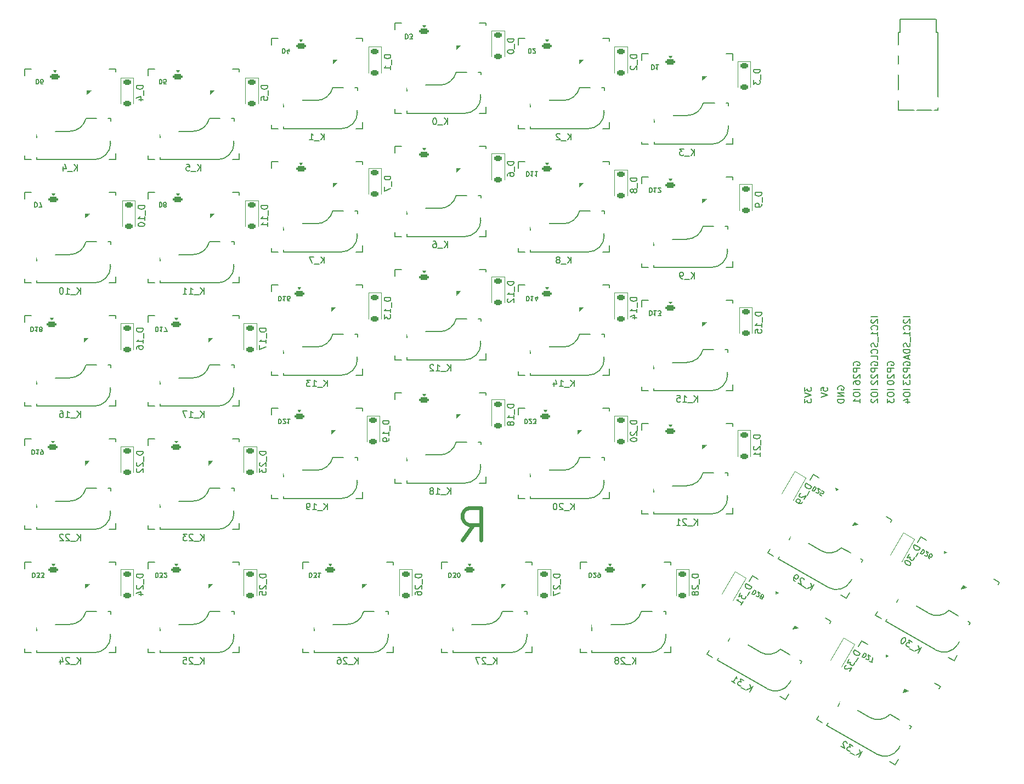
<source format=gbr>
%TF.GenerationSoftware,KiCad,Pcbnew,9.0.0*%
%TF.CreationDate,2025-08-26T18:36:53+02:00*%
%TF.ProjectId,keyboard,6b657962-6f61-4726-942e-6b696361645f,rev?*%
%TF.SameCoordinates,Original*%
%TF.FileFunction,Legend,Bot*%
%TF.FilePolarity,Positive*%
%FSLAX46Y46*%
G04 Gerber Fmt 4.6, Leading zero omitted, Abs format (unit mm)*
G04 Created by KiCad (PCBNEW 9.0.0) date 2025-08-26 18:36:53*
%MOMM*%
%LPD*%
G01*
G04 APERTURE LIST*
G04 Aperture macros list*
%AMRoundRect*
0 Rectangle with rounded corners*
0 $1 Rounding radius*
0 $2 $3 $4 $5 $6 $7 $8 $9 X,Y pos of 4 corners*
0 Add a 4 corners polygon primitive as box body*
4,1,4,$2,$3,$4,$5,$6,$7,$8,$9,$2,$3,0*
0 Add four circle primitives for the rounded corners*
1,1,$1+$1,$2,$3*
1,1,$1+$1,$4,$5*
1,1,$1+$1,$6,$7*
1,1,$1+$1,$8,$9*
0 Add four rect primitives between the rounded corners*
20,1,$1+$1,$2,$3,$4,$5,0*
20,1,$1+$1,$4,$5,$6,$7,0*
20,1,$1+$1,$6,$7,$8,$9,0*
20,1,$1+$1,$8,$9,$2,$3,0*%
%AMHorizOval*
0 Thick line with rounded ends*
0 $1 width*
0 $2 $3 position (X,Y) of the first rounded end (center of the circle)*
0 $4 $5 position (X,Y) of the second rounded end (center of the circle)*
0 Add line between two ends*
20,1,$1,$2,$3,$4,$5,0*
0 Add two circle primitives to create the rounded ends*
1,1,$1,$2,$3*
1,1,$1,$4,$5*%
%AMRotRect*
0 Rectangle, with rotation*
0 The origin of the aperture is its center*
0 $1 length*
0 $2 width*
0 $3 Rotation angle, in degrees counterclockwise*
0 Add horizontal line*
21,1,$1,$2,0,0,$3*%
G04 Aperture macros list end*
%ADD10C,0.150000*%
%ADD11C,0.625000*%
%ADD12C,0.120000*%
%ADD13C,0.100000*%
%ADD14C,3.800000*%
%ADD15C,1.701800*%
%ADD16C,3.000000*%
%ADD17C,3.987800*%
%ADD18R,2.550000X2.500000*%
%ADD19C,1.300000*%
%ADD20O,1.800000X2.500000*%
%ADD21R,1.700000X1.700000*%
%ADD22O,1.700000X1.700000*%
%ADD23C,1.524000*%
%ADD24R,1.600000X1.600000*%
%ADD25RoundRect,0.225000X-0.375000X0.225000X-0.375000X-0.225000X0.375000X-0.225000X0.375000X0.225000X0*%
%ADD26O,1.600000X1.600000*%
%ADD27RotRect,2.550000X2.500000X150.000000*%
%ADD28RotRect,1.600000X1.600000X240.000000*%
%ADD29RoundRect,0.225000X-0.212260X0.382356X-0.437260X-0.007356X0.212260X-0.382356X0.437260X0.007356X0*%
%ADD30HorizOval,1.600000X0.000000X0.000000X0.000000X0.000000X0*%
%ADD31RotRect,1.450000X0.820000X150.000000*%
%ADD32RoundRect,0.205000X0.552833X-0.082465X-0.347833X0.437535X-0.552833X0.082465X0.347833X-0.437535X0*%
%ADD33R,1.450000X0.820000*%
%ADD34RoundRect,0.205000X0.520000X0.205000X-0.520000X0.205000X-0.520000X-0.205000X0.520000X-0.205000X0*%
G04 APERTURE END LIST*
D10*
X307619819Y-201812969D02*
X307619819Y-201336779D01*
X307619819Y-201336779D02*
X308096009Y-201289160D01*
X308096009Y-201289160D02*
X308048390Y-201336779D01*
X308048390Y-201336779D02*
X308000771Y-201432017D01*
X308000771Y-201432017D02*
X308000771Y-201670112D01*
X308000771Y-201670112D02*
X308048390Y-201765350D01*
X308048390Y-201765350D02*
X308096009Y-201812969D01*
X308096009Y-201812969D02*
X308191247Y-201860588D01*
X308191247Y-201860588D02*
X308429342Y-201860588D01*
X308429342Y-201860588D02*
X308524580Y-201812969D01*
X308524580Y-201812969D02*
X308572200Y-201765350D01*
X308572200Y-201765350D02*
X308619819Y-201670112D01*
X308619819Y-201670112D02*
X308619819Y-201432017D01*
X308619819Y-201432017D02*
X308572200Y-201336779D01*
X308572200Y-201336779D02*
X308524580Y-201289160D01*
X307619819Y-202146303D02*
X308619819Y-202479636D01*
X308619819Y-202479636D02*
X307619819Y-202812969D01*
X321369819Y-201586779D02*
X320369819Y-201586779D01*
X320369819Y-202253445D02*
X320369819Y-202443921D01*
X320369819Y-202443921D02*
X320417438Y-202539159D01*
X320417438Y-202539159D02*
X320512676Y-202634397D01*
X320512676Y-202634397D02*
X320703152Y-202682016D01*
X320703152Y-202682016D02*
X321036485Y-202682016D01*
X321036485Y-202682016D02*
X321226961Y-202634397D01*
X321226961Y-202634397D02*
X321322200Y-202539159D01*
X321322200Y-202539159D02*
X321369819Y-202443921D01*
X321369819Y-202443921D02*
X321369819Y-202253445D01*
X321369819Y-202253445D02*
X321322200Y-202158207D01*
X321322200Y-202158207D02*
X321226961Y-202062969D01*
X321226961Y-202062969D02*
X321036485Y-202015350D01*
X321036485Y-202015350D02*
X320703152Y-202015350D01*
X320703152Y-202015350D02*
X320512676Y-202062969D01*
X320512676Y-202062969D02*
X320417438Y-202158207D01*
X320417438Y-202158207D02*
X320369819Y-202253445D01*
X320703152Y-203539159D02*
X321369819Y-203539159D01*
X320322200Y-203301064D02*
X321036485Y-203062969D01*
X321036485Y-203062969D02*
X321036485Y-203682016D01*
D11*
X252291196Y-224855595D02*
X253957863Y-222474642D01*
X255148339Y-224855595D02*
X255148339Y-219855595D01*
X255148339Y-219855595D02*
X253243577Y-219855595D01*
X253243577Y-219855595D02*
X252767387Y-220093690D01*
X252767387Y-220093690D02*
X252529292Y-220331785D01*
X252529292Y-220331785D02*
X252291196Y-220807976D01*
X252291196Y-220807976D02*
X252291196Y-221522261D01*
X252291196Y-221522261D02*
X252529292Y-221998452D01*
X252529292Y-221998452D02*
X252767387Y-222236547D01*
X252767387Y-222236547D02*
X253243577Y-222474642D01*
X253243577Y-222474642D02*
X255148339Y-222474642D01*
D10*
X310213938Y-201610588D02*
X310166319Y-201515350D01*
X310166319Y-201515350D02*
X310166319Y-201372493D01*
X310166319Y-201372493D02*
X310213938Y-201229636D01*
X310213938Y-201229636D02*
X310309176Y-201134398D01*
X310309176Y-201134398D02*
X310404414Y-201086779D01*
X310404414Y-201086779D02*
X310594890Y-201039160D01*
X310594890Y-201039160D02*
X310737747Y-201039160D01*
X310737747Y-201039160D02*
X310928223Y-201086779D01*
X310928223Y-201086779D02*
X311023461Y-201134398D01*
X311023461Y-201134398D02*
X311118700Y-201229636D01*
X311118700Y-201229636D02*
X311166319Y-201372493D01*
X311166319Y-201372493D02*
X311166319Y-201467731D01*
X311166319Y-201467731D02*
X311118700Y-201610588D01*
X311118700Y-201610588D02*
X311071080Y-201658207D01*
X311071080Y-201658207D02*
X310737747Y-201658207D01*
X310737747Y-201658207D02*
X310737747Y-201467731D01*
X311166319Y-202086779D02*
X310166319Y-202086779D01*
X310166319Y-202086779D02*
X311166319Y-202658207D01*
X311166319Y-202658207D02*
X310166319Y-202658207D01*
X311166319Y-203134398D02*
X310166319Y-203134398D01*
X310166319Y-203134398D02*
X310166319Y-203372493D01*
X310166319Y-203372493D02*
X310213938Y-203515350D01*
X310213938Y-203515350D02*
X310309176Y-203610588D01*
X310309176Y-203610588D02*
X310404414Y-203658207D01*
X310404414Y-203658207D02*
X310594890Y-203705826D01*
X310594890Y-203705826D02*
X310737747Y-203705826D01*
X310737747Y-203705826D02*
X310928223Y-203658207D01*
X310928223Y-203658207D02*
X311023461Y-203610588D01*
X311023461Y-203610588D02*
X311118700Y-203515350D01*
X311118700Y-203515350D02*
X311166319Y-203372493D01*
X311166319Y-203372493D02*
X311166319Y-203134398D01*
X313619819Y-201586779D02*
X312619819Y-201586779D01*
X312619819Y-202253445D02*
X312619819Y-202443921D01*
X312619819Y-202443921D02*
X312667438Y-202539159D01*
X312667438Y-202539159D02*
X312762676Y-202634397D01*
X312762676Y-202634397D02*
X312953152Y-202682016D01*
X312953152Y-202682016D02*
X313286485Y-202682016D01*
X313286485Y-202682016D02*
X313476961Y-202634397D01*
X313476961Y-202634397D02*
X313572200Y-202539159D01*
X313572200Y-202539159D02*
X313619819Y-202443921D01*
X313619819Y-202443921D02*
X313619819Y-202253445D01*
X313619819Y-202253445D02*
X313572200Y-202158207D01*
X313572200Y-202158207D02*
X313476961Y-202062969D01*
X313476961Y-202062969D02*
X313286485Y-202015350D01*
X313286485Y-202015350D02*
X312953152Y-202015350D01*
X312953152Y-202015350D02*
X312762676Y-202062969D01*
X312762676Y-202062969D02*
X312667438Y-202158207D01*
X312667438Y-202158207D02*
X312619819Y-202253445D01*
X313619819Y-203634397D02*
X313619819Y-203062969D01*
X313619819Y-203348683D02*
X312619819Y-203348683D01*
X312619819Y-203348683D02*
X312762676Y-203253445D01*
X312762676Y-203253445D02*
X312857914Y-203158207D01*
X312857914Y-203158207D02*
X312905533Y-203062969D01*
X318869819Y-201586779D02*
X317869819Y-201586779D01*
X317869819Y-202253445D02*
X317869819Y-202443921D01*
X317869819Y-202443921D02*
X317917438Y-202539159D01*
X317917438Y-202539159D02*
X318012676Y-202634397D01*
X318012676Y-202634397D02*
X318203152Y-202682016D01*
X318203152Y-202682016D02*
X318536485Y-202682016D01*
X318536485Y-202682016D02*
X318726961Y-202634397D01*
X318726961Y-202634397D02*
X318822200Y-202539159D01*
X318822200Y-202539159D02*
X318869819Y-202443921D01*
X318869819Y-202443921D02*
X318869819Y-202253445D01*
X318869819Y-202253445D02*
X318822200Y-202158207D01*
X318822200Y-202158207D02*
X318726961Y-202062969D01*
X318726961Y-202062969D02*
X318536485Y-202015350D01*
X318536485Y-202015350D02*
X318203152Y-202015350D01*
X318203152Y-202015350D02*
X318012676Y-202062969D01*
X318012676Y-202062969D02*
X317917438Y-202158207D01*
X317917438Y-202158207D02*
X317869819Y-202253445D01*
X317869819Y-203015350D02*
X317869819Y-203634397D01*
X317869819Y-203634397D02*
X318250771Y-203301064D01*
X318250771Y-203301064D02*
X318250771Y-203443921D01*
X318250771Y-203443921D02*
X318298390Y-203539159D01*
X318298390Y-203539159D02*
X318346009Y-203586778D01*
X318346009Y-203586778D02*
X318441247Y-203634397D01*
X318441247Y-203634397D02*
X318679342Y-203634397D01*
X318679342Y-203634397D02*
X318774580Y-203586778D01*
X318774580Y-203586778D02*
X318822200Y-203539159D01*
X318822200Y-203539159D02*
X318869819Y-203443921D01*
X318869819Y-203443921D02*
X318869819Y-203158207D01*
X318869819Y-203158207D02*
X318822200Y-203062969D01*
X318822200Y-203062969D02*
X318774580Y-203015350D01*
X316369819Y-201586779D02*
X315369819Y-201586779D01*
X315369819Y-202253445D02*
X315369819Y-202443921D01*
X315369819Y-202443921D02*
X315417438Y-202539159D01*
X315417438Y-202539159D02*
X315512676Y-202634397D01*
X315512676Y-202634397D02*
X315703152Y-202682016D01*
X315703152Y-202682016D02*
X316036485Y-202682016D01*
X316036485Y-202682016D02*
X316226961Y-202634397D01*
X316226961Y-202634397D02*
X316322200Y-202539159D01*
X316322200Y-202539159D02*
X316369819Y-202443921D01*
X316369819Y-202443921D02*
X316369819Y-202253445D01*
X316369819Y-202253445D02*
X316322200Y-202158207D01*
X316322200Y-202158207D02*
X316226961Y-202062969D01*
X316226961Y-202062969D02*
X316036485Y-202015350D01*
X316036485Y-202015350D02*
X315703152Y-202015350D01*
X315703152Y-202015350D02*
X315512676Y-202062969D01*
X315512676Y-202062969D02*
X315417438Y-202158207D01*
X315417438Y-202158207D02*
X315369819Y-202253445D01*
X315465057Y-203062969D02*
X315417438Y-203110588D01*
X315417438Y-203110588D02*
X315369819Y-203205826D01*
X315369819Y-203205826D02*
X315369819Y-203443921D01*
X315369819Y-203443921D02*
X315417438Y-203539159D01*
X315417438Y-203539159D02*
X315465057Y-203586778D01*
X315465057Y-203586778D02*
X315560295Y-203634397D01*
X315560295Y-203634397D02*
X315655533Y-203634397D01*
X315655533Y-203634397D02*
X315798390Y-203586778D01*
X315798390Y-203586778D02*
X316369819Y-203015350D01*
X316369819Y-203015350D02*
X316369819Y-203634397D01*
X320417438Y-197860588D02*
X320369819Y-197765350D01*
X320369819Y-197765350D02*
X320369819Y-197622493D01*
X320369819Y-197622493D02*
X320417438Y-197479636D01*
X320417438Y-197479636D02*
X320512676Y-197384398D01*
X320512676Y-197384398D02*
X320607914Y-197336779D01*
X320607914Y-197336779D02*
X320798390Y-197289160D01*
X320798390Y-197289160D02*
X320941247Y-197289160D01*
X320941247Y-197289160D02*
X321131723Y-197336779D01*
X321131723Y-197336779D02*
X321226961Y-197384398D01*
X321226961Y-197384398D02*
X321322200Y-197479636D01*
X321322200Y-197479636D02*
X321369819Y-197622493D01*
X321369819Y-197622493D02*
X321369819Y-197717731D01*
X321369819Y-197717731D02*
X321322200Y-197860588D01*
X321322200Y-197860588D02*
X321274580Y-197908207D01*
X321274580Y-197908207D02*
X320941247Y-197908207D01*
X320941247Y-197908207D02*
X320941247Y-197717731D01*
X321369819Y-198336779D02*
X320369819Y-198336779D01*
X320369819Y-198336779D02*
X320369819Y-198717731D01*
X320369819Y-198717731D02*
X320417438Y-198812969D01*
X320417438Y-198812969D02*
X320465057Y-198860588D01*
X320465057Y-198860588D02*
X320560295Y-198908207D01*
X320560295Y-198908207D02*
X320703152Y-198908207D01*
X320703152Y-198908207D02*
X320798390Y-198860588D01*
X320798390Y-198860588D02*
X320846009Y-198812969D01*
X320846009Y-198812969D02*
X320893628Y-198717731D01*
X320893628Y-198717731D02*
X320893628Y-198336779D01*
X320465057Y-199289160D02*
X320417438Y-199336779D01*
X320417438Y-199336779D02*
X320369819Y-199432017D01*
X320369819Y-199432017D02*
X320369819Y-199670112D01*
X320369819Y-199670112D02*
X320417438Y-199765350D01*
X320417438Y-199765350D02*
X320465057Y-199812969D01*
X320465057Y-199812969D02*
X320560295Y-199860588D01*
X320560295Y-199860588D02*
X320655533Y-199860588D01*
X320655533Y-199860588D02*
X320798390Y-199812969D01*
X320798390Y-199812969D02*
X321369819Y-199241541D01*
X321369819Y-199241541D02*
X321369819Y-199860588D01*
X320369819Y-200193922D02*
X320369819Y-200812969D01*
X320369819Y-200812969D02*
X320750771Y-200479636D01*
X320750771Y-200479636D02*
X320750771Y-200622493D01*
X320750771Y-200622493D02*
X320798390Y-200717731D01*
X320798390Y-200717731D02*
X320846009Y-200765350D01*
X320846009Y-200765350D02*
X320941247Y-200812969D01*
X320941247Y-200812969D02*
X321179342Y-200812969D01*
X321179342Y-200812969D02*
X321274580Y-200765350D01*
X321274580Y-200765350D02*
X321322200Y-200717731D01*
X321322200Y-200717731D02*
X321369819Y-200622493D01*
X321369819Y-200622493D02*
X321369819Y-200336779D01*
X321369819Y-200336779D02*
X321322200Y-200241541D01*
X321322200Y-200241541D02*
X321274580Y-200193922D01*
X316369819Y-190336779D02*
X315369819Y-190336779D01*
X315465057Y-190765350D02*
X315417438Y-190812969D01*
X315417438Y-190812969D02*
X315369819Y-190908207D01*
X315369819Y-190908207D02*
X315369819Y-191146302D01*
X315369819Y-191146302D02*
X315417438Y-191241540D01*
X315417438Y-191241540D02*
X315465057Y-191289159D01*
X315465057Y-191289159D02*
X315560295Y-191336778D01*
X315560295Y-191336778D02*
X315655533Y-191336778D01*
X315655533Y-191336778D02*
X315798390Y-191289159D01*
X315798390Y-191289159D02*
X316369819Y-190717731D01*
X316369819Y-190717731D02*
X316369819Y-191336778D01*
X316274580Y-192336778D02*
X316322200Y-192289159D01*
X316322200Y-192289159D02*
X316369819Y-192146302D01*
X316369819Y-192146302D02*
X316369819Y-192051064D01*
X316369819Y-192051064D02*
X316322200Y-191908207D01*
X316322200Y-191908207D02*
X316226961Y-191812969D01*
X316226961Y-191812969D02*
X316131723Y-191765350D01*
X316131723Y-191765350D02*
X315941247Y-191717731D01*
X315941247Y-191717731D02*
X315798390Y-191717731D01*
X315798390Y-191717731D02*
X315607914Y-191765350D01*
X315607914Y-191765350D02*
X315512676Y-191812969D01*
X315512676Y-191812969D02*
X315417438Y-191908207D01*
X315417438Y-191908207D02*
X315369819Y-192051064D01*
X315369819Y-192051064D02*
X315369819Y-192146302D01*
X315369819Y-192146302D02*
X315417438Y-192289159D01*
X315417438Y-192289159D02*
X315465057Y-192336778D01*
X316369819Y-193289159D02*
X316369819Y-192717731D01*
X316369819Y-193003445D02*
X315369819Y-193003445D01*
X315369819Y-193003445D02*
X315512676Y-192908207D01*
X315512676Y-192908207D02*
X315607914Y-192812969D01*
X315607914Y-192812969D02*
X315655533Y-192717731D01*
X316465057Y-193479636D02*
X316465057Y-194241540D01*
X316322200Y-194432017D02*
X316369819Y-194574874D01*
X316369819Y-194574874D02*
X316369819Y-194812969D01*
X316369819Y-194812969D02*
X316322200Y-194908207D01*
X316322200Y-194908207D02*
X316274580Y-194955826D01*
X316274580Y-194955826D02*
X316179342Y-195003445D01*
X316179342Y-195003445D02*
X316084104Y-195003445D01*
X316084104Y-195003445D02*
X315988866Y-194955826D01*
X315988866Y-194955826D02*
X315941247Y-194908207D01*
X315941247Y-194908207D02*
X315893628Y-194812969D01*
X315893628Y-194812969D02*
X315846009Y-194622493D01*
X315846009Y-194622493D02*
X315798390Y-194527255D01*
X315798390Y-194527255D02*
X315750771Y-194479636D01*
X315750771Y-194479636D02*
X315655533Y-194432017D01*
X315655533Y-194432017D02*
X315560295Y-194432017D01*
X315560295Y-194432017D02*
X315465057Y-194479636D01*
X315465057Y-194479636D02*
X315417438Y-194527255D01*
X315417438Y-194527255D02*
X315369819Y-194622493D01*
X315369819Y-194622493D02*
X315369819Y-194860588D01*
X315369819Y-194860588D02*
X315417438Y-195003445D01*
X316274580Y-196003445D02*
X316322200Y-195955826D01*
X316322200Y-195955826D02*
X316369819Y-195812969D01*
X316369819Y-195812969D02*
X316369819Y-195717731D01*
X316369819Y-195717731D02*
X316322200Y-195574874D01*
X316322200Y-195574874D02*
X316226961Y-195479636D01*
X316226961Y-195479636D02*
X316131723Y-195432017D01*
X316131723Y-195432017D02*
X315941247Y-195384398D01*
X315941247Y-195384398D02*
X315798390Y-195384398D01*
X315798390Y-195384398D02*
X315607914Y-195432017D01*
X315607914Y-195432017D02*
X315512676Y-195479636D01*
X315512676Y-195479636D02*
X315417438Y-195574874D01*
X315417438Y-195574874D02*
X315369819Y-195717731D01*
X315369819Y-195717731D02*
X315369819Y-195812969D01*
X315369819Y-195812969D02*
X315417438Y-195955826D01*
X315417438Y-195955826D02*
X315465057Y-196003445D01*
X316369819Y-196908207D02*
X316369819Y-196432017D01*
X316369819Y-196432017D02*
X315369819Y-196432017D01*
X315417438Y-197860588D02*
X315369819Y-197765350D01*
X315369819Y-197765350D02*
X315369819Y-197622493D01*
X315369819Y-197622493D02*
X315417438Y-197479636D01*
X315417438Y-197479636D02*
X315512676Y-197384398D01*
X315512676Y-197384398D02*
X315607914Y-197336779D01*
X315607914Y-197336779D02*
X315798390Y-197289160D01*
X315798390Y-197289160D02*
X315941247Y-197289160D01*
X315941247Y-197289160D02*
X316131723Y-197336779D01*
X316131723Y-197336779D02*
X316226961Y-197384398D01*
X316226961Y-197384398D02*
X316322200Y-197479636D01*
X316322200Y-197479636D02*
X316369819Y-197622493D01*
X316369819Y-197622493D02*
X316369819Y-197717731D01*
X316369819Y-197717731D02*
X316322200Y-197860588D01*
X316322200Y-197860588D02*
X316274580Y-197908207D01*
X316274580Y-197908207D02*
X315941247Y-197908207D01*
X315941247Y-197908207D02*
X315941247Y-197717731D01*
X316369819Y-198336779D02*
X315369819Y-198336779D01*
X315369819Y-198336779D02*
X315369819Y-198717731D01*
X315369819Y-198717731D02*
X315417438Y-198812969D01*
X315417438Y-198812969D02*
X315465057Y-198860588D01*
X315465057Y-198860588D02*
X315560295Y-198908207D01*
X315560295Y-198908207D02*
X315703152Y-198908207D01*
X315703152Y-198908207D02*
X315798390Y-198860588D01*
X315798390Y-198860588D02*
X315846009Y-198812969D01*
X315846009Y-198812969D02*
X315893628Y-198717731D01*
X315893628Y-198717731D02*
X315893628Y-198336779D01*
X315465057Y-199289160D02*
X315417438Y-199336779D01*
X315417438Y-199336779D02*
X315369819Y-199432017D01*
X315369819Y-199432017D02*
X315369819Y-199670112D01*
X315369819Y-199670112D02*
X315417438Y-199765350D01*
X315417438Y-199765350D02*
X315465057Y-199812969D01*
X315465057Y-199812969D02*
X315560295Y-199860588D01*
X315560295Y-199860588D02*
X315655533Y-199860588D01*
X315655533Y-199860588D02*
X315798390Y-199812969D01*
X315798390Y-199812969D02*
X316369819Y-199241541D01*
X316369819Y-199241541D02*
X316369819Y-199860588D01*
X315465057Y-200241541D02*
X315417438Y-200289160D01*
X315417438Y-200289160D02*
X315369819Y-200384398D01*
X315369819Y-200384398D02*
X315369819Y-200622493D01*
X315369819Y-200622493D02*
X315417438Y-200717731D01*
X315417438Y-200717731D02*
X315465057Y-200765350D01*
X315465057Y-200765350D02*
X315560295Y-200812969D01*
X315560295Y-200812969D02*
X315655533Y-200812969D01*
X315655533Y-200812969D02*
X315798390Y-200765350D01*
X315798390Y-200765350D02*
X316369819Y-200193922D01*
X316369819Y-200193922D02*
X316369819Y-200812969D01*
X317917438Y-197860588D02*
X317869819Y-197765350D01*
X317869819Y-197765350D02*
X317869819Y-197622493D01*
X317869819Y-197622493D02*
X317917438Y-197479636D01*
X317917438Y-197479636D02*
X318012676Y-197384398D01*
X318012676Y-197384398D02*
X318107914Y-197336779D01*
X318107914Y-197336779D02*
X318298390Y-197289160D01*
X318298390Y-197289160D02*
X318441247Y-197289160D01*
X318441247Y-197289160D02*
X318631723Y-197336779D01*
X318631723Y-197336779D02*
X318726961Y-197384398D01*
X318726961Y-197384398D02*
X318822200Y-197479636D01*
X318822200Y-197479636D02*
X318869819Y-197622493D01*
X318869819Y-197622493D02*
X318869819Y-197717731D01*
X318869819Y-197717731D02*
X318822200Y-197860588D01*
X318822200Y-197860588D02*
X318774580Y-197908207D01*
X318774580Y-197908207D02*
X318441247Y-197908207D01*
X318441247Y-197908207D02*
X318441247Y-197717731D01*
X318869819Y-198336779D02*
X317869819Y-198336779D01*
X317869819Y-198336779D02*
X317869819Y-198717731D01*
X317869819Y-198717731D02*
X317917438Y-198812969D01*
X317917438Y-198812969D02*
X317965057Y-198860588D01*
X317965057Y-198860588D02*
X318060295Y-198908207D01*
X318060295Y-198908207D02*
X318203152Y-198908207D01*
X318203152Y-198908207D02*
X318298390Y-198860588D01*
X318298390Y-198860588D02*
X318346009Y-198812969D01*
X318346009Y-198812969D02*
X318393628Y-198717731D01*
X318393628Y-198717731D02*
X318393628Y-198336779D01*
X317965057Y-199289160D02*
X317917438Y-199336779D01*
X317917438Y-199336779D02*
X317869819Y-199432017D01*
X317869819Y-199432017D02*
X317869819Y-199670112D01*
X317869819Y-199670112D02*
X317917438Y-199765350D01*
X317917438Y-199765350D02*
X317965057Y-199812969D01*
X317965057Y-199812969D02*
X318060295Y-199860588D01*
X318060295Y-199860588D02*
X318155533Y-199860588D01*
X318155533Y-199860588D02*
X318298390Y-199812969D01*
X318298390Y-199812969D02*
X318869819Y-199241541D01*
X318869819Y-199241541D02*
X318869819Y-199860588D01*
X317869819Y-200479636D02*
X317869819Y-200574874D01*
X317869819Y-200574874D02*
X317917438Y-200670112D01*
X317917438Y-200670112D02*
X317965057Y-200717731D01*
X317965057Y-200717731D02*
X318060295Y-200765350D01*
X318060295Y-200765350D02*
X318250771Y-200812969D01*
X318250771Y-200812969D02*
X318488866Y-200812969D01*
X318488866Y-200812969D02*
X318679342Y-200765350D01*
X318679342Y-200765350D02*
X318774580Y-200717731D01*
X318774580Y-200717731D02*
X318822200Y-200670112D01*
X318822200Y-200670112D02*
X318869819Y-200574874D01*
X318869819Y-200574874D02*
X318869819Y-200479636D01*
X318869819Y-200479636D02*
X318822200Y-200384398D01*
X318822200Y-200384398D02*
X318774580Y-200336779D01*
X318774580Y-200336779D02*
X318679342Y-200289160D01*
X318679342Y-200289160D02*
X318488866Y-200241541D01*
X318488866Y-200241541D02*
X318250771Y-200241541D01*
X318250771Y-200241541D02*
X318060295Y-200289160D01*
X318060295Y-200289160D02*
X317965057Y-200336779D01*
X317965057Y-200336779D02*
X317917438Y-200384398D01*
X317917438Y-200384398D02*
X317869819Y-200479636D01*
X312667438Y-197860588D02*
X312619819Y-197765350D01*
X312619819Y-197765350D02*
X312619819Y-197622493D01*
X312619819Y-197622493D02*
X312667438Y-197479636D01*
X312667438Y-197479636D02*
X312762676Y-197384398D01*
X312762676Y-197384398D02*
X312857914Y-197336779D01*
X312857914Y-197336779D02*
X313048390Y-197289160D01*
X313048390Y-197289160D02*
X313191247Y-197289160D01*
X313191247Y-197289160D02*
X313381723Y-197336779D01*
X313381723Y-197336779D02*
X313476961Y-197384398D01*
X313476961Y-197384398D02*
X313572200Y-197479636D01*
X313572200Y-197479636D02*
X313619819Y-197622493D01*
X313619819Y-197622493D02*
X313619819Y-197717731D01*
X313619819Y-197717731D02*
X313572200Y-197860588D01*
X313572200Y-197860588D02*
X313524580Y-197908207D01*
X313524580Y-197908207D02*
X313191247Y-197908207D01*
X313191247Y-197908207D02*
X313191247Y-197717731D01*
X313619819Y-198336779D02*
X312619819Y-198336779D01*
X312619819Y-198336779D02*
X312619819Y-198717731D01*
X312619819Y-198717731D02*
X312667438Y-198812969D01*
X312667438Y-198812969D02*
X312715057Y-198860588D01*
X312715057Y-198860588D02*
X312810295Y-198908207D01*
X312810295Y-198908207D02*
X312953152Y-198908207D01*
X312953152Y-198908207D02*
X313048390Y-198860588D01*
X313048390Y-198860588D02*
X313096009Y-198812969D01*
X313096009Y-198812969D02*
X313143628Y-198717731D01*
X313143628Y-198717731D02*
X313143628Y-198336779D01*
X312715057Y-199289160D02*
X312667438Y-199336779D01*
X312667438Y-199336779D02*
X312619819Y-199432017D01*
X312619819Y-199432017D02*
X312619819Y-199670112D01*
X312619819Y-199670112D02*
X312667438Y-199765350D01*
X312667438Y-199765350D02*
X312715057Y-199812969D01*
X312715057Y-199812969D02*
X312810295Y-199860588D01*
X312810295Y-199860588D02*
X312905533Y-199860588D01*
X312905533Y-199860588D02*
X313048390Y-199812969D01*
X313048390Y-199812969D02*
X313619819Y-199241541D01*
X313619819Y-199241541D02*
X313619819Y-199860588D01*
X312619819Y-200717731D02*
X312619819Y-200527255D01*
X312619819Y-200527255D02*
X312667438Y-200432017D01*
X312667438Y-200432017D02*
X312715057Y-200384398D01*
X312715057Y-200384398D02*
X312857914Y-200289160D01*
X312857914Y-200289160D02*
X313048390Y-200241541D01*
X313048390Y-200241541D02*
X313429342Y-200241541D01*
X313429342Y-200241541D02*
X313524580Y-200289160D01*
X313524580Y-200289160D02*
X313572200Y-200336779D01*
X313572200Y-200336779D02*
X313619819Y-200432017D01*
X313619819Y-200432017D02*
X313619819Y-200622493D01*
X313619819Y-200622493D02*
X313572200Y-200717731D01*
X313572200Y-200717731D02*
X313524580Y-200765350D01*
X313524580Y-200765350D02*
X313429342Y-200812969D01*
X313429342Y-200812969D02*
X313191247Y-200812969D01*
X313191247Y-200812969D02*
X313096009Y-200765350D01*
X313096009Y-200765350D02*
X313048390Y-200717731D01*
X313048390Y-200717731D02*
X313000771Y-200622493D01*
X313000771Y-200622493D02*
X313000771Y-200432017D01*
X313000771Y-200432017D02*
X313048390Y-200336779D01*
X313048390Y-200336779D02*
X313096009Y-200289160D01*
X313096009Y-200289160D02*
X313191247Y-200241541D01*
X321369819Y-190336779D02*
X320369819Y-190336779D01*
X320465057Y-190765350D02*
X320417438Y-190812969D01*
X320417438Y-190812969D02*
X320369819Y-190908207D01*
X320369819Y-190908207D02*
X320369819Y-191146302D01*
X320369819Y-191146302D02*
X320417438Y-191241540D01*
X320417438Y-191241540D02*
X320465057Y-191289159D01*
X320465057Y-191289159D02*
X320560295Y-191336778D01*
X320560295Y-191336778D02*
X320655533Y-191336778D01*
X320655533Y-191336778D02*
X320798390Y-191289159D01*
X320798390Y-191289159D02*
X321369819Y-190717731D01*
X321369819Y-190717731D02*
X321369819Y-191336778D01*
X321274580Y-192336778D02*
X321322200Y-192289159D01*
X321322200Y-192289159D02*
X321369819Y-192146302D01*
X321369819Y-192146302D02*
X321369819Y-192051064D01*
X321369819Y-192051064D02*
X321322200Y-191908207D01*
X321322200Y-191908207D02*
X321226961Y-191812969D01*
X321226961Y-191812969D02*
X321131723Y-191765350D01*
X321131723Y-191765350D02*
X320941247Y-191717731D01*
X320941247Y-191717731D02*
X320798390Y-191717731D01*
X320798390Y-191717731D02*
X320607914Y-191765350D01*
X320607914Y-191765350D02*
X320512676Y-191812969D01*
X320512676Y-191812969D02*
X320417438Y-191908207D01*
X320417438Y-191908207D02*
X320369819Y-192051064D01*
X320369819Y-192051064D02*
X320369819Y-192146302D01*
X320369819Y-192146302D02*
X320417438Y-192289159D01*
X320417438Y-192289159D02*
X320465057Y-192336778D01*
X321369819Y-193289159D02*
X321369819Y-192717731D01*
X321369819Y-193003445D02*
X320369819Y-193003445D01*
X320369819Y-193003445D02*
X320512676Y-192908207D01*
X320512676Y-192908207D02*
X320607914Y-192812969D01*
X320607914Y-192812969D02*
X320655533Y-192717731D01*
X321465057Y-193479636D02*
X321465057Y-194241540D01*
X321322200Y-194432017D02*
X321369819Y-194574874D01*
X321369819Y-194574874D02*
X321369819Y-194812969D01*
X321369819Y-194812969D02*
X321322200Y-194908207D01*
X321322200Y-194908207D02*
X321274580Y-194955826D01*
X321274580Y-194955826D02*
X321179342Y-195003445D01*
X321179342Y-195003445D02*
X321084104Y-195003445D01*
X321084104Y-195003445D02*
X320988866Y-194955826D01*
X320988866Y-194955826D02*
X320941247Y-194908207D01*
X320941247Y-194908207D02*
X320893628Y-194812969D01*
X320893628Y-194812969D02*
X320846009Y-194622493D01*
X320846009Y-194622493D02*
X320798390Y-194527255D01*
X320798390Y-194527255D02*
X320750771Y-194479636D01*
X320750771Y-194479636D02*
X320655533Y-194432017D01*
X320655533Y-194432017D02*
X320560295Y-194432017D01*
X320560295Y-194432017D02*
X320465057Y-194479636D01*
X320465057Y-194479636D02*
X320417438Y-194527255D01*
X320417438Y-194527255D02*
X320369819Y-194622493D01*
X320369819Y-194622493D02*
X320369819Y-194860588D01*
X320369819Y-194860588D02*
X320417438Y-195003445D01*
X321369819Y-195432017D02*
X320369819Y-195432017D01*
X320369819Y-195432017D02*
X320369819Y-195670112D01*
X320369819Y-195670112D02*
X320417438Y-195812969D01*
X320417438Y-195812969D02*
X320512676Y-195908207D01*
X320512676Y-195908207D02*
X320607914Y-195955826D01*
X320607914Y-195955826D02*
X320798390Y-196003445D01*
X320798390Y-196003445D02*
X320941247Y-196003445D01*
X320941247Y-196003445D02*
X321131723Y-195955826D01*
X321131723Y-195955826D02*
X321226961Y-195908207D01*
X321226961Y-195908207D02*
X321322200Y-195812969D01*
X321322200Y-195812969D02*
X321369819Y-195670112D01*
X321369819Y-195670112D02*
X321369819Y-195432017D01*
X321084104Y-196384398D02*
X321084104Y-196860588D01*
X321369819Y-196289160D02*
X320369819Y-196622493D01*
X320369819Y-196622493D02*
X321369819Y-196955826D01*
X305119819Y-201241541D02*
X305119819Y-201860588D01*
X305119819Y-201860588D02*
X305500771Y-201527255D01*
X305500771Y-201527255D02*
X305500771Y-201670112D01*
X305500771Y-201670112D02*
X305548390Y-201765350D01*
X305548390Y-201765350D02*
X305596009Y-201812969D01*
X305596009Y-201812969D02*
X305691247Y-201860588D01*
X305691247Y-201860588D02*
X305929342Y-201860588D01*
X305929342Y-201860588D02*
X306024580Y-201812969D01*
X306024580Y-201812969D02*
X306072200Y-201765350D01*
X306072200Y-201765350D02*
X306119819Y-201670112D01*
X306119819Y-201670112D02*
X306119819Y-201384398D01*
X306119819Y-201384398D02*
X306072200Y-201289160D01*
X306072200Y-201289160D02*
X306024580Y-201241541D01*
X305119819Y-202146303D02*
X306119819Y-202479636D01*
X306119819Y-202479636D02*
X305119819Y-202812969D01*
X305119819Y-203051065D02*
X305119819Y-203670112D01*
X305119819Y-203670112D02*
X305500771Y-203336779D01*
X305500771Y-203336779D02*
X305500771Y-203479636D01*
X305500771Y-203479636D02*
X305548390Y-203574874D01*
X305548390Y-203574874D02*
X305596009Y-203622493D01*
X305596009Y-203622493D02*
X305691247Y-203670112D01*
X305691247Y-203670112D02*
X305929342Y-203670112D01*
X305929342Y-203670112D02*
X306024580Y-203622493D01*
X306024580Y-203622493D02*
X306072200Y-203574874D01*
X306072200Y-203574874D02*
X306119819Y-203479636D01*
X306119819Y-203479636D02*
X306119819Y-203193922D01*
X306119819Y-203193922D02*
X306072200Y-203098684D01*
X306072200Y-203098684D02*
X306024580Y-203051065D01*
X288094047Y-165409819D02*
X288094047Y-164409819D01*
X287522619Y-165409819D02*
X287951190Y-164838390D01*
X287522619Y-164409819D02*
X288094047Y-164981247D01*
X287332143Y-165505057D02*
X286570238Y-165505057D01*
X286427380Y-164409819D02*
X285808333Y-164409819D01*
X285808333Y-164409819D02*
X286141666Y-164790771D01*
X286141666Y-164790771D02*
X285998809Y-164790771D01*
X285998809Y-164790771D02*
X285903571Y-164838390D01*
X285903571Y-164838390D02*
X285855952Y-164886009D01*
X285855952Y-164886009D02*
X285808333Y-164981247D01*
X285808333Y-164981247D02*
X285808333Y-165219342D01*
X285808333Y-165219342D02*
X285855952Y-165314580D01*
X285855952Y-165314580D02*
X285903571Y-165362200D01*
X285903571Y-165362200D02*
X285998809Y-165409819D01*
X285998809Y-165409819D02*
X286284523Y-165409819D01*
X286284523Y-165409819D02*
X286379761Y-165362200D01*
X286379761Y-165362200D02*
X286427380Y-165314580D01*
X249994047Y-160647319D02*
X249994047Y-159647319D01*
X249422619Y-160647319D02*
X249851190Y-160075890D01*
X249422619Y-159647319D02*
X249994047Y-160218747D01*
X249232143Y-160742557D02*
X248470238Y-160742557D01*
X248041666Y-159647319D02*
X247946428Y-159647319D01*
X247946428Y-159647319D02*
X247851190Y-159694938D01*
X247851190Y-159694938D02*
X247803571Y-159742557D01*
X247803571Y-159742557D02*
X247755952Y-159837795D01*
X247755952Y-159837795D02*
X247708333Y-160028271D01*
X247708333Y-160028271D02*
X247708333Y-160266366D01*
X247708333Y-160266366D02*
X247755952Y-160456842D01*
X247755952Y-160456842D02*
X247803571Y-160552080D01*
X247803571Y-160552080D02*
X247851190Y-160599700D01*
X247851190Y-160599700D02*
X247946428Y-160647319D01*
X247946428Y-160647319D02*
X248041666Y-160647319D01*
X248041666Y-160647319D02*
X248136904Y-160599700D01*
X248136904Y-160599700D02*
X248184523Y-160552080D01*
X248184523Y-160552080D02*
X248232142Y-160456842D01*
X248232142Y-160456842D02*
X248279761Y-160266366D01*
X248279761Y-160266366D02*
X248279761Y-160028271D01*
X248279761Y-160028271D02*
X248232142Y-159837795D01*
X248232142Y-159837795D02*
X248184523Y-159742557D01*
X248184523Y-159742557D02*
X248136904Y-159694938D01*
X248136904Y-159694938D02*
X248041666Y-159647319D01*
X260204819Y-147380952D02*
X259204819Y-147380952D01*
X259204819Y-147380952D02*
X259204819Y-147619047D01*
X259204819Y-147619047D02*
X259252438Y-147761904D01*
X259252438Y-147761904D02*
X259347676Y-147857142D01*
X259347676Y-147857142D02*
X259442914Y-147904761D01*
X259442914Y-147904761D02*
X259633390Y-147952380D01*
X259633390Y-147952380D02*
X259776247Y-147952380D01*
X259776247Y-147952380D02*
X259966723Y-147904761D01*
X259966723Y-147904761D02*
X260061961Y-147857142D01*
X260061961Y-147857142D02*
X260157200Y-147761904D01*
X260157200Y-147761904D02*
X260204819Y-147619047D01*
X260204819Y-147619047D02*
X260204819Y-147380952D01*
X260300057Y-148142857D02*
X260300057Y-148904761D01*
X259204819Y-149333333D02*
X259204819Y-149428571D01*
X259204819Y-149428571D02*
X259252438Y-149523809D01*
X259252438Y-149523809D02*
X259300057Y-149571428D01*
X259300057Y-149571428D02*
X259395295Y-149619047D01*
X259395295Y-149619047D02*
X259585771Y-149666666D01*
X259585771Y-149666666D02*
X259823866Y-149666666D01*
X259823866Y-149666666D02*
X260014342Y-149619047D01*
X260014342Y-149619047D02*
X260109580Y-149571428D01*
X260109580Y-149571428D02*
X260157200Y-149523809D01*
X260157200Y-149523809D02*
X260204819Y-149428571D01*
X260204819Y-149428571D02*
X260204819Y-149333333D01*
X260204819Y-149333333D02*
X260157200Y-149238095D01*
X260157200Y-149238095D02*
X260109580Y-149190476D01*
X260109580Y-149190476D02*
X260014342Y-149142857D01*
X260014342Y-149142857D02*
X259823866Y-149095238D01*
X259823866Y-149095238D02*
X259585771Y-149095238D01*
X259585771Y-149095238D02*
X259395295Y-149142857D01*
X259395295Y-149142857D02*
X259300057Y-149190476D01*
X259300057Y-149190476D02*
X259252438Y-149238095D01*
X259252438Y-149238095D02*
X259204819Y-149333333D01*
X230944047Y-163028569D02*
X230944047Y-162028569D01*
X230372619Y-163028569D02*
X230801190Y-162457140D01*
X230372619Y-162028569D02*
X230944047Y-162599997D01*
X230182143Y-163123807D02*
X229420238Y-163123807D01*
X228658333Y-163028569D02*
X229229761Y-163028569D01*
X228944047Y-163028569D02*
X228944047Y-162028569D01*
X228944047Y-162028569D02*
X229039285Y-162171426D01*
X229039285Y-162171426D02*
X229134523Y-162266664D01*
X229134523Y-162266664D02*
X229229761Y-162314283D01*
X241204819Y-149880952D02*
X240204819Y-149880952D01*
X240204819Y-149880952D02*
X240204819Y-150119047D01*
X240204819Y-150119047D02*
X240252438Y-150261904D01*
X240252438Y-150261904D02*
X240347676Y-150357142D01*
X240347676Y-150357142D02*
X240442914Y-150404761D01*
X240442914Y-150404761D02*
X240633390Y-150452380D01*
X240633390Y-150452380D02*
X240776247Y-150452380D01*
X240776247Y-150452380D02*
X240966723Y-150404761D01*
X240966723Y-150404761D02*
X241061961Y-150357142D01*
X241061961Y-150357142D02*
X241157200Y-150261904D01*
X241157200Y-150261904D02*
X241204819Y-150119047D01*
X241204819Y-150119047D02*
X241204819Y-149880952D01*
X241300057Y-150642857D02*
X241300057Y-151404761D01*
X241204819Y-152166666D02*
X241204819Y-151595238D01*
X241204819Y-151880952D02*
X240204819Y-151880952D01*
X240204819Y-151880952D02*
X240347676Y-151785714D01*
X240347676Y-151785714D02*
X240442914Y-151690476D01*
X240442914Y-151690476D02*
X240490533Y-151595238D01*
X269044047Y-163028569D02*
X269044047Y-162028569D01*
X268472619Y-163028569D02*
X268901190Y-162457140D01*
X268472619Y-162028569D02*
X269044047Y-162599997D01*
X268282143Y-163123807D02*
X267520238Y-163123807D01*
X267329761Y-162123807D02*
X267282142Y-162076188D01*
X267282142Y-162076188D02*
X267186904Y-162028569D01*
X267186904Y-162028569D02*
X266948809Y-162028569D01*
X266948809Y-162028569D02*
X266853571Y-162076188D01*
X266853571Y-162076188D02*
X266805952Y-162123807D01*
X266805952Y-162123807D02*
X266758333Y-162219045D01*
X266758333Y-162219045D02*
X266758333Y-162314283D01*
X266758333Y-162314283D02*
X266805952Y-162457140D01*
X266805952Y-162457140D02*
X267377380Y-163028569D01*
X267377380Y-163028569D02*
X266758333Y-163028569D01*
X279204819Y-149880952D02*
X278204819Y-149880952D01*
X278204819Y-149880952D02*
X278204819Y-150119047D01*
X278204819Y-150119047D02*
X278252438Y-150261904D01*
X278252438Y-150261904D02*
X278347676Y-150357142D01*
X278347676Y-150357142D02*
X278442914Y-150404761D01*
X278442914Y-150404761D02*
X278633390Y-150452380D01*
X278633390Y-150452380D02*
X278776247Y-150452380D01*
X278776247Y-150452380D02*
X278966723Y-150404761D01*
X278966723Y-150404761D02*
X279061961Y-150357142D01*
X279061961Y-150357142D02*
X279157200Y-150261904D01*
X279157200Y-150261904D02*
X279204819Y-150119047D01*
X279204819Y-150119047D02*
X279204819Y-149880952D01*
X279300057Y-150642857D02*
X279300057Y-151404761D01*
X278300057Y-151595238D02*
X278252438Y-151642857D01*
X278252438Y-151642857D02*
X278204819Y-151738095D01*
X278204819Y-151738095D02*
X278204819Y-151976190D01*
X278204819Y-151976190D02*
X278252438Y-152071428D01*
X278252438Y-152071428D02*
X278300057Y-152119047D01*
X278300057Y-152119047D02*
X278395295Y-152166666D01*
X278395295Y-152166666D02*
X278490533Y-152166666D01*
X278490533Y-152166666D02*
X278633390Y-152119047D01*
X278633390Y-152119047D02*
X279204819Y-151547619D01*
X279204819Y-151547619D02*
X279204819Y-152166666D01*
X298204819Y-152130952D02*
X297204819Y-152130952D01*
X297204819Y-152130952D02*
X297204819Y-152369047D01*
X297204819Y-152369047D02*
X297252438Y-152511904D01*
X297252438Y-152511904D02*
X297347676Y-152607142D01*
X297347676Y-152607142D02*
X297442914Y-152654761D01*
X297442914Y-152654761D02*
X297633390Y-152702380D01*
X297633390Y-152702380D02*
X297776247Y-152702380D01*
X297776247Y-152702380D02*
X297966723Y-152654761D01*
X297966723Y-152654761D02*
X298061961Y-152607142D01*
X298061961Y-152607142D02*
X298157200Y-152511904D01*
X298157200Y-152511904D02*
X298204819Y-152369047D01*
X298204819Y-152369047D02*
X298204819Y-152130952D01*
X298300057Y-152892857D02*
X298300057Y-153654761D01*
X297204819Y-153797619D02*
X297204819Y-154416666D01*
X297204819Y-154416666D02*
X297585771Y-154083333D01*
X297585771Y-154083333D02*
X297585771Y-154226190D01*
X297585771Y-154226190D02*
X297633390Y-154321428D01*
X297633390Y-154321428D02*
X297681009Y-154369047D01*
X297681009Y-154369047D02*
X297776247Y-154416666D01*
X297776247Y-154416666D02*
X298014342Y-154416666D01*
X298014342Y-154416666D02*
X298109580Y-154369047D01*
X298109580Y-154369047D02*
X298157200Y-154321428D01*
X298157200Y-154321428D02*
X298204819Y-154226190D01*
X298204819Y-154226190D02*
X298204819Y-153940476D01*
X298204819Y-153940476D02*
X298157200Y-153845238D01*
X298157200Y-153845238D02*
X298109580Y-153797619D01*
X192844047Y-167791069D02*
X192844047Y-166791069D01*
X192272619Y-167791069D02*
X192701190Y-167219640D01*
X192272619Y-166791069D02*
X192844047Y-167362497D01*
X192082143Y-167886307D02*
X191320238Y-167886307D01*
X190653571Y-167124402D02*
X190653571Y-167791069D01*
X190891666Y-166743450D02*
X191129761Y-167457735D01*
X191129761Y-167457735D02*
X190510714Y-167457735D01*
X202954819Y-154630952D02*
X201954819Y-154630952D01*
X201954819Y-154630952D02*
X201954819Y-154869047D01*
X201954819Y-154869047D02*
X202002438Y-155011904D01*
X202002438Y-155011904D02*
X202097676Y-155107142D01*
X202097676Y-155107142D02*
X202192914Y-155154761D01*
X202192914Y-155154761D02*
X202383390Y-155202380D01*
X202383390Y-155202380D02*
X202526247Y-155202380D01*
X202526247Y-155202380D02*
X202716723Y-155154761D01*
X202716723Y-155154761D02*
X202811961Y-155107142D01*
X202811961Y-155107142D02*
X202907200Y-155011904D01*
X202907200Y-155011904D02*
X202954819Y-154869047D01*
X202954819Y-154869047D02*
X202954819Y-154630952D01*
X203050057Y-155392857D02*
X203050057Y-156154761D01*
X202288152Y-156821428D02*
X202954819Y-156821428D01*
X201907200Y-156583333D02*
X202621485Y-156345238D01*
X202621485Y-156345238D02*
X202621485Y-156964285D01*
X211894047Y-167791069D02*
X211894047Y-166791069D01*
X211322619Y-167791069D02*
X211751190Y-167219640D01*
X211322619Y-166791069D02*
X211894047Y-167362497D01*
X211132143Y-167886307D02*
X210370238Y-167886307D01*
X209655952Y-166791069D02*
X210132142Y-166791069D01*
X210132142Y-166791069D02*
X210179761Y-167267259D01*
X210179761Y-167267259D02*
X210132142Y-167219640D01*
X210132142Y-167219640D02*
X210036904Y-167172021D01*
X210036904Y-167172021D02*
X209798809Y-167172021D01*
X209798809Y-167172021D02*
X209703571Y-167219640D01*
X209703571Y-167219640D02*
X209655952Y-167267259D01*
X209655952Y-167267259D02*
X209608333Y-167362497D01*
X209608333Y-167362497D02*
X209608333Y-167600592D01*
X209608333Y-167600592D02*
X209655952Y-167695830D01*
X209655952Y-167695830D02*
X209703571Y-167743450D01*
X209703571Y-167743450D02*
X209798809Y-167791069D01*
X209798809Y-167791069D02*
X210036904Y-167791069D01*
X210036904Y-167791069D02*
X210132142Y-167743450D01*
X210132142Y-167743450D02*
X210179761Y-167695830D01*
X222204819Y-154630952D02*
X221204819Y-154630952D01*
X221204819Y-154630952D02*
X221204819Y-154869047D01*
X221204819Y-154869047D02*
X221252438Y-155011904D01*
X221252438Y-155011904D02*
X221347676Y-155107142D01*
X221347676Y-155107142D02*
X221442914Y-155154761D01*
X221442914Y-155154761D02*
X221633390Y-155202380D01*
X221633390Y-155202380D02*
X221776247Y-155202380D01*
X221776247Y-155202380D02*
X221966723Y-155154761D01*
X221966723Y-155154761D02*
X222061961Y-155107142D01*
X222061961Y-155107142D02*
X222157200Y-155011904D01*
X222157200Y-155011904D02*
X222204819Y-154869047D01*
X222204819Y-154869047D02*
X222204819Y-154630952D01*
X222300057Y-155392857D02*
X222300057Y-156154761D01*
X221204819Y-156869047D02*
X221204819Y-156392857D01*
X221204819Y-156392857D02*
X221681009Y-156345238D01*
X221681009Y-156345238D02*
X221633390Y-156392857D01*
X221633390Y-156392857D02*
X221585771Y-156488095D01*
X221585771Y-156488095D02*
X221585771Y-156726190D01*
X221585771Y-156726190D02*
X221633390Y-156821428D01*
X221633390Y-156821428D02*
X221681009Y-156869047D01*
X221681009Y-156869047D02*
X221776247Y-156916666D01*
X221776247Y-156916666D02*
X222014342Y-156916666D01*
X222014342Y-156916666D02*
X222109580Y-156869047D01*
X222109580Y-156869047D02*
X222157200Y-156821428D01*
X222157200Y-156821428D02*
X222204819Y-156726190D01*
X222204819Y-156726190D02*
X222204819Y-156488095D01*
X222204819Y-156488095D02*
X222157200Y-156392857D01*
X222157200Y-156392857D02*
X222109580Y-156345238D01*
X249994047Y-179697319D02*
X249994047Y-178697319D01*
X249422619Y-179697319D02*
X249851190Y-179125890D01*
X249422619Y-178697319D02*
X249994047Y-179268747D01*
X249232143Y-179792557D02*
X248470238Y-179792557D01*
X247803571Y-178697319D02*
X247994047Y-178697319D01*
X247994047Y-178697319D02*
X248089285Y-178744938D01*
X248089285Y-178744938D02*
X248136904Y-178792557D01*
X248136904Y-178792557D02*
X248232142Y-178935414D01*
X248232142Y-178935414D02*
X248279761Y-179125890D01*
X248279761Y-179125890D02*
X248279761Y-179506842D01*
X248279761Y-179506842D02*
X248232142Y-179602080D01*
X248232142Y-179602080D02*
X248184523Y-179649700D01*
X248184523Y-179649700D02*
X248089285Y-179697319D01*
X248089285Y-179697319D02*
X247898809Y-179697319D01*
X247898809Y-179697319D02*
X247803571Y-179649700D01*
X247803571Y-179649700D02*
X247755952Y-179602080D01*
X247755952Y-179602080D02*
X247708333Y-179506842D01*
X247708333Y-179506842D02*
X247708333Y-179268747D01*
X247708333Y-179268747D02*
X247755952Y-179173509D01*
X247755952Y-179173509D02*
X247803571Y-179125890D01*
X247803571Y-179125890D02*
X247898809Y-179078271D01*
X247898809Y-179078271D02*
X248089285Y-179078271D01*
X248089285Y-179078271D02*
X248184523Y-179125890D01*
X248184523Y-179125890D02*
X248232142Y-179173509D01*
X248232142Y-179173509D02*
X248279761Y-179268747D01*
X260204819Y-166380952D02*
X259204819Y-166380952D01*
X259204819Y-166380952D02*
X259204819Y-166619047D01*
X259204819Y-166619047D02*
X259252438Y-166761904D01*
X259252438Y-166761904D02*
X259347676Y-166857142D01*
X259347676Y-166857142D02*
X259442914Y-166904761D01*
X259442914Y-166904761D02*
X259633390Y-166952380D01*
X259633390Y-166952380D02*
X259776247Y-166952380D01*
X259776247Y-166952380D02*
X259966723Y-166904761D01*
X259966723Y-166904761D02*
X260061961Y-166857142D01*
X260061961Y-166857142D02*
X260157200Y-166761904D01*
X260157200Y-166761904D02*
X260204819Y-166619047D01*
X260204819Y-166619047D02*
X260204819Y-166380952D01*
X260300057Y-167142857D02*
X260300057Y-167904761D01*
X259204819Y-168571428D02*
X259204819Y-168380952D01*
X259204819Y-168380952D02*
X259252438Y-168285714D01*
X259252438Y-168285714D02*
X259300057Y-168238095D01*
X259300057Y-168238095D02*
X259442914Y-168142857D01*
X259442914Y-168142857D02*
X259633390Y-168095238D01*
X259633390Y-168095238D02*
X260014342Y-168095238D01*
X260014342Y-168095238D02*
X260109580Y-168142857D01*
X260109580Y-168142857D02*
X260157200Y-168190476D01*
X260157200Y-168190476D02*
X260204819Y-168285714D01*
X260204819Y-168285714D02*
X260204819Y-168476190D01*
X260204819Y-168476190D02*
X260157200Y-168571428D01*
X260157200Y-168571428D02*
X260109580Y-168619047D01*
X260109580Y-168619047D02*
X260014342Y-168666666D01*
X260014342Y-168666666D02*
X259776247Y-168666666D01*
X259776247Y-168666666D02*
X259681009Y-168619047D01*
X259681009Y-168619047D02*
X259633390Y-168571428D01*
X259633390Y-168571428D02*
X259585771Y-168476190D01*
X259585771Y-168476190D02*
X259585771Y-168285714D01*
X259585771Y-168285714D02*
X259633390Y-168190476D01*
X259633390Y-168190476D02*
X259681009Y-168142857D01*
X259681009Y-168142857D02*
X259776247Y-168095238D01*
X230944047Y-182078569D02*
X230944047Y-181078569D01*
X230372619Y-182078569D02*
X230801190Y-181507140D01*
X230372619Y-181078569D02*
X230944047Y-181649997D01*
X230182143Y-182173807D02*
X229420238Y-182173807D01*
X229277380Y-181078569D02*
X228610714Y-181078569D01*
X228610714Y-181078569D02*
X229039285Y-182078569D01*
X241204819Y-168630952D02*
X240204819Y-168630952D01*
X240204819Y-168630952D02*
X240204819Y-168869047D01*
X240204819Y-168869047D02*
X240252438Y-169011904D01*
X240252438Y-169011904D02*
X240347676Y-169107142D01*
X240347676Y-169107142D02*
X240442914Y-169154761D01*
X240442914Y-169154761D02*
X240633390Y-169202380D01*
X240633390Y-169202380D02*
X240776247Y-169202380D01*
X240776247Y-169202380D02*
X240966723Y-169154761D01*
X240966723Y-169154761D02*
X241061961Y-169107142D01*
X241061961Y-169107142D02*
X241157200Y-169011904D01*
X241157200Y-169011904D02*
X241204819Y-168869047D01*
X241204819Y-168869047D02*
X241204819Y-168630952D01*
X241300057Y-169392857D02*
X241300057Y-170154761D01*
X240204819Y-170297619D02*
X240204819Y-170964285D01*
X240204819Y-170964285D02*
X241204819Y-170535714D01*
X269044047Y-182078569D02*
X269044047Y-181078569D01*
X268472619Y-182078569D02*
X268901190Y-181507140D01*
X268472619Y-181078569D02*
X269044047Y-181649997D01*
X268282143Y-182173807D02*
X267520238Y-182173807D01*
X267139285Y-181507140D02*
X267234523Y-181459521D01*
X267234523Y-181459521D02*
X267282142Y-181411902D01*
X267282142Y-181411902D02*
X267329761Y-181316664D01*
X267329761Y-181316664D02*
X267329761Y-181269045D01*
X267329761Y-181269045D02*
X267282142Y-181173807D01*
X267282142Y-181173807D02*
X267234523Y-181126188D01*
X267234523Y-181126188D02*
X267139285Y-181078569D01*
X267139285Y-181078569D02*
X266948809Y-181078569D01*
X266948809Y-181078569D02*
X266853571Y-181126188D01*
X266853571Y-181126188D02*
X266805952Y-181173807D01*
X266805952Y-181173807D02*
X266758333Y-181269045D01*
X266758333Y-181269045D02*
X266758333Y-181316664D01*
X266758333Y-181316664D02*
X266805952Y-181411902D01*
X266805952Y-181411902D02*
X266853571Y-181459521D01*
X266853571Y-181459521D02*
X266948809Y-181507140D01*
X266948809Y-181507140D02*
X267139285Y-181507140D01*
X267139285Y-181507140D02*
X267234523Y-181554759D01*
X267234523Y-181554759D02*
X267282142Y-181602378D01*
X267282142Y-181602378D02*
X267329761Y-181697616D01*
X267329761Y-181697616D02*
X267329761Y-181888092D01*
X267329761Y-181888092D02*
X267282142Y-181983330D01*
X267282142Y-181983330D02*
X267234523Y-182030950D01*
X267234523Y-182030950D02*
X267139285Y-182078569D01*
X267139285Y-182078569D02*
X266948809Y-182078569D01*
X266948809Y-182078569D02*
X266853571Y-182030950D01*
X266853571Y-182030950D02*
X266805952Y-181983330D01*
X266805952Y-181983330D02*
X266758333Y-181888092D01*
X266758333Y-181888092D02*
X266758333Y-181697616D01*
X266758333Y-181697616D02*
X266805952Y-181602378D01*
X266805952Y-181602378D02*
X266853571Y-181554759D01*
X266853571Y-181554759D02*
X266948809Y-181507140D01*
X279204819Y-168880952D02*
X278204819Y-168880952D01*
X278204819Y-168880952D02*
X278204819Y-169119047D01*
X278204819Y-169119047D02*
X278252438Y-169261904D01*
X278252438Y-169261904D02*
X278347676Y-169357142D01*
X278347676Y-169357142D02*
X278442914Y-169404761D01*
X278442914Y-169404761D02*
X278633390Y-169452380D01*
X278633390Y-169452380D02*
X278776247Y-169452380D01*
X278776247Y-169452380D02*
X278966723Y-169404761D01*
X278966723Y-169404761D02*
X279061961Y-169357142D01*
X279061961Y-169357142D02*
X279157200Y-169261904D01*
X279157200Y-169261904D02*
X279204819Y-169119047D01*
X279204819Y-169119047D02*
X279204819Y-168880952D01*
X279300057Y-169642857D02*
X279300057Y-170404761D01*
X278633390Y-170785714D02*
X278585771Y-170690476D01*
X278585771Y-170690476D02*
X278538152Y-170642857D01*
X278538152Y-170642857D02*
X278442914Y-170595238D01*
X278442914Y-170595238D02*
X278395295Y-170595238D01*
X278395295Y-170595238D02*
X278300057Y-170642857D01*
X278300057Y-170642857D02*
X278252438Y-170690476D01*
X278252438Y-170690476D02*
X278204819Y-170785714D01*
X278204819Y-170785714D02*
X278204819Y-170976190D01*
X278204819Y-170976190D02*
X278252438Y-171071428D01*
X278252438Y-171071428D02*
X278300057Y-171119047D01*
X278300057Y-171119047D02*
X278395295Y-171166666D01*
X278395295Y-171166666D02*
X278442914Y-171166666D01*
X278442914Y-171166666D02*
X278538152Y-171119047D01*
X278538152Y-171119047D02*
X278585771Y-171071428D01*
X278585771Y-171071428D02*
X278633390Y-170976190D01*
X278633390Y-170976190D02*
X278633390Y-170785714D01*
X278633390Y-170785714D02*
X278681009Y-170690476D01*
X278681009Y-170690476D02*
X278728628Y-170642857D01*
X278728628Y-170642857D02*
X278823866Y-170595238D01*
X278823866Y-170595238D02*
X279014342Y-170595238D01*
X279014342Y-170595238D02*
X279109580Y-170642857D01*
X279109580Y-170642857D02*
X279157200Y-170690476D01*
X279157200Y-170690476D02*
X279204819Y-170785714D01*
X279204819Y-170785714D02*
X279204819Y-170976190D01*
X279204819Y-170976190D02*
X279157200Y-171071428D01*
X279157200Y-171071428D02*
X279109580Y-171119047D01*
X279109580Y-171119047D02*
X279014342Y-171166666D01*
X279014342Y-171166666D02*
X278823866Y-171166666D01*
X278823866Y-171166666D02*
X278728628Y-171119047D01*
X278728628Y-171119047D02*
X278681009Y-171071428D01*
X278681009Y-171071428D02*
X278633390Y-170976190D01*
X288094047Y-184459819D02*
X288094047Y-183459819D01*
X287522619Y-184459819D02*
X287951190Y-183888390D01*
X287522619Y-183459819D02*
X288094047Y-184031247D01*
X287332143Y-184555057D02*
X286570238Y-184555057D01*
X286284523Y-184459819D02*
X286094047Y-184459819D01*
X286094047Y-184459819D02*
X285998809Y-184412200D01*
X285998809Y-184412200D02*
X285951190Y-184364580D01*
X285951190Y-184364580D02*
X285855952Y-184221723D01*
X285855952Y-184221723D02*
X285808333Y-184031247D01*
X285808333Y-184031247D02*
X285808333Y-183650295D01*
X285808333Y-183650295D02*
X285855952Y-183555057D01*
X285855952Y-183555057D02*
X285903571Y-183507438D01*
X285903571Y-183507438D02*
X285998809Y-183459819D01*
X285998809Y-183459819D02*
X286189285Y-183459819D01*
X286189285Y-183459819D02*
X286284523Y-183507438D01*
X286284523Y-183507438D02*
X286332142Y-183555057D01*
X286332142Y-183555057D02*
X286379761Y-183650295D01*
X286379761Y-183650295D02*
X286379761Y-183888390D01*
X286379761Y-183888390D02*
X286332142Y-183983628D01*
X286332142Y-183983628D02*
X286284523Y-184031247D01*
X286284523Y-184031247D02*
X286189285Y-184078866D01*
X286189285Y-184078866D02*
X285998809Y-184078866D01*
X285998809Y-184078866D02*
X285903571Y-184031247D01*
X285903571Y-184031247D02*
X285855952Y-183983628D01*
X285855952Y-183983628D02*
X285808333Y-183888390D01*
X298454819Y-171130952D02*
X297454819Y-171130952D01*
X297454819Y-171130952D02*
X297454819Y-171369047D01*
X297454819Y-171369047D02*
X297502438Y-171511904D01*
X297502438Y-171511904D02*
X297597676Y-171607142D01*
X297597676Y-171607142D02*
X297692914Y-171654761D01*
X297692914Y-171654761D02*
X297883390Y-171702380D01*
X297883390Y-171702380D02*
X298026247Y-171702380D01*
X298026247Y-171702380D02*
X298216723Y-171654761D01*
X298216723Y-171654761D02*
X298311961Y-171607142D01*
X298311961Y-171607142D02*
X298407200Y-171511904D01*
X298407200Y-171511904D02*
X298454819Y-171369047D01*
X298454819Y-171369047D02*
X298454819Y-171130952D01*
X298550057Y-171892857D02*
X298550057Y-172654761D01*
X298454819Y-172940476D02*
X298454819Y-173130952D01*
X298454819Y-173130952D02*
X298407200Y-173226190D01*
X298407200Y-173226190D02*
X298359580Y-173273809D01*
X298359580Y-173273809D02*
X298216723Y-173369047D01*
X298216723Y-173369047D02*
X298026247Y-173416666D01*
X298026247Y-173416666D02*
X297645295Y-173416666D01*
X297645295Y-173416666D02*
X297550057Y-173369047D01*
X297550057Y-173369047D02*
X297502438Y-173321428D01*
X297502438Y-173321428D02*
X297454819Y-173226190D01*
X297454819Y-173226190D02*
X297454819Y-173035714D01*
X297454819Y-173035714D02*
X297502438Y-172940476D01*
X297502438Y-172940476D02*
X297550057Y-172892857D01*
X297550057Y-172892857D02*
X297645295Y-172845238D01*
X297645295Y-172845238D02*
X297883390Y-172845238D01*
X297883390Y-172845238D02*
X297978628Y-172892857D01*
X297978628Y-172892857D02*
X298026247Y-172940476D01*
X298026247Y-172940476D02*
X298073866Y-173035714D01*
X298073866Y-173035714D02*
X298073866Y-173226190D01*
X298073866Y-173226190D02*
X298026247Y-173321428D01*
X298026247Y-173321428D02*
X297978628Y-173369047D01*
X297978628Y-173369047D02*
X297883390Y-173416666D01*
X193320237Y-186841069D02*
X193320237Y-185841069D01*
X192748809Y-186841069D02*
X193177380Y-186269640D01*
X192748809Y-185841069D02*
X193320237Y-186412497D01*
X192558333Y-186936307D02*
X191796428Y-186936307D01*
X191034523Y-186841069D02*
X191605951Y-186841069D01*
X191320237Y-186841069D02*
X191320237Y-185841069D01*
X191320237Y-185841069D02*
X191415475Y-185983926D01*
X191415475Y-185983926D02*
X191510713Y-186079164D01*
X191510713Y-186079164D02*
X191605951Y-186126783D01*
X190415475Y-185841069D02*
X190320237Y-185841069D01*
X190320237Y-185841069D02*
X190224999Y-185888688D01*
X190224999Y-185888688D02*
X190177380Y-185936307D01*
X190177380Y-185936307D02*
X190129761Y-186031545D01*
X190129761Y-186031545D02*
X190082142Y-186222021D01*
X190082142Y-186222021D02*
X190082142Y-186460116D01*
X190082142Y-186460116D02*
X190129761Y-186650592D01*
X190129761Y-186650592D02*
X190177380Y-186745830D01*
X190177380Y-186745830D02*
X190224999Y-186793450D01*
X190224999Y-186793450D02*
X190320237Y-186841069D01*
X190320237Y-186841069D02*
X190415475Y-186841069D01*
X190415475Y-186841069D02*
X190510713Y-186793450D01*
X190510713Y-186793450D02*
X190558332Y-186745830D01*
X190558332Y-186745830D02*
X190605951Y-186650592D01*
X190605951Y-186650592D02*
X190653570Y-186460116D01*
X190653570Y-186460116D02*
X190653570Y-186222021D01*
X190653570Y-186222021D02*
X190605951Y-186031545D01*
X190605951Y-186031545D02*
X190558332Y-185936307D01*
X190558332Y-185936307D02*
X190510713Y-185888688D01*
X190510713Y-185888688D02*
X190415475Y-185841069D01*
X203204819Y-173154762D02*
X202204819Y-173154762D01*
X202204819Y-173154762D02*
X202204819Y-173392857D01*
X202204819Y-173392857D02*
X202252438Y-173535714D01*
X202252438Y-173535714D02*
X202347676Y-173630952D01*
X202347676Y-173630952D02*
X202442914Y-173678571D01*
X202442914Y-173678571D02*
X202633390Y-173726190D01*
X202633390Y-173726190D02*
X202776247Y-173726190D01*
X202776247Y-173726190D02*
X202966723Y-173678571D01*
X202966723Y-173678571D02*
X203061961Y-173630952D01*
X203061961Y-173630952D02*
X203157200Y-173535714D01*
X203157200Y-173535714D02*
X203204819Y-173392857D01*
X203204819Y-173392857D02*
X203204819Y-173154762D01*
X203300057Y-173916667D02*
X203300057Y-174678571D01*
X203204819Y-175440476D02*
X203204819Y-174869048D01*
X203204819Y-175154762D02*
X202204819Y-175154762D01*
X202204819Y-175154762D02*
X202347676Y-175059524D01*
X202347676Y-175059524D02*
X202442914Y-174964286D01*
X202442914Y-174964286D02*
X202490533Y-174869048D01*
X202204819Y-176059524D02*
X202204819Y-176154762D01*
X202204819Y-176154762D02*
X202252438Y-176250000D01*
X202252438Y-176250000D02*
X202300057Y-176297619D01*
X202300057Y-176297619D02*
X202395295Y-176345238D01*
X202395295Y-176345238D02*
X202585771Y-176392857D01*
X202585771Y-176392857D02*
X202823866Y-176392857D01*
X202823866Y-176392857D02*
X203014342Y-176345238D01*
X203014342Y-176345238D02*
X203109580Y-176297619D01*
X203109580Y-176297619D02*
X203157200Y-176250000D01*
X203157200Y-176250000D02*
X203204819Y-176154762D01*
X203204819Y-176154762D02*
X203204819Y-176059524D01*
X203204819Y-176059524D02*
X203157200Y-175964286D01*
X203157200Y-175964286D02*
X203109580Y-175916667D01*
X203109580Y-175916667D02*
X203014342Y-175869048D01*
X203014342Y-175869048D02*
X202823866Y-175821429D01*
X202823866Y-175821429D02*
X202585771Y-175821429D01*
X202585771Y-175821429D02*
X202395295Y-175869048D01*
X202395295Y-175869048D02*
X202300057Y-175916667D01*
X202300057Y-175916667D02*
X202252438Y-175964286D01*
X202252438Y-175964286D02*
X202204819Y-176059524D01*
X212370237Y-186841069D02*
X212370237Y-185841069D01*
X211798809Y-186841069D02*
X212227380Y-186269640D01*
X211798809Y-185841069D02*
X212370237Y-186412497D01*
X211608333Y-186936307D02*
X210846428Y-186936307D01*
X210084523Y-186841069D02*
X210655951Y-186841069D01*
X210370237Y-186841069D02*
X210370237Y-185841069D01*
X210370237Y-185841069D02*
X210465475Y-185983926D01*
X210465475Y-185983926D02*
X210560713Y-186079164D01*
X210560713Y-186079164D02*
X210655951Y-186126783D01*
X209132142Y-186841069D02*
X209703570Y-186841069D01*
X209417856Y-186841069D02*
X209417856Y-185841069D01*
X209417856Y-185841069D02*
X209513094Y-185983926D01*
X209513094Y-185983926D02*
X209608332Y-186079164D01*
X209608332Y-186079164D02*
X209703570Y-186126783D01*
X222204819Y-173154762D02*
X221204819Y-173154762D01*
X221204819Y-173154762D02*
X221204819Y-173392857D01*
X221204819Y-173392857D02*
X221252438Y-173535714D01*
X221252438Y-173535714D02*
X221347676Y-173630952D01*
X221347676Y-173630952D02*
X221442914Y-173678571D01*
X221442914Y-173678571D02*
X221633390Y-173726190D01*
X221633390Y-173726190D02*
X221776247Y-173726190D01*
X221776247Y-173726190D02*
X221966723Y-173678571D01*
X221966723Y-173678571D02*
X222061961Y-173630952D01*
X222061961Y-173630952D02*
X222157200Y-173535714D01*
X222157200Y-173535714D02*
X222204819Y-173392857D01*
X222204819Y-173392857D02*
X222204819Y-173154762D01*
X222300057Y-173916667D02*
X222300057Y-174678571D01*
X222204819Y-175440476D02*
X222204819Y-174869048D01*
X222204819Y-175154762D02*
X221204819Y-175154762D01*
X221204819Y-175154762D02*
X221347676Y-175059524D01*
X221347676Y-175059524D02*
X221442914Y-174964286D01*
X221442914Y-174964286D02*
X221490533Y-174869048D01*
X222204819Y-176392857D02*
X222204819Y-175821429D01*
X222204819Y-176107143D02*
X221204819Y-176107143D01*
X221204819Y-176107143D02*
X221347676Y-176011905D01*
X221347676Y-176011905D02*
X221442914Y-175916667D01*
X221442914Y-175916667D02*
X221490533Y-175821429D01*
X250470237Y-198747319D02*
X250470237Y-197747319D01*
X249898809Y-198747319D02*
X250327380Y-198175890D01*
X249898809Y-197747319D02*
X250470237Y-198318747D01*
X249708333Y-198842557D02*
X248946428Y-198842557D01*
X248184523Y-198747319D02*
X248755951Y-198747319D01*
X248470237Y-198747319D02*
X248470237Y-197747319D01*
X248470237Y-197747319D02*
X248565475Y-197890176D01*
X248565475Y-197890176D02*
X248660713Y-197985414D01*
X248660713Y-197985414D02*
X248755951Y-198033033D01*
X247803570Y-197842557D02*
X247755951Y-197794938D01*
X247755951Y-197794938D02*
X247660713Y-197747319D01*
X247660713Y-197747319D02*
X247422618Y-197747319D01*
X247422618Y-197747319D02*
X247327380Y-197794938D01*
X247327380Y-197794938D02*
X247279761Y-197842557D01*
X247279761Y-197842557D02*
X247232142Y-197937795D01*
X247232142Y-197937795D02*
X247232142Y-198033033D01*
X247232142Y-198033033D02*
X247279761Y-198175890D01*
X247279761Y-198175890D02*
X247851189Y-198747319D01*
X247851189Y-198747319D02*
X247232142Y-198747319D01*
X260204819Y-184904762D02*
X259204819Y-184904762D01*
X259204819Y-184904762D02*
X259204819Y-185142857D01*
X259204819Y-185142857D02*
X259252438Y-185285714D01*
X259252438Y-185285714D02*
X259347676Y-185380952D01*
X259347676Y-185380952D02*
X259442914Y-185428571D01*
X259442914Y-185428571D02*
X259633390Y-185476190D01*
X259633390Y-185476190D02*
X259776247Y-185476190D01*
X259776247Y-185476190D02*
X259966723Y-185428571D01*
X259966723Y-185428571D02*
X260061961Y-185380952D01*
X260061961Y-185380952D02*
X260157200Y-185285714D01*
X260157200Y-185285714D02*
X260204819Y-185142857D01*
X260204819Y-185142857D02*
X260204819Y-184904762D01*
X260300057Y-185666667D02*
X260300057Y-186428571D01*
X260204819Y-187190476D02*
X260204819Y-186619048D01*
X260204819Y-186904762D02*
X259204819Y-186904762D01*
X259204819Y-186904762D02*
X259347676Y-186809524D01*
X259347676Y-186809524D02*
X259442914Y-186714286D01*
X259442914Y-186714286D02*
X259490533Y-186619048D01*
X259300057Y-187571429D02*
X259252438Y-187619048D01*
X259252438Y-187619048D02*
X259204819Y-187714286D01*
X259204819Y-187714286D02*
X259204819Y-187952381D01*
X259204819Y-187952381D02*
X259252438Y-188047619D01*
X259252438Y-188047619D02*
X259300057Y-188095238D01*
X259300057Y-188095238D02*
X259395295Y-188142857D01*
X259395295Y-188142857D02*
X259490533Y-188142857D01*
X259490533Y-188142857D02*
X259633390Y-188095238D01*
X259633390Y-188095238D02*
X260204819Y-187523810D01*
X260204819Y-187523810D02*
X260204819Y-188142857D01*
X231420237Y-201128569D02*
X231420237Y-200128569D01*
X230848809Y-201128569D02*
X231277380Y-200557140D01*
X230848809Y-200128569D02*
X231420237Y-200699997D01*
X230658333Y-201223807D02*
X229896428Y-201223807D01*
X229134523Y-201128569D02*
X229705951Y-201128569D01*
X229420237Y-201128569D02*
X229420237Y-200128569D01*
X229420237Y-200128569D02*
X229515475Y-200271426D01*
X229515475Y-200271426D02*
X229610713Y-200366664D01*
X229610713Y-200366664D02*
X229705951Y-200414283D01*
X228801189Y-200128569D02*
X228182142Y-200128569D01*
X228182142Y-200128569D02*
X228515475Y-200509521D01*
X228515475Y-200509521D02*
X228372618Y-200509521D01*
X228372618Y-200509521D02*
X228277380Y-200557140D01*
X228277380Y-200557140D02*
X228229761Y-200604759D01*
X228229761Y-200604759D02*
X228182142Y-200699997D01*
X228182142Y-200699997D02*
X228182142Y-200938092D01*
X228182142Y-200938092D02*
X228229761Y-201033330D01*
X228229761Y-201033330D02*
X228277380Y-201080950D01*
X228277380Y-201080950D02*
X228372618Y-201128569D01*
X228372618Y-201128569D02*
X228658332Y-201128569D01*
X228658332Y-201128569D02*
X228753570Y-201080950D01*
X228753570Y-201080950D02*
X228801189Y-201033330D01*
X241204819Y-187404762D02*
X240204819Y-187404762D01*
X240204819Y-187404762D02*
X240204819Y-187642857D01*
X240204819Y-187642857D02*
X240252438Y-187785714D01*
X240252438Y-187785714D02*
X240347676Y-187880952D01*
X240347676Y-187880952D02*
X240442914Y-187928571D01*
X240442914Y-187928571D02*
X240633390Y-187976190D01*
X240633390Y-187976190D02*
X240776247Y-187976190D01*
X240776247Y-187976190D02*
X240966723Y-187928571D01*
X240966723Y-187928571D02*
X241061961Y-187880952D01*
X241061961Y-187880952D02*
X241157200Y-187785714D01*
X241157200Y-187785714D02*
X241204819Y-187642857D01*
X241204819Y-187642857D02*
X241204819Y-187404762D01*
X241300057Y-188166667D02*
X241300057Y-188928571D01*
X241204819Y-189690476D02*
X241204819Y-189119048D01*
X241204819Y-189404762D02*
X240204819Y-189404762D01*
X240204819Y-189404762D02*
X240347676Y-189309524D01*
X240347676Y-189309524D02*
X240442914Y-189214286D01*
X240442914Y-189214286D02*
X240490533Y-189119048D01*
X240204819Y-190023810D02*
X240204819Y-190642857D01*
X240204819Y-190642857D02*
X240585771Y-190309524D01*
X240585771Y-190309524D02*
X240585771Y-190452381D01*
X240585771Y-190452381D02*
X240633390Y-190547619D01*
X240633390Y-190547619D02*
X240681009Y-190595238D01*
X240681009Y-190595238D02*
X240776247Y-190642857D01*
X240776247Y-190642857D02*
X241014342Y-190642857D01*
X241014342Y-190642857D02*
X241109580Y-190595238D01*
X241109580Y-190595238D02*
X241157200Y-190547619D01*
X241157200Y-190547619D02*
X241204819Y-190452381D01*
X241204819Y-190452381D02*
X241204819Y-190166667D01*
X241204819Y-190166667D02*
X241157200Y-190071429D01*
X241157200Y-190071429D02*
X241109580Y-190023810D01*
X269520237Y-201128569D02*
X269520237Y-200128569D01*
X268948809Y-201128569D02*
X269377380Y-200557140D01*
X268948809Y-200128569D02*
X269520237Y-200699997D01*
X268758333Y-201223807D02*
X267996428Y-201223807D01*
X267234523Y-201128569D02*
X267805951Y-201128569D01*
X267520237Y-201128569D02*
X267520237Y-200128569D01*
X267520237Y-200128569D02*
X267615475Y-200271426D01*
X267615475Y-200271426D02*
X267710713Y-200366664D01*
X267710713Y-200366664D02*
X267805951Y-200414283D01*
X266377380Y-200461902D02*
X266377380Y-201128569D01*
X266615475Y-200080950D02*
X266853570Y-200795235D01*
X266853570Y-200795235D02*
X266234523Y-200795235D01*
X279204819Y-187404762D02*
X278204819Y-187404762D01*
X278204819Y-187404762D02*
X278204819Y-187642857D01*
X278204819Y-187642857D02*
X278252438Y-187785714D01*
X278252438Y-187785714D02*
X278347676Y-187880952D01*
X278347676Y-187880952D02*
X278442914Y-187928571D01*
X278442914Y-187928571D02*
X278633390Y-187976190D01*
X278633390Y-187976190D02*
X278776247Y-187976190D01*
X278776247Y-187976190D02*
X278966723Y-187928571D01*
X278966723Y-187928571D02*
X279061961Y-187880952D01*
X279061961Y-187880952D02*
X279157200Y-187785714D01*
X279157200Y-187785714D02*
X279204819Y-187642857D01*
X279204819Y-187642857D02*
X279204819Y-187404762D01*
X279300057Y-188166667D02*
X279300057Y-188928571D01*
X279204819Y-189690476D02*
X279204819Y-189119048D01*
X279204819Y-189404762D02*
X278204819Y-189404762D01*
X278204819Y-189404762D02*
X278347676Y-189309524D01*
X278347676Y-189309524D02*
X278442914Y-189214286D01*
X278442914Y-189214286D02*
X278490533Y-189119048D01*
X278538152Y-190547619D02*
X279204819Y-190547619D01*
X278157200Y-190309524D02*
X278871485Y-190071429D01*
X278871485Y-190071429D02*
X278871485Y-190690476D01*
X288570237Y-203509819D02*
X288570237Y-202509819D01*
X287998809Y-203509819D02*
X288427380Y-202938390D01*
X287998809Y-202509819D02*
X288570237Y-203081247D01*
X287808333Y-203605057D02*
X287046428Y-203605057D01*
X286284523Y-203509819D02*
X286855951Y-203509819D01*
X286570237Y-203509819D02*
X286570237Y-202509819D01*
X286570237Y-202509819D02*
X286665475Y-202652676D01*
X286665475Y-202652676D02*
X286760713Y-202747914D01*
X286760713Y-202747914D02*
X286855951Y-202795533D01*
X285379761Y-202509819D02*
X285855951Y-202509819D01*
X285855951Y-202509819D02*
X285903570Y-202986009D01*
X285903570Y-202986009D02*
X285855951Y-202938390D01*
X285855951Y-202938390D02*
X285760713Y-202890771D01*
X285760713Y-202890771D02*
X285522618Y-202890771D01*
X285522618Y-202890771D02*
X285427380Y-202938390D01*
X285427380Y-202938390D02*
X285379761Y-202986009D01*
X285379761Y-202986009D02*
X285332142Y-203081247D01*
X285332142Y-203081247D02*
X285332142Y-203319342D01*
X285332142Y-203319342D02*
X285379761Y-203414580D01*
X285379761Y-203414580D02*
X285427380Y-203462200D01*
X285427380Y-203462200D02*
X285522618Y-203509819D01*
X285522618Y-203509819D02*
X285760713Y-203509819D01*
X285760713Y-203509819D02*
X285855951Y-203462200D01*
X285855951Y-203462200D02*
X285903570Y-203414580D01*
X298454819Y-189654762D02*
X297454819Y-189654762D01*
X297454819Y-189654762D02*
X297454819Y-189892857D01*
X297454819Y-189892857D02*
X297502438Y-190035714D01*
X297502438Y-190035714D02*
X297597676Y-190130952D01*
X297597676Y-190130952D02*
X297692914Y-190178571D01*
X297692914Y-190178571D02*
X297883390Y-190226190D01*
X297883390Y-190226190D02*
X298026247Y-190226190D01*
X298026247Y-190226190D02*
X298216723Y-190178571D01*
X298216723Y-190178571D02*
X298311961Y-190130952D01*
X298311961Y-190130952D02*
X298407200Y-190035714D01*
X298407200Y-190035714D02*
X298454819Y-189892857D01*
X298454819Y-189892857D02*
X298454819Y-189654762D01*
X298550057Y-190416667D02*
X298550057Y-191178571D01*
X298454819Y-191940476D02*
X298454819Y-191369048D01*
X298454819Y-191654762D02*
X297454819Y-191654762D01*
X297454819Y-191654762D02*
X297597676Y-191559524D01*
X297597676Y-191559524D02*
X297692914Y-191464286D01*
X297692914Y-191464286D02*
X297740533Y-191369048D01*
X297454819Y-192845238D02*
X297454819Y-192369048D01*
X297454819Y-192369048D02*
X297931009Y-192321429D01*
X297931009Y-192321429D02*
X297883390Y-192369048D01*
X297883390Y-192369048D02*
X297835771Y-192464286D01*
X297835771Y-192464286D02*
X297835771Y-192702381D01*
X297835771Y-192702381D02*
X297883390Y-192797619D01*
X297883390Y-192797619D02*
X297931009Y-192845238D01*
X297931009Y-192845238D02*
X298026247Y-192892857D01*
X298026247Y-192892857D02*
X298264342Y-192892857D01*
X298264342Y-192892857D02*
X298359580Y-192845238D01*
X298359580Y-192845238D02*
X298407200Y-192797619D01*
X298407200Y-192797619D02*
X298454819Y-192702381D01*
X298454819Y-192702381D02*
X298454819Y-192464286D01*
X298454819Y-192464286D02*
X298407200Y-192369048D01*
X298407200Y-192369048D02*
X298359580Y-192321429D01*
X193320237Y-205891069D02*
X193320237Y-204891069D01*
X192748809Y-205891069D02*
X193177380Y-205319640D01*
X192748809Y-204891069D02*
X193320237Y-205462497D01*
X192558333Y-205986307D02*
X191796428Y-205986307D01*
X191034523Y-205891069D02*
X191605951Y-205891069D01*
X191320237Y-205891069D02*
X191320237Y-204891069D01*
X191320237Y-204891069D02*
X191415475Y-205033926D01*
X191415475Y-205033926D02*
X191510713Y-205129164D01*
X191510713Y-205129164D02*
X191605951Y-205176783D01*
X190177380Y-204891069D02*
X190367856Y-204891069D01*
X190367856Y-204891069D02*
X190463094Y-204938688D01*
X190463094Y-204938688D02*
X190510713Y-204986307D01*
X190510713Y-204986307D02*
X190605951Y-205129164D01*
X190605951Y-205129164D02*
X190653570Y-205319640D01*
X190653570Y-205319640D02*
X190653570Y-205700592D01*
X190653570Y-205700592D02*
X190605951Y-205795830D01*
X190605951Y-205795830D02*
X190558332Y-205843450D01*
X190558332Y-205843450D02*
X190463094Y-205891069D01*
X190463094Y-205891069D02*
X190272618Y-205891069D01*
X190272618Y-205891069D02*
X190177380Y-205843450D01*
X190177380Y-205843450D02*
X190129761Y-205795830D01*
X190129761Y-205795830D02*
X190082142Y-205700592D01*
X190082142Y-205700592D02*
X190082142Y-205462497D01*
X190082142Y-205462497D02*
X190129761Y-205367259D01*
X190129761Y-205367259D02*
X190177380Y-205319640D01*
X190177380Y-205319640D02*
X190272618Y-205272021D01*
X190272618Y-205272021D02*
X190463094Y-205272021D01*
X190463094Y-205272021D02*
X190558332Y-205319640D01*
X190558332Y-205319640D02*
X190605951Y-205367259D01*
X190605951Y-205367259D02*
X190653570Y-205462497D01*
X202954819Y-192154762D02*
X201954819Y-192154762D01*
X201954819Y-192154762D02*
X201954819Y-192392857D01*
X201954819Y-192392857D02*
X202002438Y-192535714D01*
X202002438Y-192535714D02*
X202097676Y-192630952D01*
X202097676Y-192630952D02*
X202192914Y-192678571D01*
X202192914Y-192678571D02*
X202383390Y-192726190D01*
X202383390Y-192726190D02*
X202526247Y-192726190D01*
X202526247Y-192726190D02*
X202716723Y-192678571D01*
X202716723Y-192678571D02*
X202811961Y-192630952D01*
X202811961Y-192630952D02*
X202907200Y-192535714D01*
X202907200Y-192535714D02*
X202954819Y-192392857D01*
X202954819Y-192392857D02*
X202954819Y-192154762D01*
X203050057Y-192916667D02*
X203050057Y-193678571D01*
X202954819Y-194440476D02*
X202954819Y-193869048D01*
X202954819Y-194154762D02*
X201954819Y-194154762D01*
X201954819Y-194154762D02*
X202097676Y-194059524D01*
X202097676Y-194059524D02*
X202192914Y-193964286D01*
X202192914Y-193964286D02*
X202240533Y-193869048D01*
X201954819Y-195297619D02*
X201954819Y-195107143D01*
X201954819Y-195107143D02*
X202002438Y-195011905D01*
X202002438Y-195011905D02*
X202050057Y-194964286D01*
X202050057Y-194964286D02*
X202192914Y-194869048D01*
X202192914Y-194869048D02*
X202383390Y-194821429D01*
X202383390Y-194821429D02*
X202764342Y-194821429D01*
X202764342Y-194821429D02*
X202859580Y-194869048D01*
X202859580Y-194869048D02*
X202907200Y-194916667D01*
X202907200Y-194916667D02*
X202954819Y-195011905D01*
X202954819Y-195011905D02*
X202954819Y-195202381D01*
X202954819Y-195202381D02*
X202907200Y-195297619D01*
X202907200Y-195297619D02*
X202859580Y-195345238D01*
X202859580Y-195345238D02*
X202764342Y-195392857D01*
X202764342Y-195392857D02*
X202526247Y-195392857D01*
X202526247Y-195392857D02*
X202431009Y-195345238D01*
X202431009Y-195345238D02*
X202383390Y-195297619D01*
X202383390Y-195297619D02*
X202335771Y-195202381D01*
X202335771Y-195202381D02*
X202335771Y-195011905D01*
X202335771Y-195011905D02*
X202383390Y-194916667D01*
X202383390Y-194916667D02*
X202431009Y-194869048D01*
X202431009Y-194869048D02*
X202526247Y-194821429D01*
X212370237Y-205891069D02*
X212370237Y-204891069D01*
X211798809Y-205891069D02*
X212227380Y-205319640D01*
X211798809Y-204891069D02*
X212370237Y-205462497D01*
X211608333Y-205986307D02*
X210846428Y-205986307D01*
X210084523Y-205891069D02*
X210655951Y-205891069D01*
X210370237Y-205891069D02*
X210370237Y-204891069D01*
X210370237Y-204891069D02*
X210465475Y-205033926D01*
X210465475Y-205033926D02*
X210560713Y-205129164D01*
X210560713Y-205129164D02*
X210655951Y-205176783D01*
X209751189Y-204891069D02*
X209084523Y-204891069D01*
X209084523Y-204891069D02*
X209513094Y-205891069D01*
X221954819Y-192154762D02*
X220954819Y-192154762D01*
X220954819Y-192154762D02*
X220954819Y-192392857D01*
X220954819Y-192392857D02*
X221002438Y-192535714D01*
X221002438Y-192535714D02*
X221097676Y-192630952D01*
X221097676Y-192630952D02*
X221192914Y-192678571D01*
X221192914Y-192678571D02*
X221383390Y-192726190D01*
X221383390Y-192726190D02*
X221526247Y-192726190D01*
X221526247Y-192726190D02*
X221716723Y-192678571D01*
X221716723Y-192678571D02*
X221811961Y-192630952D01*
X221811961Y-192630952D02*
X221907200Y-192535714D01*
X221907200Y-192535714D02*
X221954819Y-192392857D01*
X221954819Y-192392857D02*
X221954819Y-192154762D01*
X222050057Y-192916667D02*
X222050057Y-193678571D01*
X221954819Y-194440476D02*
X221954819Y-193869048D01*
X221954819Y-194154762D02*
X220954819Y-194154762D01*
X220954819Y-194154762D02*
X221097676Y-194059524D01*
X221097676Y-194059524D02*
X221192914Y-193964286D01*
X221192914Y-193964286D02*
X221240533Y-193869048D01*
X220954819Y-194773810D02*
X220954819Y-195440476D01*
X220954819Y-195440476D02*
X221954819Y-195011905D01*
X250470237Y-217797319D02*
X250470237Y-216797319D01*
X249898809Y-217797319D02*
X250327380Y-217225890D01*
X249898809Y-216797319D02*
X250470237Y-217368747D01*
X249708333Y-217892557D02*
X248946428Y-217892557D01*
X248184523Y-217797319D02*
X248755951Y-217797319D01*
X248470237Y-217797319D02*
X248470237Y-216797319D01*
X248470237Y-216797319D02*
X248565475Y-216940176D01*
X248565475Y-216940176D02*
X248660713Y-217035414D01*
X248660713Y-217035414D02*
X248755951Y-217083033D01*
X247613094Y-217225890D02*
X247708332Y-217178271D01*
X247708332Y-217178271D02*
X247755951Y-217130652D01*
X247755951Y-217130652D02*
X247803570Y-217035414D01*
X247803570Y-217035414D02*
X247803570Y-216987795D01*
X247803570Y-216987795D02*
X247755951Y-216892557D01*
X247755951Y-216892557D02*
X247708332Y-216844938D01*
X247708332Y-216844938D02*
X247613094Y-216797319D01*
X247613094Y-216797319D02*
X247422618Y-216797319D01*
X247422618Y-216797319D02*
X247327380Y-216844938D01*
X247327380Y-216844938D02*
X247279761Y-216892557D01*
X247279761Y-216892557D02*
X247232142Y-216987795D01*
X247232142Y-216987795D02*
X247232142Y-217035414D01*
X247232142Y-217035414D02*
X247279761Y-217130652D01*
X247279761Y-217130652D02*
X247327380Y-217178271D01*
X247327380Y-217178271D02*
X247422618Y-217225890D01*
X247422618Y-217225890D02*
X247613094Y-217225890D01*
X247613094Y-217225890D02*
X247708332Y-217273509D01*
X247708332Y-217273509D02*
X247755951Y-217321128D01*
X247755951Y-217321128D02*
X247803570Y-217416366D01*
X247803570Y-217416366D02*
X247803570Y-217606842D01*
X247803570Y-217606842D02*
X247755951Y-217702080D01*
X247755951Y-217702080D02*
X247708332Y-217749700D01*
X247708332Y-217749700D02*
X247613094Y-217797319D01*
X247613094Y-217797319D02*
X247422618Y-217797319D01*
X247422618Y-217797319D02*
X247327380Y-217749700D01*
X247327380Y-217749700D02*
X247279761Y-217702080D01*
X247279761Y-217702080D02*
X247232142Y-217606842D01*
X247232142Y-217606842D02*
X247232142Y-217416366D01*
X247232142Y-217416366D02*
X247279761Y-217321128D01*
X247279761Y-217321128D02*
X247327380Y-217273509D01*
X247327380Y-217273509D02*
X247422618Y-217225890D01*
X260204819Y-203904762D02*
X259204819Y-203904762D01*
X259204819Y-203904762D02*
X259204819Y-204142857D01*
X259204819Y-204142857D02*
X259252438Y-204285714D01*
X259252438Y-204285714D02*
X259347676Y-204380952D01*
X259347676Y-204380952D02*
X259442914Y-204428571D01*
X259442914Y-204428571D02*
X259633390Y-204476190D01*
X259633390Y-204476190D02*
X259776247Y-204476190D01*
X259776247Y-204476190D02*
X259966723Y-204428571D01*
X259966723Y-204428571D02*
X260061961Y-204380952D01*
X260061961Y-204380952D02*
X260157200Y-204285714D01*
X260157200Y-204285714D02*
X260204819Y-204142857D01*
X260204819Y-204142857D02*
X260204819Y-203904762D01*
X260300057Y-204666667D02*
X260300057Y-205428571D01*
X260204819Y-206190476D02*
X260204819Y-205619048D01*
X260204819Y-205904762D02*
X259204819Y-205904762D01*
X259204819Y-205904762D02*
X259347676Y-205809524D01*
X259347676Y-205809524D02*
X259442914Y-205714286D01*
X259442914Y-205714286D02*
X259490533Y-205619048D01*
X259633390Y-206761905D02*
X259585771Y-206666667D01*
X259585771Y-206666667D02*
X259538152Y-206619048D01*
X259538152Y-206619048D02*
X259442914Y-206571429D01*
X259442914Y-206571429D02*
X259395295Y-206571429D01*
X259395295Y-206571429D02*
X259300057Y-206619048D01*
X259300057Y-206619048D02*
X259252438Y-206666667D01*
X259252438Y-206666667D02*
X259204819Y-206761905D01*
X259204819Y-206761905D02*
X259204819Y-206952381D01*
X259204819Y-206952381D02*
X259252438Y-207047619D01*
X259252438Y-207047619D02*
X259300057Y-207095238D01*
X259300057Y-207095238D02*
X259395295Y-207142857D01*
X259395295Y-207142857D02*
X259442914Y-207142857D01*
X259442914Y-207142857D02*
X259538152Y-207095238D01*
X259538152Y-207095238D02*
X259585771Y-207047619D01*
X259585771Y-207047619D02*
X259633390Y-206952381D01*
X259633390Y-206952381D02*
X259633390Y-206761905D01*
X259633390Y-206761905D02*
X259681009Y-206666667D01*
X259681009Y-206666667D02*
X259728628Y-206619048D01*
X259728628Y-206619048D02*
X259823866Y-206571429D01*
X259823866Y-206571429D02*
X260014342Y-206571429D01*
X260014342Y-206571429D02*
X260109580Y-206619048D01*
X260109580Y-206619048D02*
X260157200Y-206666667D01*
X260157200Y-206666667D02*
X260204819Y-206761905D01*
X260204819Y-206761905D02*
X260204819Y-206952381D01*
X260204819Y-206952381D02*
X260157200Y-207047619D01*
X260157200Y-207047619D02*
X260109580Y-207095238D01*
X260109580Y-207095238D02*
X260014342Y-207142857D01*
X260014342Y-207142857D02*
X259823866Y-207142857D01*
X259823866Y-207142857D02*
X259728628Y-207095238D01*
X259728628Y-207095238D02*
X259681009Y-207047619D01*
X259681009Y-207047619D02*
X259633390Y-206952381D01*
X231420237Y-220178569D02*
X231420237Y-219178569D01*
X230848809Y-220178569D02*
X231277380Y-219607140D01*
X230848809Y-219178569D02*
X231420237Y-219749997D01*
X230658333Y-220273807D02*
X229896428Y-220273807D01*
X229134523Y-220178569D02*
X229705951Y-220178569D01*
X229420237Y-220178569D02*
X229420237Y-219178569D01*
X229420237Y-219178569D02*
X229515475Y-219321426D01*
X229515475Y-219321426D02*
X229610713Y-219416664D01*
X229610713Y-219416664D02*
X229705951Y-219464283D01*
X228658332Y-220178569D02*
X228467856Y-220178569D01*
X228467856Y-220178569D02*
X228372618Y-220130950D01*
X228372618Y-220130950D02*
X228324999Y-220083330D01*
X228324999Y-220083330D02*
X228229761Y-219940473D01*
X228229761Y-219940473D02*
X228182142Y-219749997D01*
X228182142Y-219749997D02*
X228182142Y-219369045D01*
X228182142Y-219369045D02*
X228229761Y-219273807D01*
X228229761Y-219273807D02*
X228277380Y-219226188D01*
X228277380Y-219226188D02*
X228372618Y-219178569D01*
X228372618Y-219178569D02*
X228563094Y-219178569D01*
X228563094Y-219178569D02*
X228658332Y-219226188D01*
X228658332Y-219226188D02*
X228705951Y-219273807D01*
X228705951Y-219273807D02*
X228753570Y-219369045D01*
X228753570Y-219369045D02*
X228753570Y-219607140D01*
X228753570Y-219607140D02*
X228705951Y-219702378D01*
X228705951Y-219702378D02*
X228658332Y-219749997D01*
X228658332Y-219749997D02*
X228563094Y-219797616D01*
X228563094Y-219797616D02*
X228372618Y-219797616D01*
X228372618Y-219797616D02*
X228277380Y-219749997D01*
X228277380Y-219749997D02*
X228229761Y-219702378D01*
X228229761Y-219702378D02*
X228182142Y-219607140D01*
X240954819Y-206404762D02*
X239954819Y-206404762D01*
X239954819Y-206404762D02*
X239954819Y-206642857D01*
X239954819Y-206642857D02*
X240002438Y-206785714D01*
X240002438Y-206785714D02*
X240097676Y-206880952D01*
X240097676Y-206880952D02*
X240192914Y-206928571D01*
X240192914Y-206928571D02*
X240383390Y-206976190D01*
X240383390Y-206976190D02*
X240526247Y-206976190D01*
X240526247Y-206976190D02*
X240716723Y-206928571D01*
X240716723Y-206928571D02*
X240811961Y-206880952D01*
X240811961Y-206880952D02*
X240907200Y-206785714D01*
X240907200Y-206785714D02*
X240954819Y-206642857D01*
X240954819Y-206642857D02*
X240954819Y-206404762D01*
X241050057Y-207166667D02*
X241050057Y-207928571D01*
X240954819Y-208690476D02*
X240954819Y-208119048D01*
X240954819Y-208404762D02*
X239954819Y-208404762D01*
X239954819Y-208404762D02*
X240097676Y-208309524D01*
X240097676Y-208309524D02*
X240192914Y-208214286D01*
X240192914Y-208214286D02*
X240240533Y-208119048D01*
X240954819Y-209166667D02*
X240954819Y-209357143D01*
X240954819Y-209357143D02*
X240907200Y-209452381D01*
X240907200Y-209452381D02*
X240859580Y-209500000D01*
X240859580Y-209500000D02*
X240716723Y-209595238D01*
X240716723Y-209595238D02*
X240526247Y-209642857D01*
X240526247Y-209642857D02*
X240145295Y-209642857D01*
X240145295Y-209642857D02*
X240050057Y-209595238D01*
X240050057Y-209595238D02*
X240002438Y-209547619D01*
X240002438Y-209547619D02*
X239954819Y-209452381D01*
X239954819Y-209452381D02*
X239954819Y-209261905D01*
X239954819Y-209261905D02*
X240002438Y-209166667D01*
X240002438Y-209166667D02*
X240050057Y-209119048D01*
X240050057Y-209119048D02*
X240145295Y-209071429D01*
X240145295Y-209071429D02*
X240383390Y-209071429D01*
X240383390Y-209071429D02*
X240478628Y-209119048D01*
X240478628Y-209119048D02*
X240526247Y-209166667D01*
X240526247Y-209166667D02*
X240573866Y-209261905D01*
X240573866Y-209261905D02*
X240573866Y-209452381D01*
X240573866Y-209452381D02*
X240526247Y-209547619D01*
X240526247Y-209547619D02*
X240478628Y-209595238D01*
X240478628Y-209595238D02*
X240383390Y-209642857D01*
X269520237Y-220178569D02*
X269520237Y-219178569D01*
X268948809Y-220178569D02*
X269377380Y-219607140D01*
X268948809Y-219178569D02*
X269520237Y-219749997D01*
X268758333Y-220273807D02*
X267996428Y-220273807D01*
X267805951Y-219273807D02*
X267758332Y-219226188D01*
X267758332Y-219226188D02*
X267663094Y-219178569D01*
X267663094Y-219178569D02*
X267424999Y-219178569D01*
X267424999Y-219178569D02*
X267329761Y-219226188D01*
X267329761Y-219226188D02*
X267282142Y-219273807D01*
X267282142Y-219273807D02*
X267234523Y-219369045D01*
X267234523Y-219369045D02*
X267234523Y-219464283D01*
X267234523Y-219464283D02*
X267282142Y-219607140D01*
X267282142Y-219607140D02*
X267853570Y-220178569D01*
X267853570Y-220178569D02*
X267234523Y-220178569D01*
X266615475Y-219178569D02*
X266520237Y-219178569D01*
X266520237Y-219178569D02*
X266424999Y-219226188D01*
X266424999Y-219226188D02*
X266377380Y-219273807D01*
X266377380Y-219273807D02*
X266329761Y-219369045D01*
X266329761Y-219369045D02*
X266282142Y-219559521D01*
X266282142Y-219559521D02*
X266282142Y-219797616D01*
X266282142Y-219797616D02*
X266329761Y-219988092D01*
X266329761Y-219988092D02*
X266377380Y-220083330D01*
X266377380Y-220083330D02*
X266424999Y-220130950D01*
X266424999Y-220130950D02*
X266520237Y-220178569D01*
X266520237Y-220178569D02*
X266615475Y-220178569D01*
X266615475Y-220178569D02*
X266710713Y-220130950D01*
X266710713Y-220130950D02*
X266758332Y-220083330D01*
X266758332Y-220083330D02*
X266805951Y-219988092D01*
X266805951Y-219988092D02*
X266853570Y-219797616D01*
X266853570Y-219797616D02*
X266853570Y-219559521D01*
X266853570Y-219559521D02*
X266805951Y-219369045D01*
X266805951Y-219369045D02*
X266758332Y-219273807D01*
X266758332Y-219273807D02*
X266710713Y-219226188D01*
X266710713Y-219226188D02*
X266615475Y-219178569D01*
X279204819Y-206404762D02*
X278204819Y-206404762D01*
X278204819Y-206404762D02*
X278204819Y-206642857D01*
X278204819Y-206642857D02*
X278252438Y-206785714D01*
X278252438Y-206785714D02*
X278347676Y-206880952D01*
X278347676Y-206880952D02*
X278442914Y-206928571D01*
X278442914Y-206928571D02*
X278633390Y-206976190D01*
X278633390Y-206976190D02*
X278776247Y-206976190D01*
X278776247Y-206976190D02*
X278966723Y-206928571D01*
X278966723Y-206928571D02*
X279061961Y-206880952D01*
X279061961Y-206880952D02*
X279157200Y-206785714D01*
X279157200Y-206785714D02*
X279204819Y-206642857D01*
X279204819Y-206642857D02*
X279204819Y-206404762D01*
X279300057Y-207166667D02*
X279300057Y-207928571D01*
X278300057Y-208119048D02*
X278252438Y-208166667D01*
X278252438Y-208166667D02*
X278204819Y-208261905D01*
X278204819Y-208261905D02*
X278204819Y-208500000D01*
X278204819Y-208500000D02*
X278252438Y-208595238D01*
X278252438Y-208595238D02*
X278300057Y-208642857D01*
X278300057Y-208642857D02*
X278395295Y-208690476D01*
X278395295Y-208690476D02*
X278490533Y-208690476D01*
X278490533Y-208690476D02*
X278633390Y-208642857D01*
X278633390Y-208642857D02*
X279204819Y-208071429D01*
X279204819Y-208071429D02*
X279204819Y-208690476D01*
X278204819Y-209309524D02*
X278204819Y-209404762D01*
X278204819Y-209404762D02*
X278252438Y-209500000D01*
X278252438Y-209500000D02*
X278300057Y-209547619D01*
X278300057Y-209547619D02*
X278395295Y-209595238D01*
X278395295Y-209595238D02*
X278585771Y-209642857D01*
X278585771Y-209642857D02*
X278823866Y-209642857D01*
X278823866Y-209642857D02*
X279014342Y-209595238D01*
X279014342Y-209595238D02*
X279109580Y-209547619D01*
X279109580Y-209547619D02*
X279157200Y-209500000D01*
X279157200Y-209500000D02*
X279204819Y-209404762D01*
X279204819Y-209404762D02*
X279204819Y-209309524D01*
X279204819Y-209309524D02*
X279157200Y-209214286D01*
X279157200Y-209214286D02*
X279109580Y-209166667D01*
X279109580Y-209166667D02*
X279014342Y-209119048D01*
X279014342Y-209119048D02*
X278823866Y-209071429D01*
X278823866Y-209071429D02*
X278585771Y-209071429D01*
X278585771Y-209071429D02*
X278395295Y-209119048D01*
X278395295Y-209119048D02*
X278300057Y-209166667D01*
X278300057Y-209166667D02*
X278252438Y-209214286D01*
X278252438Y-209214286D02*
X278204819Y-209309524D01*
X288570237Y-222559819D02*
X288570237Y-221559819D01*
X287998809Y-222559819D02*
X288427380Y-221988390D01*
X287998809Y-221559819D02*
X288570237Y-222131247D01*
X287808333Y-222655057D02*
X287046428Y-222655057D01*
X286855951Y-221655057D02*
X286808332Y-221607438D01*
X286808332Y-221607438D02*
X286713094Y-221559819D01*
X286713094Y-221559819D02*
X286474999Y-221559819D01*
X286474999Y-221559819D02*
X286379761Y-221607438D01*
X286379761Y-221607438D02*
X286332142Y-221655057D01*
X286332142Y-221655057D02*
X286284523Y-221750295D01*
X286284523Y-221750295D02*
X286284523Y-221845533D01*
X286284523Y-221845533D02*
X286332142Y-221988390D01*
X286332142Y-221988390D02*
X286903570Y-222559819D01*
X286903570Y-222559819D02*
X286284523Y-222559819D01*
X285332142Y-222559819D02*
X285903570Y-222559819D01*
X285617856Y-222559819D02*
X285617856Y-221559819D01*
X285617856Y-221559819D02*
X285713094Y-221702676D01*
X285713094Y-221702676D02*
X285808332Y-221797914D01*
X285808332Y-221797914D02*
X285903570Y-221845533D01*
X298204819Y-208654762D02*
X297204819Y-208654762D01*
X297204819Y-208654762D02*
X297204819Y-208892857D01*
X297204819Y-208892857D02*
X297252438Y-209035714D01*
X297252438Y-209035714D02*
X297347676Y-209130952D01*
X297347676Y-209130952D02*
X297442914Y-209178571D01*
X297442914Y-209178571D02*
X297633390Y-209226190D01*
X297633390Y-209226190D02*
X297776247Y-209226190D01*
X297776247Y-209226190D02*
X297966723Y-209178571D01*
X297966723Y-209178571D02*
X298061961Y-209130952D01*
X298061961Y-209130952D02*
X298157200Y-209035714D01*
X298157200Y-209035714D02*
X298204819Y-208892857D01*
X298204819Y-208892857D02*
X298204819Y-208654762D01*
X298300057Y-209416667D02*
X298300057Y-210178571D01*
X297300057Y-210369048D02*
X297252438Y-210416667D01*
X297252438Y-210416667D02*
X297204819Y-210511905D01*
X297204819Y-210511905D02*
X297204819Y-210750000D01*
X297204819Y-210750000D02*
X297252438Y-210845238D01*
X297252438Y-210845238D02*
X297300057Y-210892857D01*
X297300057Y-210892857D02*
X297395295Y-210940476D01*
X297395295Y-210940476D02*
X297490533Y-210940476D01*
X297490533Y-210940476D02*
X297633390Y-210892857D01*
X297633390Y-210892857D02*
X298204819Y-210321429D01*
X298204819Y-210321429D02*
X298204819Y-210940476D01*
X298204819Y-211892857D02*
X298204819Y-211321429D01*
X298204819Y-211607143D02*
X297204819Y-211607143D01*
X297204819Y-211607143D02*
X297347676Y-211511905D01*
X297347676Y-211511905D02*
X297442914Y-211416667D01*
X297442914Y-211416667D02*
X297490533Y-211321429D01*
X193320237Y-224941069D02*
X193320237Y-223941069D01*
X192748809Y-224941069D02*
X193177380Y-224369640D01*
X192748809Y-223941069D02*
X193320237Y-224512497D01*
X192558333Y-225036307D02*
X191796428Y-225036307D01*
X191605951Y-224036307D02*
X191558332Y-223988688D01*
X191558332Y-223988688D02*
X191463094Y-223941069D01*
X191463094Y-223941069D02*
X191224999Y-223941069D01*
X191224999Y-223941069D02*
X191129761Y-223988688D01*
X191129761Y-223988688D02*
X191082142Y-224036307D01*
X191082142Y-224036307D02*
X191034523Y-224131545D01*
X191034523Y-224131545D02*
X191034523Y-224226783D01*
X191034523Y-224226783D02*
X191082142Y-224369640D01*
X191082142Y-224369640D02*
X191653570Y-224941069D01*
X191653570Y-224941069D02*
X191034523Y-224941069D01*
X190653570Y-224036307D02*
X190605951Y-223988688D01*
X190605951Y-223988688D02*
X190510713Y-223941069D01*
X190510713Y-223941069D02*
X190272618Y-223941069D01*
X190272618Y-223941069D02*
X190177380Y-223988688D01*
X190177380Y-223988688D02*
X190129761Y-224036307D01*
X190129761Y-224036307D02*
X190082142Y-224131545D01*
X190082142Y-224131545D02*
X190082142Y-224226783D01*
X190082142Y-224226783D02*
X190129761Y-224369640D01*
X190129761Y-224369640D02*
X190701189Y-224941069D01*
X190701189Y-224941069D02*
X190082142Y-224941069D01*
X202954819Y-211154762D02*
X201954819Y-211154762D01*
X201954819Y-211154762D02*
X201954819Y-211392857D01*
X201954819Y-211392857D02*
X202002438Y-211535714D01*
X202002438Y-211535714D02*
X202097676Y-211630952D01*
X202097676Y-211630952D02*
X202192914Y-211678571D01*
X202192914Y-211678571D02*
X202383390Y-211726190D01*
X202383390Y-211726190D02*
X202526247Y-211726190D01*
X202526247Y-211726190D02*
X202716723Y-211678571D01*
X202716723Y-211678571D02*
X202811961Y-211630952D01*
X202811961Y-211630952D02*
X202907200Y-211535714D01*
X202907200Y-211535714D02*
X202954819Y-211392857D01*
X202954819Y-211392857D02*
X202954819Y-211154762D01*
X203050057Y-211916667D02*
X203050057Y-212678571D01*
X202050057Y-212869048D02*
X202002438Y-212916667D01*
X202002438Y-212916667D02*
X201954819Y-213011905D01*
X201954819Y-213011905D02*
X201954819Y-213250000D01*
X201954819Y-213250000D02*
X202002438Y-213345238D01*
X202002438Y-213345238D02*
X202050057Y-213392857D01*
X202050057Y-213392857D02*
X202145295Y-213440476D01*
X202145295Y-213440476D02*
X202240533Y-213440476D01*
X202240533Y-213440476D02*
X202383390Y-213392857D01*
X202383390Y-213392857D02*
X202954819Y-212821429D01*
X202954819Y-212821429D02*
X202954819Y-213440476D01*
X202050057Y-213821429D02*
X202002438Y-213869048D01*
X202002438Y-213869048D02*
X201954819Y-213964286D01*
X201954819Y-213964286D02*
X201954819Y-214202381D01*
X201954819Y-214202381D02*
X202002438Y-214297619D01*
X202002438Y-214297619D02*
X202050057Y-214345238D01*
X202050057Y-214345238D02*
X202145295Y-214392857D01*
X202145295Y-214392857D02*
X202240533Y-214392857D01*
X202240533Y-214392857D02*
X202383390Y-214345238D01*
X202383390Y-214345238D02*
X202954819Y-213773810D01*
X202954819Y-213773810D02*
X202954819Y-214392857D01*
X212370237Y-224941069D02*
X212370237Y-223941069D01*
X211798809Y-224941069D02*
X212227380Y-224369640D01*
X211798809Y-223941069D02*
X212370237Y-224512497D01*
X211608333Y-225036307D02*
X210846428Y-225036307D01*
X210655951Y-224036307D02*
X210608332Y-223988688D01*
X210608332Y-223988688D02*
X210513094Y-223941069D01*
X210513094Y-223941069D02*
X210274999Y-223941069D01*
X210274999Y-223941069D02*
X210179761Y-223988688D01*
X210179761Y-223988688D02*
X210132142Y-224036307D01*
X210132142Y-224036307D02*
X210084523Y-224131545D01*
X210084523Y-224131545D02*
X210084523Y-224226783D01*
X210084523Y-224226783D02*
X210132142Y-224369640D01*
X210132142Y-224369640D02*
X210703570Y-224941069D01*
X210703570Y-224941069D02*
X210084523Y-224941069D01*
X209751189Y-223941069D02*
X209132142Y-223941069D01*
X209132142Y-223941069D02*
X209465475Y-224322021D01*
X209465475Y-224322021D02*
X209322618Y-224322021D01*
X209322618Y-224322021D02*
X209227380Y-224369640D01*
X209227380Y-224369640D02*
X209179761Y-224417259D01*
X209179761Y-224417259D02*
X209132142Y-224512497D01*
X209132142Y-224512497D02*
X209132142Y-224750592D01*
X209132142Y-224750592D02*
X209179761Y-224845830D01*
X209179761Y-224845830D02*
X209227380Y-224893450D01*
X209227380Y-224893450D02*
X209322618Y-224941069D01*
X209322618Y-224941069D02*
X209608332Y-224941069D01*
X209608332Y-224941069D02*
X209703570Y-224893450D01*
X209703570Y-224893450D02*
X209751189Y-224845830D01*
X221954819Y-211154762D02*
X220954819Y-211154762D01*
X220954819Y-211154762D02*
X220954819Y-211392857D01*
X220954819Y-211392857D02*
X221002438Y-211535714D01*
X221002438Y-211535714D02*
X221097676Y-211630952D01*
X221097676Y-211630952D02*
X221192914Y-211678571D01*
X221192914Y-211678571D02*
X221383390Y-211726190D01*
X221383390Y-211726190D02*
X221526247Y-211726190D01*
X221526247Y-211726190D02*
X221716723Y-211678571D01*
X221716723Y-211678571D02*
X221811961Y-211630952D01*
X221811961Y-211630952D02*
X221907200Y-211535714D01*
X221907200Y-211535714D02*
X221954819Y-211392857D01*
X221954819Y-211392857D02*
X221954819Y-211154762D01*
X222050057Y-211916667D02*
X222050057Y-212678571D01*
X221050057Y-212869048D02*
X221002438Y-212916667D01*
X221002438Y-212916667D02*
X220954819Y-213011905D01*
X220954819Y-213011905D02*
X220954819Y-213250000D01*
X220954819Y-213250000D02*
X221002438Y-213345238D01*
X221002438Y-213345238D02*
X221050057Y-213392857D01*
X221050057Y-213392857D02*
X221145295Y-213440476D01*
X221145295Y-213440476D02*
X221240533Y-213440476D01*
X221240533Y-213440476D02*
X221383390Y-213392857D01*
X221383390Y-213392857D02*
X221954819Y-212821429D01*
X221954819Y-212821429D02*
X221954819Y-213440476D01*
X220954819Y-213773810D02*
X220954819Y-214392857D01*
X220954819Y-214392857D02*
X221335771Y-214059524D01*
X221335771Y-214059524D02*
X221335771Y-214202381D01*
X221335771Y-214202381D02*
X221383390Y-214297619D01*
X221383390Y-214297619D02*
X221431009Y-214345238D01*
X221431009Y-214345238D02*
X221526247Y-214392857D01*
X221526247Y-214392857D02*
X221764342Y-214392857D01*
X221764342Y-214392857D02*
X221859580Y-214345238D01*
X221859580Y-214345238D02*
X221907200Y-214297619D01*
X221907200Y-214297619D02*
X221954819Y-214202381D01*
X221954819Y-214202381D02*
X221954819Y-213916667D01*
X221954819Y-213916667D02*
X221907200Y-213821429D01*
X221907200Y-213821429D02*
X221859580Y-213773810D01*
X193320237Y-243991069D02*
X193320237Y-242991069D01*
X192748809Y-243991069D02*
X193177380Y-243419640D01*
X192748809Y-242991069D02*
X193320237Y-243562497D01*
X192558333Y-244086307D02*
X191796428Y-244086307D01*
X191605951Y-243086307D02*
X191558332Y-243038688D01*
X191558332Y-243038688D02*
X191463094Y-242991069D01*
X191463094Y-242991069D02*
X191224999Y-242991069D01*
X191224999Y-242991069D02*
X191129761Y-243038688D01*
X191129761Y-243038688D02*
X191082142Y-243086307D01*
X191082142Y-243086307D02*
X191034523Y-243181545D01*
X191034523Y-243181545D02*
X191034523Y-243276783D01*
X191034523Y-243276783D02*
X191082142Y-243419640D01*
X191082142Y-243419640D02*
X191653570Y-243991069D01*
X191653570Y-243991069D02*
X191034523Y-243991069D01*
X190177380Y-243324402D02*
X190177380Y-243991069D01*
X190415475Y-242943450D02*
X190653570Y-243657735D01*
X190653570Y-243657735D02*
X190034523Y-243657735D01*
X202954819Y-230154762D02*
X201954819Y-230154762D01*
X201954819Y-230154762D02*
X201954819Y-230392857D01*
X201954819Y-230392857D02*
X202002438Y-230535714D01*
X202002438Y-230535714D02*
X202097676Y-230630952D01*
X202097676Y-230630952D02*
X202192914Y-230678571D01*
X202192914Y-230678571D02*
X202383390Y-230726190D01*
X202383390Y-230726190D02*
X202526247Y-230726190D01*
X202526247Y-230726190D02*
X202716723Y-230678571D01*
X202716723Y-230678571D02*
X202811961Y-230630952D01*
X202811961Y-230630952D02*
X202907200Y-230535714D01*
X202907200Y-230535714D02*
X202954819Y-230392857D01*
X202954819Y-230392857D02*
X202954819Y-230154762D01*
X203050057Y-230916667D02*
X203050057Y-231678571D01*
X202050057Y-231869048D02*
X202002438Y-231916667D01*
X202002438Y-231916667D02*
X201954819Y-232011905D01*
X201954819Y-232011905D02*
X201954819Y-232250000D01*
X201954819Y-232250000D02*
X202002438Y-232345238D01*
X202002438Y-232345238D02*
X202050057Y-232392857D01*
X202050057Y-232392857D02*
X202145295Y-232440476D01*
X202145295Y-232440476D02*
X202240533Y-232440476D01*
X202240533Y-232440476D02*
X202383390Y-232392857D01*
X202383390Y-232392857D02*
X202954819Y-231821429D01*
X202954819Y-231821429D02*
X202954819Y-232440476D01*
X202288152Y-233297619D02*
X202954819Y-233297619D01*
X201907200Y-233059524D02*
X202621485Y-232821429D01*
X202621485Y-232821429D02*
X202621485Y-233440476D01*
X212370237Y-243991069D02*
X212370237Y-242991069D01*
X211798809Y-243991069D02*
X212227380Y-243419640D01*
X211798809Y-242991069D02*
X212370237Y-243562497D01*
X211608333Y-244086307D02*
X210846428Y-244086307D01*
X210655951Y-243086307D02*
X210608332Y-243038688D01*
X210608332Y-243038688D02*
X210513094Y-242991069D01*
X210513094Y-242991069D02*
X210274999Y-242991069D01*
X210274999Y-242991069D02*
X210179761Y-243038688D01*
X210179761Y-243038688D02*
X210132142Y-243086307D01*
X210132142Y-243086307D02*
X210084523Y-243181545D01*
X210084523Y-243181545D02*
X210084523Y-243276783D01*
X210084523Y-243276783D02*
X210132142Y-243419640D01*
X210132142Y-243419640D02*
X210703570Y-243991069D01*
X210703570Y-243991069D02*
X210084523Y-243991069D01*
X209179761Y-242991069D02*
X209655951Y-242991069D01*
X209655951Y-242991069D02*
X209703570Y-243467259D01*
X209703570Y-243467259D02*
X209655951Y-243419640D01*
X209655951Y-243419640D02*
X209560713Y-243372021D01*
X209560713Y-243372021D02*
X209322618Y-243372021D01*
X209322618Y-243372021D02*
X209227380Y-243419640D01*
X209227380Y-243419640D02*
X209179761Y-243467259D01*
X209179761Y-243467259D02*
X209132142Y-243562497D01*
X209132142Y-243562497D02*
X209132142Y-243800592D01*
X209132142Y-243800592D02*
X209179761Y-243895830D01*
X209179761Y-243895830D02*
X209227380Y-243943450D01*
X209227380Y-243943450D02*
X209322618Y-243991069D01*
X209322618Y-243991069D02*
X209560713Y-243991069D01*
X209560713Y-243991069D02*
X209655951Y-243943450D01*
X209655951Y-243943450D02*
X209703570Y-243895830D01*
X221954819Y-230154762D02*
X220954819Y-230154762D01*
X220954819Y-230154762D02*
X220954819Y-230392857D01*
X220954819Y-230392857D02*
X221002438Y-230535714D01*
X221002438Y-230535714D02*
X221097676Y-230630952D01*
X221097676Y-230630952D02*
X221192914Y-230678571D01*
X221192914Y-230678571D02*
X221383390Y-230726190D01*
X221383390Y-230726190D02*
X221526247Y-230726190D01*
X221526247Y-230726190D02*
X221716723Y-230678571D01*
X221716723Y-230678571D02*
X221811961Y-230630952D01*
X221811961Y-230630952D02*
X221907200Y-230535714D01*
X221907200Y-230535714D02*
X221954819Y-230392857D01*
X221954819Y-230392857D02*
X221954819Y-230154762D01*
X222050057Y-230916667D02*
X222050057Y-231678571D01*
X221050057Y-231869048D02*
X221002438Y-231916667D01*
X221002438Y-231916667D02*
X220954819Y-232011905D01*
X220954819Y-232011905D02*
X220954819Y-232250000D01*
X220954819Y-232250000D02*
X221002438Y-232345238D01*
X221002438Y-232345238D02*
X221050057Y-232392857D01*
X221050057Y-232392857D02*
X221145295Y-232440476D01*
X221145295Y-232440476D02*
X221240533Y-232440476D01*
X221240533Y-232440476D02*
X221383390Y-232392857D01*
X221383390Y-232392857D02*
X221954819Y-231821429D01*
X221954819Y-231821429D02*
X221954819Y-232440476D01*
X220954819Y-233345238D02*
X220954819Y-232869048D01*
X220954819Y-232869048D02*
X221431009Y-232821429D01*
X221431009Y-232821429D02*
X221383390Y-232869048D01*
X221383390Y-232869048D02*
X221335771Y-232964286D01*
X221335771Y-232964286D02*
X221335771Y-233202381D01*
X221335771Y-233202381D02*
X221383390Y-233297619D01*
X221383390Y-233297619D02*
X221431009Y-233345238D01*
X221431009Y-233345238D02*
X221526247Y-233392857D01*
X221526247Y-233392857D02*
X221764342Y-233392857D01*
X221764342Y-233392857D02*
X221859580Y-233345238D01*
X221859580Y-233345238D02*
X221907200Y-233297619D01*
X221907200Y-233297619D02*
X221954819Y-233202381D01*
X221954819Y-233202381D02*
X221954819Y-232964286D01*
X221954819Y-232964286D02*
X221907200Y-232869048D01*
X221907200Y-232869048D02*
X221859580Y-232821429D01*
X236182737Y-243991069D02*
X236182737Y-242991069D01*
X235611309Y-243991069D02*
X236039880Y-243419640D01*
X235611309Y-242991069D02*
X236182737Y-243562497D01*
X235420833Y-244086307D02*
X234658928Y-244086307D01*
X234468451Y-243086307D02*
X234420832Y-243038688D01*
X234420832Y-243038688D02*
X234325594Y-242991069D01*
X234325594Y-242991069D02*
X234087499Y-242991069D01*
X234087499Y-242991069D02*
X233992261Y-243038688D01*
X233992261Y-243038688D02*
X233944642Y-243086307D01*
X233944642Y-243086307D02*
X233897023Y-243181545D01*
X233897023Y-243181545D02*
X233897023Y-243276783D01*
X233897023Y-243276783D02*
X233944642Y-243419640D01*
X233944642Y-243419640D02*
X234516070Y-243991069D01*
X234516070Y-243991069D02*
X233897023Y-243991069D01*
X233039880Y-242991069D02*
X233230356Y-242991069D01*
X233230356Y-242991069D02*
X233325594Y-243038688D01*
X233325594Y-243038688D02*
X233373213Y-243086307D01*
X233373213Y-243086307D02*
X233468451Y-243229164D01*
X233468451Y-243229164D02*
X233516070Y-243419640D01*
X233516070Y-243419640D02*
X233516070Y-243800592D01*
X233516070Y-243800592D02*
X233468451Y-243895830D01*
X233468451Y-243895830D02*
X233420832Y-243943450D01*
X233420832Y-243943450D02*
X233325594Y-243991069D01*
X233325594Y-243991069D02*
X233135118Y-243991069D01*
X233135118Y-243991069D02*
X233039880Y-243943450D01*
X233039880Y-243943450D02*
X232992261Y-243895830D01*
X232992261Y-243895830D02*
X232944642Y-243800592D01*
X232944642Y-243800592D02*
X232944642Y-243562497D01*
X232944642Y-243562497D02*
X232992261Y-243467259D01*
X232992261Y-243467259D02*
X233039880Y-243419640D01*
X233039880Y-243419640D02*
X233135118Y-243372021D01*
X233135118Y-243372021D02*
X233325594Y-243372021D01*
X233325594Y-243372021D02*
X233420832Y-243419640D01*
X233420832Y-243419640D02*
X233468451Y-243467259D01*
X233468451Y-243467259D02*
X233516070Y-243562497D01*
X245954819Y-230154762D02*
X244954819Y-230154762D01*
X244954819Y-230154762D02*
X244954819Y-230392857D01*
X244954819Y-230392857D02*
X245002438Y-230535714D01*
X245002438Y-230535714D02*
X245097676Y-230630952D01*
X245097676Y-230630952D02*
X245192914Y-230678571D01*
X245192914Y-230678571D02*
X245383390Y-230726190D01*
X245383390Y-230726190D02*
X245526247Y-230726190D01*
X245526247Y-230726190D02*
X245716723Y-230678571D01*
X245716723Y-230678571D02*
X245811961Y-230630952D01*
X245811961Y-230630952D02*
X245907200Y-230535714D01*
X245907200Y-230535714D02*
X245954819Y-230392857D01*
X245954819Y-230392857D02*
X245954819Y-230154762D01*
X246050057Y-230916667D02*
X246050057Y-231678571D01*
X245050057Y-231869048D02*
X245002438Y-231916667D01*
X245002438Y-231916667D02*
X244954819Y-232011905D01*
X244954819Y-232011905D02*
X244954819Y-232250000D01*
X244954819Y-232250000D02*
X245002438Y-232345238D01*
X245002438Y-232345238D02*
X245050057Y-232392857D01*
X245050057Y-232392857D02*
X245145295Y-232440476D01*
X245145295Y-232440476D02*
X245240533Y-232440476D01*
X245240533Y-232440476D02*
X245383390Y-232392857D01*
X245383390Y-232392857D02*
X245954819Y-231821429D01*
X245954819Y-231821429D02*
X245954819Y-232440476D01*
X244954819Y-233297619D02*
X244954819Y-233107143D01*
X244954819Y-233107143D02*
X245002438Y-233011905D01*
X245002438Y-233011905D02*
X245050057Y-232964286D01*
X245050057Y-232964286D02*
X245192914Y-232869048D01*
X245192914Y-232869048D02*
X245383390Y-232821429D01*
X245383390Y-232821429D02*
X245764342Y-232821429D01*
X245764342Y-232821429D02*
X245859580Y-232869048D01*
X245859580Y-232869048D02*
X245907200Y-232916667D01*
X245907200Y-232916667D02*
X245954819Y-233011905D01*
X245954819Y-233011905D02*
X245954819Y-233202381D01*
X245954819Y-233202381D02*
X245907200Y-233297619D01*
X245907200Y-233297619D02*
X245859580Y-233345238D01*
X245859580Y-233345238D02*
X245764342Y-233392857D01*
X245764342Y-233392857D02*
X245526247Y-233392857D01*
X245526247Y-233392857D02*
X245431009Y-233345238D01*
X245431009Y-233345238D02*
X245383390Y-233297619D01*
X245383390Y-233297619D02*
X245335771Y-233202381D01*
X245335771Y-233202381D02*
X245335771Y-233011905D01*
X245335771Y-233011905D02*
X245383390Y-232916667D01*
X245383390Y-232916667D02*
X245431009Y-232869048D01*
X245431009Y-232869048D02*
X245526247Y-232821429D01*
X257595237Y-243991069D02*
X257595237Y-242991069D01*
X257023809Y-243991069D02*
X257452380Y-243419640D01*
X257023809Y-242991069D02*
X257595237Y-243562497D01*
X256833333Y-244086307D02*
X256071428Y-244086307D01*
X255880951Y-243086307D02*
X255833332Y-243038688D01*
X255833332Y-243038688D02*
X255738094Y-242991069D01*
X255738094Y-242991069D02*
X255499999Y-242991069D01*
X255499999Y-242991069D02*
X255404761Y-243038688D01*
X255404761Y-243038688D02*
X255357142Y-243086307D01*
X255357142Y-243086307D02*
X255309523Y-243181545D01*
X255309523Y-243181545D02*
X255309523Y-243276783D01*
X255309523Y-243276783D02*
X255357142Y-243419640D01*
X255357142Y-243419640D02*
X255928570Y-243991069D01*
X255928570Y-243991069D02*
X255309523Y-243991069D01*
X254976189Y-242991069D02*
X254309523Y-242991069D01*
X254309523Y-242991069D02*
X254738094Y-243991069D01*
X267317319Y-230154762D02*
X266317319Y-230154762D01*
X266317319Y-230154762D02*
X266317319Y-230392857D01*
X266317319Y-230392857D02*
X266364938Y-230535714D01*
X266364938Y-230535714D02*
X266460176Y-230630952D01*
X266460176Y-230630952D02*
X266555414Y-230678571D01*
X266555414Y-230678571D02*
X266745890Y-230726190D01*
X266745890Y-230726190D02*
X266888747Y-230726190D01*
X266888747Y-230726190D02*
X267079223Y-230678571D01*
X267079223Y-230678571D02*
X267174461Y-230630952D01*
X267174461Y-230630952D02*
X267269700Y-230535714D01*
X267269700Y-230535714D02*
X267317319Y-230392857D01*
X267317319Y-230392857D02*
X267317319Y-230154762D01*
X267412557Y-230916667D02*
X267412557Y-231678571D01*
X266412557Y-231869048D02*
X266364938Y-231916667D01*
X266364938Y-231916667D02*
X266317319Y-232011905D01*
X266317319Y-232011905D02*
X266317319Y-232250000D01*
X266317319Y-232250000D02*
X266364938Y-232345238D01*
X266364938Y-232345238D02*
X266412557Y-232392857D01*
X266412557Y-232392857D02*
X266507795Y-232440476D01*
X266507795Y-232440476D02*
X266603033Y-232440476D01*
X266603033Y-232440476D02*
X266745890Y-232392857D01*
X266745890Y-232392857D02*
X267317319Y-231821429D01*
X267317319Y-231821429D02*
X267317319Y-232440476D01*
X266317319Y-232773810D02*
X266317319Y-233440476D01*
X266317319Y-233440476D02*
X267317319Y-233011905D01*
X279045237Y-243991069D02*
X279045237Y-242991069D01*
X278473809Y-243991069D02*
X278902380Y-243419640D01*
X278473809Y-242991069D02*
X279045237Y-243562497D01*
X278283333Y-244086307D02*
X277521428Y-244086307D01*
X277330951Y-243086307D02*
X277283332Y-243038688D01*
X277283332Y-243038688D02*
X277188094Y-242991069D01*
X277188094Y-242991069D02*
X276949999Y-242991069D01*
X276949999Y-242991069D02*
X276854761Y-243038688D01*
X276854761Y-243038688D02*
X276807142Y-243086307D01*
X276807142Y-243086307D02*
X276759523Y-243181545D01*
X276759523Y-243181545D02*
X276759523Y-243276783D01*
X276759523Y-243276783D02*
X276807142Y-243419640D01*
X276807142Y-243419640D02*
X277378570Y-243991069D01*
X277378570Y-243991069D02*
X276759523Y-243991069D01*
X276188094Y-243419640D02*
X276283332Y-243372021D01*
X276283332Y-243372021D02*
X276330951Y-243324402D01*
X276330951Y-243324402D02*
X276378570Y-243229164D01*
X276378570Y-243229164D02*
X276378570Y-243181545D01*
X276378570Y-243181545D02*
X276330951Y-243086307D01*
X276330951Y-243086307D02*
X276283332Y-243038688D01*
X276283332Y-243038688D02*
X276188094Y-242991069D01*
X276188094Y-242991069D02*
X275997618Y-242991069D01*
X275997618Y-242991069D02*
X275902380Y-243038688D01*
X275902380Y-243038688D02*
X275854761Y-243086307D01*
X275854761Y-243086307D02*
X275807142Y-243181545D01*
X275807142Y-243181545D02*
X275807142Y-243229164D01*
X275807142Y-243229164D02*
X275854761Y-243324402D01*
X275854761Y-243324402D02*
X275902380Y-243372021D01*
X275902380Y-243372021D02*
X275997618Y-243419640D01*
X275997618Y-243419640D02*
X276188094Y-243419640D01*
X276188094Y-243419640D02*
X276283332Y-243467259D01*
X276283332Y-243467259D02*
X276330951Y-243514878D01*
X276330951Y-243514878D02*
X276378570Y-243610116D01*
X276378570Y-243610116D02*
X276378570Y-243800592D01*
X276378570Y-243800592D02*
X276330951Y-243895830D01*
X276330951Y-243895830D02*
X276283332Y-243943450D01*
X276283332Y-243943450D02*
X276188094Y-243991069D01*
X276188094Y-243991069D02*
X275997618Y-243991069D01*
X275997618Y-243991069D02*
X275902380Y-243943450D01*
X275902380Y-243943450D02*
X275854761Y-243895830D01*
X275854761Y-243895830D02*
X275807142Y-243800592D01*
X275807142Y-243800592D02*
X275807142Y-243610116D01*
X275807142Y-243610116D02*
X275854761Y-243514878D01*
X275854761Y-243514878D02*
X275902380Y-243467259D01*
X275902380Y-243467259D02*
X275997618Y-243419640D01*
X288704819Y-230154762D02*
X287704819Y-230154762D01*
X287704819Y-230154762D02*
X287704819Y-230392857D01*
X287704819Y-230392857D02*
X287752438Y-230535714D01*
X287752438Y-230535714D02*
X287847676Y-230630952D01*
X287847676Y-230630952D02*
X287942914Y-230678571D01*
X287942914Y-230678571D02*
X288133390Y-230726190D01*
X288133390Y-230726190D02*
X288276247Y-230726190D01*
X288276247Y-230726190D02*
X288466723Y-230678571D01*
X288466723Y-230678571D02*
X288561961Y-230630952D01*
X288561961Y-230630952D02*
X288657200Y-230535714D01*
X288657200Y-230535714D02*
X288704819Y-230392857D01*
X288704819Y-230392857D02*
X288704819Y-230154762D01*
X288800057Y-230916667D02*
X288800057Y-231678571D01*
X287800057Y-231869048D02*
X287752438Y-231916667D01*
X287752438Y-231916667D02*
X287704819Y-232011905D01*
X287704819Y-232011905D02*
X287704819Y-232250000D01*
X287704819Y-232250000D02*
X287752438Y-232345238D01*
X287752438Y-232345238D02*
X287800057Y-232392857D01*
X287800057Y-232392857D02*
X287895295Y-232440476D01*
X287895295Y-232440476D02*
X287990533Y-232440476D01*
X287990533Y-232440476D02*
X288133390Y-232392857D01*
X288133390Y-232392857D02*
X288704819Y-231821429D01*
X288704819Y-231821429D02*
X288704819Y-232440476D01*
X288133390Y-233011905D02*
X288085771Y-232916667D01*
X288085771Y-232916667D02*
X288038152Y-232869048D01*
X288038152Y-232869048D02*
X287942914Y-232821429D01*
X287942914Y-232821429D02*
X287895295Y-232821429D01*
X287895295Y-232821429D02*
X287800057Y-232869048D01*
X287800057Y-232869048D02*
X287752438Y-232916667D01*
X287752438Y-232916667D02*
X287704819Y-233011905D01*
X287704819Y-233011905D02*
X287704819Y-233202381D01*
X287704819Y-233202381D02*
X287752438Y-233297619D01*
X287752438Y-233297619D02*
X287800057Y-233345238D01*
X287800057Y-233345238D02*
X287895295Y-233392857D01*
X287895295Y-233392857D02*
X287942914Y-233392857D01*
X287942914Y-233392857D02*
X288038152Y-233345238D01*
X288038152Y-233345238D02*
X288085771Y-233297619D01*
X288085771Y-233297619D02*
X288133390Y-233202381D01*
X288133390Y-233202381D02*
X288133390Y-233011905D01*
X288133390Y-233011905D02*
X288181009Y-232916667D01*
X288181009Y-232916667D02*
X288228628Y-232869048D01*
X288228628Y-232869048D02*
X288323866Y-232821429D01*
X288323866Y-232821429D02*
X288514342Y-232821429D01*
X288514342Y-232821429D02*
X288609580Y-232869048D01*
X288609580Y-232869048D02*
X288657200Y-232916667D01*
X288657200Y-232916667D02*
X288704819Y-233011905D01*
X288704819Y-233011905D02*
X288704819Y-233202381D01*
X288704819Y-233202381D02*
X288657200Y-233297619D01*
X288657200Y-233297619D02*
X288609580Y-233345238D01*
X288609580Y-233345238D02*
X288514342Y-233392857D01*
X288514342Y-233392857D02*
X288323866Y-233392857D01*
X288323866Y-233392857D02*
X288228628Y-233345238D01*
X288228628Y-233345238D02*
X288181009Y-233297619D01*
X288181009Y-233297619D02*
X288133390Y-233202381D01*
X306026606Y-232622942D02*
X306526606Y-231756917D01*
X305531735Y-232337228D02*
X306188603Y-232056642D01*
X306031735Y-231471203D02*
X306240892Y-232251788D01*
X305319158Y-232324468D02*
X304659330Y-231943516D01*
X304994372Y-230982252D02*
X304976942Y-230917204D01*
X304976942Y-230917204D02*
X304918273Y-230828345D01*
X304918273Y-230828345D02*
X304712077Y-230709298D01*
X304712077Y-230709298D02*
X304605789Y-230702918D01*
X304605789Y-230702918D02*
X304540740Y-230720348D01*
X304540740Y-230720348D02*
X304451881Y-230779017D01*
X304451881Y-230779017D02*
X304404262Y-230861495D01*
X304404262Y-230861495D02*
X304374073Y-231009023D01*
X304374073Y-231009023D02*
X304583231Y-231789609D01*
X304583231Y-231789609D02*
X304047120Y-231480085D01*
X303634726Y-231241990D02*
X303469769Y-231146752D01*
X303469769Y-231146752D02*
X303411100Y-231057893D01*
X303411100Y-231057893D02*
X303393670Y-230992844D01*
X303393670Y-230992844D02*
X303382620Y-230821507D01*
X303382620Y-230821507D02*
X303436619Y-230632741D01*
X303436619Y-230632741D02*
X303627095Y-230302826D01*
X303627095Y-230302826D02*
X303715954Y-230244157D01*
X303715954Y-230244157D02*
X303781003Y-230226727D01*
X303781003Y-230226727D02*
X303887291Y-230233107D01*
X303887291Y-230233107D02*
X304052248Y-230328345D01*
X304052248Y-230328345D02*
X304110917Y-230417204D01*
X304110917Y-230417204D02*
X304128347Y-230482252D01*
X304128347Y-230482252D02*
X304121967Y-230588541D01*
X304121967Y-230588541D02*
X304002919Y-230794737D01*
X304002919Y-230794737D02*
X303914061Y-230853406D01*
X303914061Y-230853406D02*
X303849012Y-230870836D01*
X303849012Y-230870836D02*
X303742724Y-230864456D01*
X303742724Y-230864456D02*
X303577767Y-230769218D01*
X303577767Y-230769218D02*
X303519098Y-230680360D01*
X303519098Y-230680360D02*
X303501668Y-230615311D01*
X303501668Y-230615311D02*
X303508048Y-230509023D01*
X306173554Y-216595893D02*
X305307529Y-216095893D01*
X305307529Y-216095893D02*
X305188481Y-216302089D01*
X305188481Y-216302089D02*
X305158292Y-216449617D01*
X305158292Y-216449617D02*
X305193152Y-216579714D01*
X305193152Y-216579714D02*
X305251821Y-216668573D01*
X305251821Y-216668573D02*
X305392968Y-216805050D01*
X305392968Y-216805050D02*
X305516686Y-216876479D01*
X305516686Y-216876479D02*
X305705453Y-216930477D01*
X305705453Y-216930477D02*
X305811741Y-216936857D01*
X305811741Y-216936857D02*
X305941839Y-216901998D01*
X305941839Y-216901998D02*
X306054507Y-216802089D01*
X306054507Y-216802089D02*
X306173554Y-216595893D01*
X305875080Y-217303341D02*
X305494128Y-217963169D01*
X304532864Y-217628127D02*
X304467816Y-217645557D01*
X304467816Y-217645557D02*
X304378957Y-217704226D01*
X304378957Y-217704226D02*
X304259910Y-217910422D01*
X304259910Y-217910422D02*
X304253530Y-218016710D01*
X304253530Y-218016710D02*
X304270960Y-218081759D01*
X304270960Y-218081759D02*
X304329629Y-218170618D01*
X304329629Y-218170618D02*
X304412107Y-218218237D01*
X304412107Y-218218237D02*
X304559635Y-218248426D01*
X304559635Y-218248426D02*
X305340221Y-218039268D01*
X305340221Y-218039268D02*
X305030697Y-218575379D01*
X304792602Y-218987773D02*
X304697364Y-219152730D01*
X304697364Y-219152730D02*
X304608505Y-219211399D01*
X304608505Y-219211399D02*
X304543456Y-219228829D01*
X304543456Y-219228829D02*
X304372119Y-219239879D01*
X304372119Y-219239879D02*
X304183353Y-219185880D01*
X304183353Y-219185880D02*
X303853438Y-218995404D01*
X303853438Y-218995404D02*
X303794769Y-218906545D01*
X303794769Y-218906545D02*
X303777339Y-218841496D01*
X303777339Y-218841496D02*
X303783719Y-218735208D01*
X303783719Y-218735208D02*
X303878957Y-218570251D01*
X303878957Y-218570251D02*
X303967816Y-218511582D01*
X303967816Y-218511582D02*
X304032864Y-218494152D01*
X304032864Y-218494152D02*
X304139153Y-218500532D01*
X304139153Y-218500532D02*
X304345349Y-218619580D01*
X304345349Y-218619580D02*
X304404018Y-218708438D01*
X304404018Y-218708438D02*
X304421448Y-218773487D01*
X304421448Y-218773487D02*
X304415068Y-218879775D01*
X304415068Y-218879775D02*
X304319830Y-219044732D01*
X304319830Y-219044732D02*
X304230972Y-219103401D01*
X304230972Y-219103401D02*
X304165923Y-219120831D01*
X304165923Y-219120831D02*
X304059635Y-219114451D01*
X322627197Y-242300543D02*
X323127197Y-241434518D01*
X322132326Y-242014829D02*
X322789194Y-241734243D01*
X322632326Y-241148804D02*
X322841483Y-241929389D01*
X321919749Y-242002069D02*
X321259921Y-241621117D01*
X321683822Y-240601184D02*
X321147711Y-240291661D01*
X321147711Y-240291661D02*
X321245910Y-240788242D01*
X321245910Y-240788242D02*
X321122192Y-240716813D01*
X321122192Y-240716813D02*
X321015903Y-240710433D01*
X321015903Y-240710433D02*
X320950855Y-240727863D01*
X320950855Y-240727863D02*
X320861996Y-240786532D01*
X320861996Y-240786532D02*
X320742949Y-240992729D01*
X320742949Y-240992729D02*
X320736569Y-241099017D01*
X320736569Y-241099017D02*
X320753999Y-241164066D01*
X320753999Y-241164066D02*
X320812668Y-241252924D01*
X320812668Y-241252924D02*
X321060104Y-241395781D01*
X321060104Y-241395781D02*
X321166392Y-241402161D01*
X321166392Y-241402161D02*
X321231441Y-241384731D01*
X320611600Y-239982137D02*
X320529121Y-239934518D01*
X320529121Y-239934518D02*
X320422833Y-239928138D01*
X320422833Y-239928138D02*
X320357784Y-239945568D01*
X320357784Y-239945568D02*
X320268926Y-240004237D01*
X320268926Y-240004237D02*
X320132448Y-240145385D01*
X320132448Y-240145385D02*
X320013401Y-240351581D01*
X320013401Y-240351581D02*
X319959402Y-240540348D01*
X319959402Y-240540348D02*
X319953022Y-240646636D01*
X319953022Y-240646636D02*
X319970452Y-240711685D01*
X319970452Y-240711685D02*
X320029121Y-240800543D01*
X320029121Y-240800543D02*
X320111600Y-240848162D01*
X320111600Y-240848162D02*
X320217888Y-240854542D01*
X320217888Y-240854542D02*
X320282937Y-240837112D01*
X320282937Y-240837112D02*
X320371795Y-240778443D01*
X320371795Y-240778443D02*
X320508272Y-240637295D01*
X320508272Y-240637295D02*
X320627320Y-240431099D01*
X320627320Y-240431099D02*
X320681319Y-240242332D01*
X320681319Y-240242332D02*
X320687698Y-240136044D01*
X320687698Y-240136044D02*
X320670269Y-240070995D01*
X320670269Y-240070995D02*
X320611600Y-239982137D01*
X322923554Y-226095893D02*
X322057529Y-225595893D01*
X322057529Y-225595893D02*
X321938481Y-225802089D01*
X321938481Y-225802089D02*
X321908292Y-225949617D01*
X321908292Y-225949617D02*
X321943152Y-226079714D01*
X321943152Y-226079714D02*
X322001821Y-226168573D01*
X322001821Y-226168573D02*
X322142968Y-226305050D01*
X322142968Y-226305050D02*
X322266686Y-226376479D01*
X322266686Y-226376479D02*
X322455453Y-226430477D01*
X322455453Y-226430477D02*
X322561741Y-226436857D01*
X322561741Y-226436857D02*
X322691839Y-226401998D01*
X322691839Y-226401998D02*
X322804507Y-226302089D01*
X322804507Y-226302089D02*
X322923554Y-226095893D01*
X322625080Y-226803341D02*
X322244128Y-227463169D01*
X321224195Y-227039268D02*
X320914672Y-227575379D01*
X320914672Y-227575379D02*
X321411253Y-227477180D01*
X321411253Y-227477180D02*
X321339824Y-227600898D01*
X321339824Y-227600898D02*
X321333444Y-227707187D01*
X321333444Y-227707187D02*
X321350874Y-227772235D01*
X321350874Y-227772235D02*
X321409543Y-227861094D01*
X321409543Y-227861094D02*
X321615740Y-227980141D01*
X321615740Y-227980141D02*
X321722028Y-227986521D01*
X321722028Y-227986521D02*
X321787077Y-227969091D01*
X321787077Y-227969091D02*
X321875935Y-227910422D01*
X321875935Y-227910422D02*
X322018792Y-227662986D01*
X322018792Y-227662986D02*
X322025172Y-227556698D01*
X322025172Y-227556698D02*
X322007742Y-227491649D01*
X320605148Y-228111490D02*
X320557529Y-228193969D01*
X320557529Y-228193969D02*
X320551149Y-228300257D01*
X320551149Y-228300257D02*
X320568579Y-228365306D01*
X320568579Y-228365306D02*
X320627248Y-228454164D01*
X320627248Y-228454164D02*
X320768396Y-228590642D01*
X320768396Y-228590642D02*
X320974592Y-228709689D01*
X320974592Y-228709689D02*
X321163359Y-228763688D01*
X321163359Y-228763688D02*
X321269647Y-228770068D01*
X321269647Y-228770068D02*
X321334696Y-228752638D01*
X321334696Y-228752638D02*
X321423554Y-228693969D01*
X321423554Y-228693969D02*
X321471173Y-228611490D01*
X321471173Y-228611490D02*
X321477553Y-228505202D01*
X321477553Y-228505202D02*
X321460123Y-228440153D01*
X321460123Y-228440153D02*
X321401454Y-228351295D01*
X321401454Y-228351295D02*
X321260306Y-228214818D01*
X321260306Y-228214818D02*
X321054110Y-228095770D01*
X321054110Y-228095770D02*
X320865343Y-228041771D01*
X320865343Y-228041771D02*
X320759055Y-228035392D01*
X320759055Y-228035392D02*
X320694006Y-228052821D01*
X320694006Y-228052821D02*
X320605148Y-228111490D01*
X296627197Y-248300543D02*
X297127197Y-247434518D01*
X296132326Y-248014829D02*
X296789194Y-247734243D01*
X296632326Y-247148804D02*
X296841483Y-247929389D01*
X295919749Y-248002069D02*
X295259921Y-247621117D01*
X295683822Y-246601184D02*
X295147711Y-246291661D01*
X295147711Y-246291661D02*
X295245910Y-246788242D01*
X295245910Y-246788242D02*
X295122192Y-246716813D01*
X295122192Y-246716813D02*
X295015903Y-246710433D01*
X295015903Y-246710433D02*
X294950855Y-246727863D01*
X294950855Y-246727863D02*
X294861996Y-246786532D01*
X294861996Y-246786532D02*
X294742949Y-246992729D01*
X294742949Y-246992729D02*
X294736569Y-247099017D01*
X294736569Y-247099017D02*
X294753999Y-247164066D01*
X294753999Y-247164066D02*
X294812668Y-247252924D01*
X294812668Y-247252924D02*
X295060104Y-247395781D01*
X295060104Y-247395781D02*
X295166392Y-247402161D01*
X295166392Y-247402161D02*
X295231441Y-247384731D01*
X293822924Y-246681495D02*
X294317796Y-246967210D01*
X294070360Y-246824353D02*
X294570360Y-245958327D01*
X294570360Y-245958327D02*
X294581410Y-246129664D01*
X294581410Y-246129664D02*
X294616270Y-246259762D01*
X294616270Y-246259762D02*
X294674939Y-246348620D01*
X296923554Y-232095893D02*
X296057529Y-231595893D01*
X296057529Y-231595893D02*
X295938481Y-231802089D01*
X295938481Y-231802089D02*
X295908292Y-231949617D01*
X295908292Y-231949617D02*
X295943152Y-232079714D01*
X295943152Y-232079714D02*
X296001821Y-232168573D01*
X296001821Y-232168573D02*
X296142968Y-232305050D01*
X296142968Y-232305050D02*
X296266686Y-232376479D01*
X296266686Y-232376479D02*
X296455453Y-232430477D01*
X296455453Y-232430477D02*
X296561741Y-232436857D01*
X296561741Y-232436857D02*
X296691839Y-232401998D01*
X296691839Y-232401998D02*
X296804507Y-232302089D01*
X296804507Y-232302089D02*
X296923554Y-232095893D01*
X296625080Y-232803341D02*
X296244128Y-233463169D01*
X295224195Y-233039268D02*
X294914672Y-233575379D01*
X294914672Y-233575379D02*
X295411253Y-233477180D01*
X295411253Y-233477180D02*
X295339824Y-233600898D01*
X295339824Y-233600898D02*
X295333444Y-233707187D01*
X295333444Y-233707187D02*
X295350874Y-233772235D01*
X295350874Y-233772235D02*
X295409543Y-233861094D01*
X295409543Y-233861094D02*
X295615740Y-233980141D01*
X295615740Y-233980141D02*
X295722028Y-233986521D01*
X295722028Y-233986521D02*
X295787077Y-233969091D01*
X295787077Y-233969091D02*
X295875935Y-233910422D01*
X295875935Y-233910422D02*
X296018792Y-233662986D01*
X296018792Y-233662986D02*
X296025172Y-233556698D01*
X296025172Y-233556698D02*
X296007742Y-233491649D01*
X295304506Y-234900166D02*
X295590221Y-234405294D01*
X295447364Y-234652730D02*
X294581338Y-234152730D01*
X294581338Y-234152730D02*
X294752675Y-234141680D01*
X294752675Y-234141680D02*
X294882773Y-234106820D01*
X294882773Y-234106820D02*
X294971631Y-234048151D01*
X313512890Y-258380543D02*
X314012890Y-257514518D01*
X313018019Y-258094829D02*
X313674887Y-257814243D01*
X313518019Y-257228804D02*
X313727176Y-258009389D01*
X312805442Y-258082069D02*
X312145614Y-257701117D01*
X312569515Y-256681184D02*
X312033404Y-256371661D01*
X312033404Y-256371661D02*
X312131603Y-256868242D01*
X312131603Y-256868242D02*
X312007885Y-256796813D01*
X312007885Y-256796813D02*
X311901596Y-256790433D01*
X311901596Y-256790433D02*
X311836548Y-256807863D01*
X311836548Y-256807863D02*
X311747689Y-256866532D01*
X311747689Y-256866532D02*
X311628642Y-257072729D01*
X311628642Y-257072729D02*
X311622262Y-257179017D01*
X311622262Y-257179017D02*
X311639692Y-257244066D01*
X311639692Y-257244066D02*
X311698361Y-257332924D01*
X311698361Y-257332924D02*
X311945797Y-257475781D01*
X311945797Y-257475781D02*
X312052085Y-257482161D01*
X312052085Y-257482161D02*
X312117134Y-257464731D01*
X311655870Y-256263663D02*
X311638440Y-256198614D01*
X311638440Y-256198614D02*
X311579771Y-256109756D01*
X311579771Y-256109756D02*
X311373575Y-255990708D01*
X311373575Y-255990708D02*
X311267287Y-255984328D01*
X311267287Y-255984328D02*
X311202238Y-256001758D01*
X311202238Y-256001758D02*
X311113379Y-256060427D01*
X311113379Y-256060427D02*
X311065760Y-256142906D01*
X311065760Y-256142906D02*
X311035571Y-256290433D01*
X311035571Y-256290433D02*
X311244728Y-257071019D01*
X311244728Y-257071019D02*
X310708617Y-256761495D01*
X313673554Y-242345893D02*
X312807529Y-241845893D01*
X312807529Y-241845893D02*
X312688481Y-242052089D01*
X312688481Y-242052089D02*
X312658292Y-242199617D01*
X312658292Y-242199617D02*
X312693152Y-242329714D01*
X312693152Y-242329714D02*
X312751821Y-242418573D01*
X312751821Y-242418573D02*
X312892968Y-242555050D01*
X312892968Y-242555050D02*
X313016686Y-242626479D01*
X313016686Y-242626479D02*
X313205453Y-242680477D01*
X313205453Y-242680477D02*
X313311741Y-242686857D01*
X313311741Y-242686857D02*
X313441839Y-242651998D01*
X313441839Y-242651998D02*
X313554507Y-242552089D01*
X313554507Y-242552089D02*
X313673554Y-242345893D01*
X313375080Y-243053341D02*
X312994128Y-243713169D01*
X311974195Y-243289268D02*
X311664672Y-243825379D01*
X311664672Y-243825379D02*
X312161253Y-243727180D01*
X312161253Y-243727180D02*
X312089824Y-243850898D01*
X312089824Y-243850898D02*
X312083444Y-243957187D01*
X312083444Y-243957187D02*
X312100874Y-244022235D01*
X312100874Y-244022235D02*
X312159543Y-244111094D01*
X312159543Y-244111094D02*
X312365740Y-244230141D01*
X312365740Y-244230141D02*
X312472028Y-244236521D01*
X312472028Y-244236521D02*
X312537077Y-244219091D01*
X312537077Y-244219091D02*
X312625935Y-244160422D01*
X312625935Y-244160422D02*
X312768792Y-243912986D01*
X312768792Y-243912986D02*
X312775172Y-243806698D01*
X312775172Y-243806698D02*
X312757742Y-243741649D01*
X311556674Y-244202913D02*
X311491625Y-244220343D01*
X311491625Y-244220343D02*
X311402767Y-244279012D01*
X311402767Y-244279012D02*
X311283719Y-244485208D01*
X311283719Y-244485208D02*
X311277339Y-244591496D01*
X311277339Y-244591496D02*
X311294769Y-244656545D01*
X311294769Y-244656545D02*
X311353438Y-244745404D01*
X311353438Y-244745404D02*
X311435917Y-244793023D01*
X311435917Y-244793023D02*
X311583444Y-244823212D01*
X311583444Y-244823212D02*
X312364030Y-244614055D01*
X312364030Y-244614055D02*
X312054506Y-245150166D01*
X306591767Y-216551306D02*
X306241767Y-217157524D01*
X306241767Y-217157524D02*
X306386105Y-217240858D01*
X306386105Y-217240858D02*
X306489374Y-217261990D01*
X306489374Y-217261990D02*
X306580442Y-217237588D01*
X306580442Y-217237588D02*
X306642643Y-217196520D01*
X306642643Y-217196520D02*
X306738177Y-217097717D01*
X306738177Y-217097717D02*
X306788177Y-217011114D01*
X306788177Y-217011114D02*
X306825977Y-216878977D01*
X306825977Y-216878977D02*
X306830442Y-216804576D01*
X306830442Y-216804576D02*
X306806041Y-216713507D01*
X306806041Y-216713507D02*
X306736105Y-216634640D01*
X306736105Y-216634640D02*
X306591767Y-216551306D01*
X306852451Y-217433123D02*
X306864652Y-217478657D01*
X306864652Y-217478657D02*
X306905720Y-217540858D01*
X306905720Y-217540858D02*
X307050058Y-217624191D01*
X307050058Y-217624191D02*
X307124459Y-217628657D01*
X307124459Y-217628657D02*
X307169994Y-217616456D01*
X307169994Y-217616456D02*
X307232194Y-217575388D01*
X307232194Y-217575388D02*
X307265528Y-217517652D01*
X307265528Y-217517652D02*
X307286660Y-217414383D01*
X307286660Y-217414383D02*
X307140250Y-216867973D01*
X307140250Y-216867973D02*
X307515528Y-217084640D01*
X307714011Y-218007524D02*
X307425336Y-217840858D01*
X307425336Y-217840858D02*
X307563135Y-217535516D01*
X307563135Y-217535516D02*
X307575336Y-217581050D01*
X307575336Y-217581050D02*
X307616404Y-217643251D01*
X307616404Y-217643251D02*
X307760742Y-217726584D01*
X307760742Y-217726584D02*
X307835143Y-217731050D01*
X307835143Y-217731050D02*
X307880677Y-217718849D01*
X307880677Y-217718849D02*
X307942878Y-217677781D01*
X307942878Y-217677781D02*
X308026212Y-217533443D01*
X308026212Y-217533443D02*
X308030677Y-217459042D01*
X308030677Y-217459042D02*
X308018477Y-217413507D01*
X308018477Y-217413507D02*
X307977408Y-217351307D01*
X307977408Y-217351307D02*
X307833071Y-217267973D01*
X307833071Y-217267973D02*
X307758669Y-217263507D01*
X307758669Y-217263507D02*
X307713135Y-217275708D01*
X262483333Y-148933966D02*
X262483333Y-149633966D01*
X262483333Y-149633966D02*
X262650000Y-149633966D01*
X262650000Y-149633966D02*
X262750000Y-149600633D01*
X262750000Y-149600633D02*
X262816667Y-149533966D01*
X262816667Y-149533966D02*
X262850000Y-149467300D01*
X262850000Y-149467300D02*
X262883333Y-149333966D01*
X262883333Y-149333966D02*
X262883333Y-149233966D01*
X262883333Y-149233966D02*
X262850000Y-149100633D01*
X262850000Y-149100633D02*
X262816667Y-149033966D01*
X262816667Y-149033966D02*
X262750000Y-148967300D01*
X262750000Y-148967300D02*
X262650000Y-148933966D01*
X262650000Y-148933966D02*
X262483333Y-148933966D01*
X263150000Y-149567300D02*
X263183333Y-149600633D01*
X263183333Y-149600633D02*
X263250000Y-149633966D01*
X263250000Y-149633966D02*
X263416667Y-149633966D01*
X263416667Y-149633966D02*
X263483333Y-149600633D01*
X263483333Y-149600633D02*
X263516667Y-149567300D01*
X263516667Y-149567300D02*
X263550000Y-149500633D01*
X263550000Y-149500633D02*
X263550000Y-149433966D01*
X263550000Y-149433966D02*
X263516667Y-149333966D01*
X263516667Y-149333966D02*
X263116667Y-148933966D01*
X263116667Y-148933966D02*
X263550000Y-148933966D01*
X314341767Y-242301306D02*
X313991767Y-242907524D01*
X313991767Y-242907524D02*
X314136105Y-242990858D01*
X314136105Y-242990858D02*
X314239374Y-243011990D01*
X314239374Y-243011990D02*
X314330442Y-242987588D01*
X314330442Y-242987588D02*
X314392643Y-242946520D01*
X314392643Y-242946520D02*
X314488177Y-242847717D01*
X314488177Y-242847717D02*
X314538177Y-242761114D01*
X314538177Y-242761114D02*
X314575977Y-242628977D01*
X314575977Y-242628977D02*
X314580442Y-242554576D01*
X314580442Y-242554576D02*
X314556041Y-242463507D01*
X314556041Y-242463507D02*
X314486105Y-242384640D01*
X314486105Y-242384640D02*
X314341767Y-242301306D01*
X314602451Y-243183123D02*
X314614652Y-243228657D01*
X314614652Y-243228657D02*
X314655720Y-243290858D01*
X314655720Y-243290858D02*
X314800058Y-243374191D01*
X314800058Y-243374191D02*
X314874459Y-243378657D01*
X314874459Y-243378657D02*
X314919994Y-243366456D01*
X314919994Y-243366456D02*
X314982194Y-243325388D01*
X314982194Y-243325388D02*
X315015528Y-243267652D01*
X315015528Y-243267652D02*
X315036660Y-243164383D01*
X315036660Y-243164383D02*
X314890250Y-242617973D01*
X314890250Y-242617973D02*
X315265528Y-242834640D01*
X315117601Y-243557524D02*
X315521746Y-243790858D01*
X315521746Y-243790858D02*
X315611938Y-243034640D01*
X185899999Y-229933966D02*
X185899999Y-230633966D01*
X185899999Y-230633966D02*
X186066666Y-230633966D01*
X186066666Y-230633966D02*
X186166666Y-230600633D01*
X186166666Y-230600633D02*
X186233333Y-230533966D01*
X186233333Y-230533966D02*
X186266666Y-230467300D01*
X186266666Y-230467300D02*
X186299999Y-230333966D01*
X186299999Y-230333966D02*
X186299999Y-230233966D01*
X186299999Y-230233966D02*
X186266666Y-230100633D01*
X186266666Y-230100633D02*
X186233333Y-230033966D01*
X186233333Y-230033966D02*
X186166666Y-229967300D01*
X186166666Y-229967300D02*
X186066666Y-229933966D01*
X186066666Y-229933966D02*
X185899999Y-229933966D01*
X186533333Y-230633966D02*
X186966666Y-230633966D01*
X186966666Y-230633966D02*
X186733333Y-230367300D01*
X186733333Y-230367300D02*
X186833333Y-230367300D01*
X186833333Y-230367300D02*
X186899999Y-230333966D01*
X186899999Y-230333966D02*
X186933333Y-230300633D01*
X186933333Y-230300633D02*
X186966666Y-230233966D01*
X186966666Y-230233966D02*
X186966666Y-230067300D01*
X186966666Y-230067300D02*
X186933333Y-230000633D01*
X186933333Y-230000633D02*
X186899999Y-229967300D01*
X186899999Y-229967300D02*
X186833333Y-229933966D01*
X186833333Y-229933966D02*
X186633333Y-229933966D01*
X186633333Y-229933966D02*
X186566666Y-229967300D01*
X186566666Y-229967300D02*
X186533333Y-230000633D01*
X187200000Y-230633966D02*
X187633333Y-230633966D01*
X187633333Y-230633966D02*
X187400000Y-230367300D01*
X187400000Y-230367300D02*
X187500000Y-230367300D01*
X187500000Y-230367300D02*
X187566666Y-230333966D01*
X187566666Y-230333966D02*
X187600000Y-230300633D01*
X187600000Y-230300633D02*
X187633333Y-230233966D01*
X187633333Y-230233966D02*
X187633333Y-230067300D01*
X187633333Y-230067300D02*
X187600000Y-230000633D01*
X187600000Y-230000633D02*
X187566666Y-229967300D01*
X187566666Y-229967300D02*
X187500000Y-229933966D01*
X187500000Y-229933966D02*
X187300000Y-229933966D01*
X187300000Y-229933966D02*
X187233333Y-229967300D01*
X187233333Y-229967300D02*
X187200000Y-230000633D01*
X297341767Y-232551306D02*
X296991767Y-233157524D01*
X296991767Y-233157524D02*
X297136105Y-233240858D01*
X297136105Y-233240858D02*
X297239374Y-233261990D01*
X297239374Y-233261990D02*
X297330442Y-233237588D01*
X297330442Y-233237588D02*
X297392643Y-233196520D01*
X297392643Y-233196520D02*
X297488177Y-233097717D01*
X297488177Y-233097717D02*
X297538177Y-233011114D01*
X297538177Y-233011114D02*
X297575977Y-232878977D01*
X297575977Y-232878977D02*
X297580442Y-232804576D01*
X297580442Y-232804576D02*
X297556041Y-232713507D01*
X297556041Y-232713507D02*
X297486105Y-232634640D01*
X297486105Y-232634640D02*
X297341767Y-232551306D01*
X297602451Y-233433123D02*
X297614652Y-233478657D01*
X297614652Y-233478657D02*
X297655720Y-233540858D01*
X297655720Y-233540858D02*
X297800058Y-233624191D01*
X297800058Y-233624191D02*
X297874459Y-233628657D01*
X297874459Y-233628657D02*
X297919994Y-233616456D01*
X297919994Y-233616456D02*
X297982194Y-233575388D01*
X297982194Y-233575388D02*
X298015528Y-233517652D01*
X298015528Y-233517652D02*
X298036660Y-233414383D01*
X298036660Y-233414383D02*
X297890250Y-232867973D01*
X297890250Y-232867973D02*
X298265528Y-233084640D01*
X298411938Y-233631050D02*
X298337536Y-233626584D01*
X298337536Y-233626584D02*
X298292002Y-233638785D01*
X298292002Y-233638785D02*
X298229801Y-233679853D01*
X298229801Y-233679853D02*
X298213135Y-233708721D01*
X298213135Y-233708721D02*
X298208669Y-233783123D01*
X298208669Y-233783123D02*
X298220870Y-233828657D01*
X298220870Y-233828657D02*
X298261938Y-233890858D01*
X298261938Y-233890858D02*
X298377408Y-233957524D01*
X298377408Y-233957524D02*
X298451810Y-233961990D01*
X298451810Y-233961990D02*
X298497344Y-233949789D01*
X298497344Y-233949789D02*
X298559545Y-233908721D01*
X298559545Y-233908721D02*
X298576212Y-233879853D01*
X298576212Y-233879853D02*
X298580677Y-233805452D01*
X298580677Y-233805452D02*
X298568477Y-233759918D01*
X298568477Y-233759918D02*
X298527408Y-233697717D01*
X298527408Y-233697717D02*
X298411938Y-233631050D01*
X298411938Y-233631050D02*
X298370870Y-233568849D01*
X298370870Y-233568849D02*
X298358669Y-233523315D01*
X298358669Y-233523315D02*
X298363135Y-233448913D01*
X298363135Y-233448913D02*
X298429801Y-233333443D01*
X298429801Y-233333443D02*
X298492002Y-233292375D01*
X298492002Y-233292375D02*
X298537536Y-233280174D01*
X298537536Y-233280174D02*
X298611938Y-233284640D01*
X298611938Y-233284640D02*
X298727408Y-233351307D01*
X298727408Y-233351307D02*
X298768477Y-233413507D01*
X298768477Y-233413507D02*
X298780677Y-233459042D01*
X298780677Y-233459042D02*
X298776212Y-233533443D01*
X298776212Y-233533443D02*
X298709545Y-233648913D01*
X298709545Y-233648913D02*
X298647344Y-233689982D01*
X298647344Y-233689982D02*
X298601810Y-233702183D01*
X298601810Y-233702183D02*
X298527408Y-233697717D01*
X204899999Y-229933966D02*
X204899999Y-230633966D01*
X204899999Y-230633966D02*
X205066666Y-230633966D01*
X205066666Y-230633966D02*
X205166666Y-230600633D01*
X205166666Y-230600633D02*
X205233333Y-230533966D01*
X205233333Y-230533966D02*
X205266666Y-230467300D01*
X205266666Y-230467300D02*
X205299999Y-230333966D01*
X205299999Y-230333966D02*
X205299999Y-230233966D01*
X205299999Y-230233966D02*
X205266666Y-230100633D01*
X205266666Y-230100633D02*
X205233333Y-230033966D01*
X205233333Y-230033966D02*
X205166666Y-229967300D01*
X205166666Y-229967300D02*
X205066666Y-229933966D01*
X205066666Y-229933966D02*
X204899999Y-229933966D01*
X205533333Y-230633966D02*
X205966666Y-230633966D01*
X205966666Y-230633966D02*
X205733333Y-230367300D01*
X205733333Y-230367300D02*
X205833333Y-230367300D01*
X205833333Y-230367300D02*
X205899999Y-230333966D01*
X205899999Y-230333966D02*
X205933333Y-230300633D01*
X205933333Y-230300633D02*
X205966666Y-230233966D01*
X205966666Y-230233966D02*
X205966666Y-230067300D01*
X205966666Y-230067300D02*
X205933333Y-230000633D01*
X205933333Y-230000633D02*
X205899999Y-229967300D01*
X205899999Y-229967300D02*
X205833333Y-229933966D01*
X205833333Y-229933966D02*
X205633333Y-229933966D01*
X205633333Y-229933966D02*
X205566666Y-229967300D01*
X205566666Y-229967300D02*
X205533333Y-230000633D01*
X206233333Y-230567300D02*
X206266666Y-230600633D01*
X206266666Y-230600633D02*
X206333333Y-230633966D01*
X206333333Y-230633966D02*
X206500000Y-230633966D01*
X206500000Y-230633966D02*
X206566666Y-230600633D01*
X206566666Y-230600633D02*
X206600000Y-230567300D01*
X206600000Y-230567300D02*
X206633333Y-230500633D01*
X206633333Y-230500633D02*
X206633333Y-230433966D01*
X206633333Y-230433966D02*
X206600000Y-230333966D01*
X206600000Y-230333966D02*
X206200000Y-229933966D01*
X206200000Y-229933966D02*
X206633333Y-229933966D01*
X228649999Y-229933966D02*
X228649999Y-230633966D01*
X228649999Y-230633966D02*
X228816666Y-230633966D01*
X228816666Y-230633966D02*
X228916666Y-230600633D01*
X228916666Y-230600633D02*
X228983333Y-230533966D01*
X228983333Y-230533966D02*
X229016666Y-230467300D01*
X229016666Y-230467300D02*
X229049999Y-230333966D01*
X229049999Y-230333966D02*
X229049999Y-230233966D01*
X229049999Y-230233966D02*
X229016666Y-230100633D01*
X229016666Y-230100633D02*
X228983333Y-230033966D01*
X228983333Y-230033966D02*
X228916666Y-229967300D01*
X228916666Y-229967300D02*
X228816666Y-229933966D01*
X228816666Y-229933966D02*
X228649999Y-229933966D01*
X229283333Y-230633966D02*
X229716666Y-230633966D01*
X229716666Y-230633966D02*
X229483333Y-230367300D01*
X229483333Y-230367300D02*
X229583333Y-230367300D01*
X229583333Y-230367300D02*
X229649999Y-230333966D01*
X229649999Y-230333966D02*
X229683333Y-230300633D01*
X229683333Y-230300633D02*
X229716666Y-230233966D01*
X229716666Y-230233966D02*
X229716666Y-230067300D01*
X229716666Y-230067300D02*
X229683333Y-230000633D01*
X229683333Y-230000633D02*
X229649999Y-229967300D01*
X229649999Y-229967300D02*
X229583333Y-229933966D01*
X229583333Y-229933966D02*
X229383333Y-229933966D01*
X229383333Y-229933966D02*
X229316666Y-229967300D01*
X229316666Y-229967300D02*
X229283333Y-230000633D01*
X230383333Y-229933966D02*
X229983333Y-229933966D01*
X230183333Y-229933966D02*
X230183333Y-230633966D01*
X230183333Y-230633966D02*
X230116666Y-230533966D01*
X230116666Y-230533966D02*
X230050000Y-230467300D01*
X230050000Y-230467300D02*
X229983333Y-230433966D01*
X243483333Y-146683966D02*
X243483333Y-147383966D01*
X243483333Y-147383966D02*
X243650000Y-147383966D01*
X243650000Y-147383966D02*
X243750000Y-147350633D01*
X243750000Y-147350633D02*
X243816667Y-147283966D01*
X243816667Y-147283966D02*
X243850000Y-147217300D01*
X243850000Y-147217300D02*
X243883333Y-147083966D01*
X243883333Y-147083966D02*
X243883333Y-146983966D01*
X243883333Y-146983966D02*
X243850000Y-146850633D01*
X243850000Y-146850633D02*
X243816667Y-146783966D01*
X243816667Y-146783966D02*
X243750000Y-146717300D01*
X243750000Y-146717300D02*
X243650000Y-146683966D01*
X243650000Y-146683966D02*
X243483333Y-146683966D01*
X244116667Y-147383966D02*
X244550000Y-147383966D01*
X244550000Y-147383966D02*
X244316667Y-147117300D01*
X244316667Y-147117300D02*
X244416667Y-147117300D01*
X244416667Y-147117300D02*
X244483333Y-147083966D01*
X244483333Y-147083966D02*
X244516667Y-147050633D01*
X244516667Y-147050633D02*
X244550000Y-146983966D01*
X244550000Y-146983966D02*
X244550000Y-146817300D01*
X244550000Y-146817300D02*
X244516667Y-146750633D01*
X244516667Y-146750633D02*
X244483333Y-146717300D01*
X244483333Y-146717300D02*
X244416667Y-146683966D01*
X244416667Y-146683966D02*
X244216667Y-146683966D01*
X244216667Y-146683966D02*
X244150000Y-146717300D01*
X244150000Y-146717300D02*
X244116667Y-146750633D01*
X281149999Y-170433966D02*
X281149999Y-171133966D01*
X281149999Y-171133966D02*
X281316666Y-171133966D01*
X281316666Y-171133966D02*
X281416666Y-171100633D01*
X281416666Y-171100633D02*
X281483333Y-171033966D01*
X281483333Y-171033966D02*
X281516666Y-170967300D01*
X281516666Y-170967300D02*
X281549999Y-170833966D01*
X281549999Y-170833966D02*
X281549999Y-170733966D01*
X281549999Y-170733966D02*
X281516666Y-170600633D01*
X281516666Y-170600633D02*
X281483333Y-170533966D01*
X281483333Y-170533966D02*
X281416666Y-170467300D01*
X281416666Y-170467300D02*
X281316666Y-170433966D01*
X281316666Y-170433966D02*
X281149999Y-170433966D01*
X282216666Y-170433966D02*
X281816666Y-170433966D01*
X282016666Y-170433966D02*
X282016666Y-171133966D01*
X282016666Y-171133966D02*
X281949999Y-171033966D01*
X281949999Y-171033966D02*
X281883333Y-170967300D01*
X281883333Y-170967300D02*
X281816666Y-170933966D01*
X282483333Y-171067300D02*
X282516666Y-171100633D01*
X282516666Y-171100633D02*
X282583333Y-171133966D01*
X282583333Y-171133966D02*
X282750000Y-171133966D01*
X282750000Y-171133966D02*
X282816666Y-171100633D01*
X282816666Y-171100633D02*
X282850000Y-171067300D01*
X282850000Y-171067300D02*
X282883333Y-171000633D01*
X282883333Y-171000633D02*
X282883333Y-170933966D01*
X282883333Y-170933966D02*
X282850000Y-170833966D01*
X282850000Y-170833966D02*
X282450000Y-170433966D01*
X282450000Y-170433966D02*
X282883333Y-170433966D01*
X281483333Y-151433966D02*
X281483333Y-152133966D01*
X281483333Y-152133966D02*
X281650000Y-152133966D01*
X281650000Y-152133966D02*
X281750000Y-152100633D01*
X281750000Y-152100633D02*
X281816667Y-152033966D01*
X281816667Y-152033966D02*
X281850000Y-151967300D01*
X281850000Y-151967300D02*
X281883333Y-151833966D01*
X281883333Y-151833966D02*
X281883333Y-151733966D01*
X281883333Y-151733966D02*
X281850000Y-151600633D01*
X281850000Y-151600633D02*
X281816667Y-151533966D01*
X281816667Y-151533966D02*
X281750000Y-151467300D01*
X281750000Y-151467300D02*
X281650000Y-151433966D01*
X281650000Y-151433966D02*
X281483333Y-151433966D01*
X282550000Y-151433966D02*
X282150000Y-151433966D01*
X282350000Y-151433966D02*
X282350000Y-152133966D01*
X282350000Y-152133966D02*
X282283333Y-152033966D01*
X282283333Y-152033966D02*
X282216667Y-151967300D01*
X282216667Y-151967300D02*
X282150000Y-151933966D01*
X223899999Y-187183966D02*
X223899999Y-187883966D01*
X223899999Y-187883966D02*
X224066666Y-187883966D01*
X224066666Y-187883966D02*
X224166666Y-187850633D01*
X224166666Y-187850633D02*
X224233333Y-187783966D01*
X224233333Y-187783966D02*
X224266666Y-187717300D01*
X224266666Y-187717300D02*
X224299999Y-187583966D01*
X224299999Y-187583966D02*
X224299999Y-187483966D01*
X224299999Y-187483966D02*
X224266666Y-187350633D01*
X224266666Y-187350633D02*
X224233333Y-187283966D01*
X224233333Y-187283966D02*
X224166666Y-187217300D01*
X224166666Y-187217300D02*
X224066666Y-187183966D01*
X224066666Y-187183966D02*
X223899999Y-187183966D01*
X224966666Y-187183966D02*
X224566666Y-187183966D01*
X224766666Y-187183966D02*
X224766666Y-187883966D01*
X224766666Y-187883966D02*
X224699999Y-187783966D01*
X224699999Y-187783966D02*
X224633333Y-187717300D01*
X224633333Y-187717300D02*
X224566666Y-187683966D01*
X225566666Y-187883966D02*
X225433333Y-187883966D01*
X225433333Y-187883966D02*
X225366666Y-187850633D01*
X225366666Y-187850633D02*
X225333333Y-187817300D01*
X225333333Y-187817300D02*
X225266666Y-187717300D01*
X225266666Y-187717300D02*
X225233333Y-187583966D01*
X225233333Y-187583966D02*
X225233333Y-187317300D01*
X225233333Y-187317300D02*
X225266666Y-187250633D01*
X225266666Y-187250633D02*
X225300000Y-187217300D01*
X225300000Y-187217300D02*
X225366666Y-187183966D01*
X225366666Y-187183966D02*
X225500000Y-187183966D01*
X225500000Y-187183966D02*
X225566666Y-187217300D01*
X225566666Y-187217300D02*
X225600000Y-187250633D01*
X225600000Y-187250633D02*
X225633333Y-187317300D01*
X225633333Y-187317300D02*
X225633333Y-187483966D01*
X225633333Y-187483966D02*
X225600000Y-187550633D01*
X225600000Y-187550633D02*
X225566666Y-187583966D01*
X225566666Y-187583966D02*
X225500000Y-187617300D01*
X225500000Y-187617300D02*
X225366666Y-187617300D01*
X225366666Y-187617300D02*
X225300000Y-187583966D01*
X225300000Y-187583966D02*
X225266666Y-187550633D01*
X225266666Y-187550633D02*
X225233333Y-187483966D01*
X185649999Y-191933966D02*
X185649999Y-192633966D01*
X185649999Y-192633966D02*
X185816666Y-192633966D01*
X185816666Y-192633966D02*
X185916666Y-192600633D01*
X185916666Y-192600633D02*
X185983333Y-192533966D01*
X185983333Y-192533966D02*
X186016666Y-192467300D01*
X186016666Y-192467300D02*
X186049999Y-192333966D01*
X186049999Y-192333966D02*
X186049999Y-192233966D01*
X186049999Y-192233966D02*
X186016666Y-192100633D01*
X186016666Y-192100633D02*
X185983333Y-192033966D01*
X185983333Y-192033966D02*
X185916666Y-191967300D01*
X185916666Y-191967300D02*
X185816666Y-191933966D01*
X185816666Y-191933966D02*
X185649999Y-191933966D01*
X186716666Y-191933966D02*
X186316666Y-191933966D01*
X186516666Y-191933966D02*
X186516666Y-192633966D01*
X186516666Y-192633966D02*
X186449999Y-192533966D01*
X186449999Y-192533966D02*
X186383333Y-192467300D01*
X186383333Y-192467300D02*
X186316666Y-192433966D01*
X187116666Y-192333966D02*
X187050000Y-192367300D01*
X187050000Y-192367300D02*
X187016666Y-192400633D01*
X187016666Y-192400633D02*
X186983333Y-192467300D01*
X186983333Y-192467300D02*
X186983333Y-192500633D01*
X186983333Y-192500633D02*
X187016666Y-192567300D01*
X187016666Y-192567300D02*
X187050000Y-192600633D01*
X187050000Y-192600633D02*
X187116666Y-192633966D01*
X187116666Y-192633966D02*
X187250000Y-192633966D01*
X187250000Y-192633966D02*
X187316666Y-192600633D01*
X187316666Y-192600633D02*
X187350000Y-192567300D01*
X187350000Y-192567300D02*
X187383333Y-192500633D01*
X187383333Y-192500633D02*
X187383333Y-192467300D01*
X187383333Y-192467300D02*
X187350000Y-192400633D01*
X187350000Y-192400633D02*
X187316666Y-192367300D01*
X187316666Y-192367300D02*
X187250000Y-192333966D01*
X187250000Y-192333966D02*
X187116666Y-192333966D01*
X187116666Y-192333966D02*
X187050000Y-192300633D01*
X187050000Y-192300633D02*
X187016666Y-192267300D01*
X187016666Y-192267300D02*
X186983333Y-192200633D01*
X186983333Y-192200633D02*
X186983333Y-192067300D01*
X186983333Y-192067300D02*
X187016666Y-192000633D01*
X187016666Y-192000633D02*
X187050000Y-191967300D01*
X187050000Y-191967300D02*
X187116666Y-191933966D01*
X187116666Y-191933966D02*
X187250000Y-191933966D01*
X187250000Y-191933966D02*
X187316666Y-191967300D01*
X187316666Y-191967300D02*
X187350000Y-192000633D01*
X187350000Y-192000633D02*
X187383333Y-192067300D01*
X187383333Y-192067300D02*
X187383333Y-192200633D01*
X187383333Y-192200633D02*
X187350000Y-192267300D01*
X187350000Y-192267300D02*
X187316666Y-192300633D01*
X187316666Y-192300633D02*
X187250000Y-192333966D01*
X271824999Y-229933966D02*
X271824999Y-230633966D01*
X271824999Y-230633966D02*
X271991666Y-230633966D01*
X271991666Y-230633966D02*
X272091666Y-230600633D01*
X272091666Y-230600633D02*
X272158333Y-230533966D01*
X272158333Y-230533966D02*
X272191666Y-230467300D01*
X272191666Y-230467300D02*
X272224999Y-230333966D01*
X272224999Y-230333966D02*
X272224999Y-230233966D01*
X272224999Y-230233966D02*
X272191666Y-230100633D01*
X272191666Y-230100633D02*
X272158333Y-230033966D01*
X272158333Y-230033966D02*
X272091666Y-229967300D01*
X272091666Y-229967300D02*
X271991666Y-229933966D01*
X271991666Y-229933966D02*
X271824999Y-229933966D01*
X272491666Y-230567300D02*
X272524999Y-230600633D01*
X272524999Y-230600633D02*
X272591666Y-230633966D01*
X272591666Y-230633966D02*
X272758333Y-230633966D01*
X272758333Y-230633966D02*
X272824999Y-230600633D01*
X272824999Y-230600633D02*
X272858333Y-230567300D01*
X272858333Y-230567300D02*
X272891666Y-230500633D01*
X272891666Y-230500633D02*
X272891666Y-230433966D01*
X272891666Y-230433966D02*
X272858333Y-230333966D01*
X272858333Y-230333966D02*
X272458333Y-229933966D01*
X272458333Y-229933966D02*
X272891666Y-229933966D01*
X273225000Y-229933966D02*
X273358333Y-229933966D01*
X273358333Y-229933966D02*
X273425000Y-229967300D01*
X273425000Y-229967300D02*
X273458333Y-230000633D01*
X273458333Y-230000633D02*
X273525000Y-230100633D01*
X273525000Y-230100633D02*
X273558333Y-230233966D01*
X273558333Y-230233966D02*
X273558333Y-230500633D01*
X273558333Y-230500633D02*
X273525000Y-230567300D01*
X273525000Y-230567300D02*
X273491666Y-230600633D01*
X273491666Y-230600633D02*
X273425000Y-230633966D01*
X273425000Y-230633966D02*
X273291666Y-230633966D01*
X273291666Y-230633966D02*
X273225000Y-230600633D01*
X273225000Y-230600633D02*
X273191666Y-230567300D01*
X273191666Y-230567300D02*
X273158333Y-230500633D01*
X273158333Y-230500633D02*
X273158333Y-230333966D01*
X273158333Y-230333966D02*
X273191666Y-230267300D01*
X273191666Y-230267300D02*
X273225000Y-230233966D01*
X273225000Y-230233966D02*
X273291666Y-230200633D01*
X273291666Y-230200633D02*
X273425000Y-230200633D01*
X273425000Y-230200633D02*
X273491666Y-230233966D01*
X273491666Y-230233966D02*
X273525000Y-230267300D01*
X273525000Y-230267300D02*
X273558333Y-230333966D01*
X281149999Y-189433966D02*
X281149999Y-190133966D01*
X281149999Y-190133966D02*
X281316666Y-190133966D01*
X281316666Y-190133966D02*
X281416666Y-190100633D01*
X281416666Y-190100633D02*
X281483333Y-190033966D01*
X281483333Y-190033966D02*
X281516666Y-189967300D01*
X281516666Y-189967300D02*
X281549999Y-189833966D01*
X281549999Y-189833966D02*
X281549999Y-189733966D01*
X281549999Y-189733966D02*
X281516666Y-189600633D01*
X281516666Y-189600633D02*
X281483333Y-189533966D01*
X281483333Y-189533966D02*
X281416666Y-189467300D01*
X281416666Y-189467300D02*
X281316666Y-189433966D01*
X281316666Y-189433966D02*
X281149999Y-189433966D01*
X282216666Y-189433966D02*
X281816666Y-189433966D01*
X282016666Y-189433966D02*
X282016666Y-190133966D01*
X282016666Y-190133966D02*
X281949999Y-190033966D01*
X281949999Y-190033966D02*
X281883333Y-189967300D01*
X281883333Y-189967300D02*
X281816666Y-189933966D01*
X282450000Y-190133966D02*
X282883333Y-190133966D01*
X282883333Y-190133966D02*
X282650000Y-189867300D01*
X282650000Y-189867300D02*
X282750000Y-189867300D01*
X282750000Y-189867300D02*
X282816666Y-189833966D01*
X282816666Y-189833966D02*
X282850000Y-189800633D01*
X282850000Y-189800633D02*
X282883333Y-189733966D01*
X282883333Y-189733966D02*
X282883333Y-189567300D01*
X282883333Y-189567300D02*
X282850000Y-189500633D01*
X282850000Y-189500633D02*
X282816666Y-189467300D01*
X282816666Y-189467300D02*
X282750000Y-189433966D01*
X282750000Y-189433966D02*
X282550000Y-189433966D01*
X282550000Y-189433966D02*
X282483333Y-189467300D01*
X282483333Y-189467300D02*
X282450000Y-189500633D01*
X186483333Y-153683966D02*
X186483333Y-154383966D01*
X186483333Y-154383966D02*
X186650000Y-154383966D01*
X186650000Y-154383966D02*
X186750000Y-154350633D01*
X186750000Y-154350633D02*
X186816667Y-154283966D01*
X186816667Y-154283966D02*
X186850000Y-154217300D01*
X186850000Y-154217300D02*
X186883333Y-154083966D01*
X186883333Y-154083966D02*
X186883333Y-153983966D01*
X186883333Y-153983966D02*
X186850000Y-153850633D01*
X186850000Y-153850633D02*
X186816667Y-153783966D01*
X186816667Y-153783966D02*
X186750000Y-153717300D01*
X186750000Y-153717300D02*
X186650000Y-153683966D01*
X186650000Y-153683966D02*
X186483333Y-153683966D01*
X187483333Y-154383966D02*
X187350000Y-154383966D01*
X187350000Y-154383966D02*
X187283333Y-154350633D01*
X187283333Y-154350633D02*
X187250000Y-154317300D01*
X187250000Y-154317300D02*
X187183333Y-154217300D01*
X187183333Y-154217300D02*
X187150000Y-154083966D01*
X187150000Y-154083966D02*
X187150000Y-153817300D01*
X187150000Y-153817300D02*
X187183333Y-153750633D01*
X187183333Y-153750633D02*
X187216667Y-153717300D01*
X187216667Y-153717300D02*
X187283333Y-153683966D01*
X187283333Y-153683966D02*
X187416667Y-153683966D01*
X187416667Y-153683966D02*
X187483333Y-153717300D01*
X187483333Y-153717300D02*
X187516667Y-153750633D01*
X187516667Y-153750633D02*
X187550000Y-153817300D01*
X187550000Y-153817300D02*
X187550000Y-153983966D01*
X187550000Y-153983966D02*
X187516667Y-154050633D01*
X187516667Y-154050633D02*
X187483333Y-154083966D01*
X187483333Y-154083966D02*
X187416667Y-154117300D01*
X187416667Y-154117300D02*
X187283333Y-154117300D01*
X187283333Y-154117300D02*
X187216667Y-154083966D01*
X187216667Y-154083966D02*
X187183333Y-154050633D01*
X187183333Y-154050633D02*
X187150000Y-153983966D01*
X223899999Y-206183966D02*
X223899999Y-206883966D01*
X223899999Y-206883966D02*
X224066666Y-206883966D01*
X224066666Y-206883966D02*
X224166666Y-206850633D01*
X224166666Y-206850633D02*
X224233333Y-206783966D01*
X224233333Y-206783966D02*
X224266666Y-206717300D01*
X224266666Y-206717300D02*
X224299999Y-206583966D01*
X224299999Y-206583966D02*
X224299999Y-206483966D01*
X224299999Y-206483966D02*
X224266666Y-206350633D01*
X224266666Y-206350633D02*
X224233333Y-206283966D01*
X224233333Y-206283966D02*
X224166666Y-206217300D01*
X224166666Y-206217300D02*
X224066666Y-206183966D01*
X224066666Y-206183966D02*
X223899999Y-206183966D01*
X224566666Y-206817300D02*
X224599999Y-206850633D01*
X224599999Y-206850633D02*
X224666666Y-206883966D01*
X224666666Y-206883966D02*
X224833333Y-206883966D01*
X224833333Y-206883966D02*
X224899999Y-206850633D01*
X224899999Y-206850633D02*
X224933333Y-206817300D01*
X224933333Y-206817300D02*
X224966666Y-206750633D01*
X224966666Y-206750633D02*
X224966666Y-206683966D01*
X224966666Y-206683966D02*
X224933333Y-206583966D01*
X224933333Y-206583966D02*
X224533333Y-206183966D01*
X224533333Y-206183966D02*
X224966666Y-206183966D01*
X225633333Y-206183966D02*
X225233333Y-206183966D01*
X225433333Y-206183966D02*
X225433333Y-206883966D01*
X225433333Y-206883966D02*
X225366666Y-206783966D01*
X225366666Y-206783966D02*
X225300000Y-206717300D01*
X225300000Y-206717300D02*
X225233333Y-206683966D01*
X224483333Y-148933966D02*
X224483333Y-149633966D01*
X224483333Y-149633966D02*
X224650000Y-149633966D01*
X224650000Y-149633966D02*
X224750000Y-149600633D01*
X224750000Y-149600633D02*
X224816667Y-149533966D01*
X224816667Y-149533966D02*
X224850000Y-149467300D01*
X224850000Y-149467300D02*
X224883333Y-149333966D01*
X224883333Y-149333966D02*
X224883333Y-149233966D01*
X224883333Y-149233966D02*
X224850000Y-149100633D01*
X224850000Y-149100633D02*
X224816667Y-149033966D01*
X224816667Y-149033966D02*
X224750000Y-148967300D01*
X224750000Y-148967300D02*
X224650000Y-148933966D01*
X224650000Y-148933966D02*
X224483333Y-148933966D01*
X225483333Y-149400633D02*
X225483333Y-148933966D01*
X225316667Y-149667300D02*
X225150000Y-149167300D01*
X225150000Y-149167300D02*
X225583333Y-149167300D01*
X323341767Y-226301306D02*
X322991767Y-226907524D01*
X322991767Y-226907524D02*
X323136105Y-226990858D01*
X323136105Y-226990858D02*
X323239374Y-227011990D01*
X323239374Y-227011990D02*
X323330442Y-226987588D01*
X323330442Y-226987588D02*
X323392643Y-226946520D01*
X323392643Y-226946520D02*
X323488177Y-226847717D01*
X323488177Y-226847717D02*
X323538177Y-226761114D01*
X323538177Y-226761114D02*
X323575977Y-226628977D01*
X323575977Y-226628977D02*
X323580442Y-226554576D01*
X323580442Y-226554576D02*
X323556041Y-226463507D01*
X323556041Y-226463507D02*
X323486105Y-226384640D01*
X323486105Y-226384640D02*
X323341767Y-226301306D01*
X323602451Y-227183123D02*
X323614652Y-227228657D01*
X323614652Y-227228657D02*
X323655720Y-227290858D01*
X323655720Y-227290858D02*
X323800058Y-227374191D01*
X323800058Y-227374191D02*
X323874459Y-227378657D01*
X323874459Y-227378657D02*
X323919994Y-227366456D01*
X323919994Y-227366456D02*
X323982194Y-227325388D01*
X323982194Y-227325388D02*
X324015528Y-227267652D01*
X324015528Y-227267652D02*
X324036660Y-227164383D01*
X324036660Y-227164383D02*
X323890250Y-226617973D01*
X323890250Y-226617973D02*
X324265528Y-226834640D01*
X324435143Y-227740858D02*
X324319673Y-227674191D01*
X324319673Y-227674191D02*
X324278605Y-227611990D01*
X324278605Y-227611990D02*
X324266404Y-227566456D01*
X324266404Y-227566456D02*
X324258669Y-227446520D01*
X324258669Y-227446520D02*
X324296468Y-227314383D01*
X324296468Y-227314383D02*
X324429801Y-227083443D01*
X324429801Y-227083443D02*
X324492002Y-227042375D01*
X324492002Y-227042375D02*
X324537536Y-227030174D01*
X324537536Y-227030174D02*
X324611938Y-227034640D01*
X324611938Y-227034640D02*
X324727408Y-227101307D01*
X324727408Y-227101307D02*
X324768477Y-227163507D01*
X324768477Y-227163507D02*
X324780677Y-227209042D01*
X324780677Y-227209042D02*
X324776212Y-227283443D01*
X324776212Y-227283443D02*
X324692878Y-227427781D01*
X324692878Y-227427781D02*
X324630677Y-227468849D01*
X324630677Y-227468849D02*
X324585143Y-227481050D01*
X324585143Y-227481050D02*
X324510742Y-227476584D01*
X324510742Y-227476584D02*
X324395271Y-227409918D01*
X324395271Y-227409918D02*
X324354203Y-227347717D01*
X324354203Y-227347717D02*
X324342002Y-227302183D01*
X324342002Y-227302183D02*
X324346468Y-227227781D01*
X204899999Y-191933966D02*
X204899999Y-192633966D01*
X204899999Y-192633966D02*
X205066666Y-192633966D01*
X205066666Y-192633966D02*
X205166666Y-192600633D01*
X205166666Y-192600633D02*
X205233333Y-192533966D01*
X205233333Y-192533966D02*
X205266666Y-192467300D01*
X205266666Y-192467300D02*
X205299999Y-192333966D01*
X205299999Y-192333966D02*
X205299999Y-192233966D01*
X205299999Y-192233966D02*
X205266666Y-192100633D01*
X205266666Y-192100633D02*
X205233333Y-192033966D01*
X205233333Y-192033966D02*
X205166666Y-191967300D01*
X205166666Y-191967300D02*
X205066666Y-191933966D01*
X205066666Y-191933966D02*
X204899999Y-191933966D01*
X205966666Y-191933966D02*
X205566666Y-191933966D01*
X205766666Y-191933966D02*
X205766666Y-192633966D01*
X205766666Y-192633966D02*
X205699999Y-192533966D01*
X205699999Y-192533966D02*
X205633333Y-192467300D01*
X205633333Y-192467300D02*
X205566666Y-192433966D01*
X206200000Y-192633966D02*
X206666666Y-192633966D01*
X206666666Y-192633966D02*
X206366666Y-191933966D01*
X205483333Y-153683966D02*
X205483333Y-154383966D01*
X205483333Y-154383966D02*
X205650000Y-154383966D01*
X205650000Y-154383966D02*
X205750000Y-154350633D01*
X205750000Y-154350633D02*
X205816667Y-154283966D01*
X205816667Y-154283966D02*
X205850000Y-154217300D01*
X205850000Y-154217300D02*
X205883333Y-154083966D01*
X205883333Y-154083966D02*
X205883333Y-153983966D01*
X205883333Y-153983966D02*
X205850000Y-153850633D01*
X205850000Y-153850633D02*
X205816667Y-153783966D01*
X205816667Y-153783966D02*
X205750000Y-153717300D01*
X205750000Y-153717300D02*
X205650000Y-153683966D01*
X205650000Y-153683966D02*
X205483333Y-153683966D01*
X206516667Y-154383966D02*
X206183333Y-154383966D01*
X206183333Y-154383966D02*
X206150000Y-154050633D01*
X206150000Y-154050633D02*
X206183333Y-154083966D01*
X206183333Y-154083966D02*
X206250000Y-154117300D01*
X206250000Y-154117300D02*
X206416667Y-154117300D01*
X206416667Y-154117300D02*
X206483333Y-154083966D01*
X206483333Y-154083966D02*
X206516667Y-154050633D01*
X206516667Y-154050633D02*
X206550000Y-153983966D01*
X206550000Y-153983966D02*
X206550000Y-153817300D01*
X206550000Y-153817300D02*
X206516667Y-153750633D01*
X206516667Y-153750633D02*
X206483333Y-153717300D01*
X206483333Y-153717300D02*
X206416667Y-153683966D01*
X206416667Y-153683966D02*
X206250000Y-153683966D01*
X206250000Y-153683966D02*
X206183333Y-153717300D01*
X206183333Y-153717300D02*
X206150000Y-153750633D01*
X262149999Y-167933966D02*
X262149999Y-168633966D01*
X262149999Y-168633966D02*
X262316666Y-168633966D01*
X262316666Y-168633966D02*
X262416666Y-168600633D01*
X262416666Y-168600633D02*
X262483333Y-168533966D01*
X262483333Y-168533966D02*
X262516666Y-168467300D01*
X262516666Y-168467300D02*
X262549999Y-168333966D01*
X262549999Y-168333966D02*
X262549999Y-168233966D01*
X262549999Y-168233966D02*
X262516666Y-168100633D01*
X262516666Y-168100633D02*
X262483333Y-168033966D01*
X262483333Y-168033966D02*
X262416666Y-167967300D01*
X262416666Y-167967300D02*
X262316666Y-167933966D01*
X262316666Y-167933966D02*
X262149999Y-167933966D01*
X263216666Y-167933966D02*
X262816666Y-167933966D01*
X263016666Y-167933966D02*
X263016666Y-168633966D01*
X263016666Y-168633966D02*
X262949999Y-168533966D01*
X262949999Y-168533966D02*
X262883333Y-168467300D01*
X262883333Y-168467300D02*
X262816666Y-168433966D01*
X263883333Y-167933966D02*
X263483333Y-167933966D01*
X263683333Y-167933966D02*
X263683333Y-168633966D01*
X263683333Y-168633966D02*
X263616666Y-168533966D01*
X263616666Y-168533966D02*
X263550000Y-168467300D01*
X263550000Y-168467300D02*
X263483333Y-168433966D01*
X250149999Y-229933966D02*
X250149999Y-230633966D01*
X250149999Y-230633966D02*
X250316666Y-230633966D01*
X250316666Y-230633966D02*
X250416666Y-230600633D01*
X250416666Y-230600633D02*
X250483333Y-230533966D01*
X250483333Y-230533966D02*
X250516666Y-230467300D01*
X250516666Y-230467300D02*
X250549999Y-230333966D01*
X250549999Y-230333966D02*
X250549999Y-230233966D01*
X250549999Y-230233966D02*
X250516666Y-230100633D01*
X250516666Y-230100633D02*
X250483333Y-230033966D01*
X250483333Y-230033966D02*
X250416666Y-229967300D01*
X250416666Y-229967300D02*
X250316666Y-229933966D01*
X250316666Y-229933966D02*
X250149999Y-229933966D01*
X250783333Y-230633966D02*
X251216666Y-230633966D01*
X251216666Y-230633966D02*
X250983333Y-230367300D01*
X250983333Y-230367300D02*
X251083333Y-230367300D01*
X251083333Y-230367300D02*
X251149999Y-230333966D01*
X251149999Y-230333966D02*
X251183333Y-230300633D01*
X251183333Y-230300633D02*
X251216666Y-230233966D01*
X251216666Y-230233966D02*
X251216666Y-230067300D01*
X251216666Y-230067300D02*
X251183333Y-230000633D01*
X251183333Y-230000633D02*
X251149999Y-229967300D01*
X251149999Y-229967300D02*
X251083333Y-229933966D01*
X251083333Y-229933966D02*
X250883333Y-229933966D01*
X250883333Y-229933966D02*
X250816666Y-229967300D01*
X250816666Y-229967300D02*
X250783333Y-230000633D01*
X251650000Y-230633966D02*
X251716666Y-230633966D01*
X251716666Y-230633966D02*
X251783333Y-230600633D01*
X251783333Y-230600633D02*
X251816666Y-230567300D01*
X251816666Y-230567300D02*
X251850000Y-230500633D01*
X251850000Y-230500633D02*
X251883333Y-230367300D01*
X251883333Y-230367300D02*
X251883333Y-230200633D01*
X251883333Y-230200633D02*
X251850000Y-230067300D01*
X251850000Y-230067300D02*
X251816666Y-230000633D01*
X251816666Y-230000633D02*
X251783333Y-229967300D01*
X251783333Y-229967300D02*
X251716666Y-229933966D01*
X251716666Y-229933966D02*
X251650000Y-229933966D01*
X251650000Y-229933966D02*
X251583333Y-229967300D01*
X251583333Y-229967300D02*
X251550000Y-230000633D01*
X251550000Y-230000633D02*
X251516666Y-230067300D01*
X251516666Y-230067300D02*
X251483333Y-230200633D01*
X251483333Y-230200633D02*
X251483333Y-230367300D01*
X251483333Y-230367300D02*
X251516666Y-230500633D01*
X251516666Y-230500633D02*
X251550000Y-230567300D01*
X251550000Y-230567300D02*
X251583333Y-230600633D01*
X251583333Y-230600633D02*
X251650000Y-230633966D01*
X205483333Y-172683966D02*
X205483333Y-173383966D01*
X205483333Y-173383966D02*
X205650000Y-173383966D01*
X205650000Y-173383966D02*
X205750000Y-173350633D01*
X205750000Y-173350633D02*
X205816667Y-173283966D01*
X205816667Y-173283966D02*
X205850000Y-173217300D01*
X205850000Y-173217300D02*
X205883333Y-173083966D01*
X205883333Y-173083966D02*
X205883333Y-172983966D01*
X205883333Y-172983966D02*
X205850000Y-172850633D01*
X205850000Y-172850633D02*
X205816667Y-172783966D01*
X205816667Y-172783966D02*
X205750000Y-172717300D01*
X205750000Y-172717300D02*
X205650000Y-172683966D01*
X205650000Y-172683966D02*
X205483333Y-172683966D01*
X206283333Y-173083966D02*
X206216667Y-173117300D01*
X206216667Y-173117300D02*
X206183333Y-173150633D01*
X206183333Y-173150633D02*
X206150000Y-173217300D01*
X206150000Y-173217300D02*
X206150000Y-173250633D01*
X206150000Y-173250633D02*
X206183333Y-173317300D01*
X206183333Y-173317300D02*
X206216667Y-173350633D01*
X206216667Y-173350633D02*
X206283333Y-173383966D01*
X206283333Y-173383966D02*
X206416667Y-173383966D01*
X206416667Y-173383966D02*
X206483333Y-173350633D01*
X206483333Y-173350633D02*
X206516667Y-173317300D01*
X206516667Y-173317300D02*
X206550000Y-173250633D01*
X206550000Y-173250633D02*
X206550000Y-173217300D01*
X206550000Y-173217300D02*
X206516667Y-173150633D01*
X206516667Y-173150633D02*
X206483333Y-173117300D01*
X206483333Y-173117300D02*
X206416667Y-173083966D01*
X206416667Y-173083966D02*
X206283333Y-173083966D01*
X206283333Y-173083966D02*
X206216667Y-173050633D01*
X206216667Y-173050633D02*
X206183333Y-173017300D01*
X206183333Y-173017300D02*
X206150000Y-172950633D01*
X206150000Y-172950633D02*
X206150000Y-172817300D01*
X206150000Y-172817300D02*
X206183333Y-172750633D01*
X206183333Y-172750633D02*
X206216667Y-172717300D01*
X206216667Y-172717300D02*
X206283333Y-172683966D01*
X206283333Y-172683966D02*
X206416667Y-172683966D01*
X206416667Y-172683966D02*
X206483333Y-172717300D01*
X206483333Y-172717300D02*
X206516667Y-172750633D01*
X206516667Y-172750633D02*
X206550000Y-172817300D01*
X206550000Y-172817300D02*
X206550000Y-172950633D01*
X206550000Y-172950633D02*
X206516667Y-173017300D01*
X206516667Y-173017300D02*
X206483333Y-173050633D01*
X206483333Y-173050633D02*
X206416667Y-173083966D01*
X186233333Y-172683966D02*
X186233333Y-173383966D01*
X186233333Y-173383966D02*
X186400000Y-173383966D01*
X186400000Y-173383966D02*
X186500000Y-173350633D01*
X186500000Y-173350633D02*
X186566667Y-173283966D01*
X186566667Y-173283966D02*
X186600000Y-173217300D01*
X186600000Y-173217300D02*
X186633333Y-173083966D01*
X186633333Y-173083966D02*
X186633333Y-172983966D01*
X186633333Y-172983966D02*
X186600000Y-172850633D01*
X186600000Y-172850633D02*
X186566667Y-172783966D01*
X186566667Y-172783966D02*
X186500000Y-172717300D01*
X186500000Y-172717300D02*
X186400000Y-172683966D01*
X186400000Y-172683966D02*
X186233333Y-172683966D01*
X186866667Y-173383966D02*
X187333333Y-173383966D01*
X187333333Y-173383966D02*
X187033333Y-172683966D01*
X262149999Y-187183966D02*
X262149999Y-187883966D01*
X262149999Y-187883966D02*
X262316666Y-187883966D01*
X262316666Y-187883966D02*
X262416666Y-187850633D01*
X262416666Y-187850633D02*
X262483333Y-187783966D01*
X262483333Y-187783966D02*
X262516666Y-187717300D01*
X262516666Y-187717300D02*
X262549999Y-187583966D01*
X262549999Y-187583966D02*
X262549999Y-187483966D01*
X262549999Y-187483966D02*
X262516666Y-187350633D01*
X262516666Y-187350633D02*
X262483333Y-187283966D01*
X262483333Y-187283966D02*
X262416666Y-187217300D01*
X262416666Y-187217300D02*
X262316666Y-187183966D01*
X262316666Y-187183966D02*
X262149999Y-187183966D01*
X263216666Y-187183966D02*
X262816666Y-187183966D01*
X263016666Y-187183966D02*
X263016666Y-187883966D01*
X263016666Y-187883966D02*
X262949999Y-187783966D01*
X262949999Y-187783966D02*
X262883333Y-187717300D01*
X262883333Y-187717300D02*
X262816666Y-187683966D01*
X263816666Y-187650633D02*
X263816666Y-187183966D01*
X263650000Y-187917300D02*
X263483333Y-187417300D01*
X263483333Y-187417300D02*
X263916666Y-187417300D01*
X185824999Y-210933966D02*
X185824999Y-211633966D01*
X185824999Y-211633966D02*
X185991666Y-211633966D01*
X185991666Y-211633966D02*
X186091666Y-211600633D01*
X186091666Y-211600633D02*
X186158333Y-211533966D01*
X186158333Y-211533966D02*
X186191666Y-211467300D01*
X186191666Y-211467300D02*
X186224999Y-211333966D01*
X186224999Y-211333966D02*
X186224999Y-211233966D01*
X186224999Y-211233966D02*
X186191666Y-211100633D01*
X186191666Y-211100633D02*
X186158333Y-211033966D01*
X186158333Y-211033966D02*
X186091666Y-210967300D01*
X186091666Y-210967300D02*
X185991666Y-210933966D01*
X185991666Y-210933966D02*
X185824999Y-210933966D01*
X186891666Y-210933966D02*
X186491666Y-210933966D01*
X186691666Y-210933966D02*
X186691666Y-211633966D01*
X186691666Y-211633966D02*
X186624999Y-211533966D01*
X186624999Y-211533966D02*
X186558333Y-211467300D01*
X186558333Y-211467300D02*
X186491666Y-211433966D01*
X187225000Y-210933966D02*
X187358333Y-210933966D01*
X187358333Y-210933966D02*
X187425000Y-210967300D01*
X187425000Y-210967300D02*
X187458333Y-211000633D01*
X187458333Y-211000633D02*
X187525000Y-211100633D01*
X187525000Y-211100633D02*
X187558333Y-211233966D01*
X187558333Y-211233966D02*
X187558333Y-211500633D01*
X187558333Y-211500633D02*
X187525000Y-211567300D01*
X187525000Y-211567300D02*
X187491666Y-211600633D01*
X187491666Y-211600633D02*
X187425000Y-211633966D01*
X187425000Y-211633966D02*
X187291666Y-211633966D01*
X187291666Y-211633966D02*
X187225000Y-211600633D01*
X187225000Y-211600633D02*
X187191666Y-211567300D01*
X187191666Y-211567300D02*
X187158333Y-211500633D01*
X187158333Y-211500633D02*
X187158333Y-211333966D01*
X187158333Y-211333966D02*
X187191666Y-211267300D01*
X187191666Y-211267300D02*
X187225000Y-211233966D01*
X187225000Y-211233966D02*
X187291666Y-211200633D01*
X187291666Y-211200633D02*
X187425000Y-211200633D01*
X187425000Y-211200633D02*
X187491666Y-211233966D01*
X187491666Y-211233966D02*
X187525000Y-211267300D01*
X187525000Y-211267300D02*
X187558333Y-211333966D01*
X261899999Y-206183966D02*
X261899999Y-206883966D01*
X261899999Y-206883966D02*
X262066666Y-206883966D01*
X262066666Y-206883966D02*
X262166666Y-206850633D01*
X262166666Y-206850633D02*
X262233333Y-206783966D01*
X262233333Y-206783966D02*
X262266666Y-206717300D01*
X262266666Y-206717300D02*
X262299999Y-206583966D01*
X262299999Y-206583966D02*
X262299999Y-206483966D01*
X262299999Y-206483966D02*
X262266666Y-206350633D01*
X262266666Y-206350633D02*
X262233333Y-206283966D01*
X262233333Y-206283966D02*
X262166666Y-206217300D01*
X262166666Y-206217300D02*
X262066666Y-206183966D01*
X262066666Y-206183966D02*
X261899999Y-206183966D01*
X262566666Y-206817300D02*
X262599999Y-206850633D01*
X262599999Y-206850633D02*
X262666666Y-206883966D01*
X262666666Y-206883966D02*
X262833333Y-206883966D01*
X262833333Y-206883966D02*
X262899999Y-206850633D01*
X262899999Y-206850633D02*
X262933333Y-206817300D01*
X262933333Y-206817300D02*
X262966666Y-206750633D01*
X262966666Y-206750633D02*
X262966666Y-206683966D01*
X262966666Y-206683966D02*
X262933333Y-206583966D01*
X262933333Y-206583966D02*
X262533333Y-206183966D01*
X262533333Y-206183966D02*
X262966666Y-206183966D01*
X263200000Y-206883966D02*
X263633333Y-206883966D01*
X263633333Y-206883966D02*
X263400000Y-206617300D01*
X263400000Y-206617300D02*
X263500000Y-206617300D01*
X263500000Y-206617300D02*
X263566666Y-206583966D01*
X263566666Y-206583966D02*
X263600000Y-206550633D01*
X263600000Y-206550633D02*
X263633333Y-206483966D01*
X263633333Y-206483966D02*
X263633333Y-206317300D01*
X263633333Y-206317300D02*
X263600000Y-206250633D01*
X263600000Y-206250633D02*
X263566666Y-206217300D01*
X263566666Y-206217300D02*
X263500000Y-206183966D01*
X263500000Y-206183966D02*
X263300000Y-206183966D01*
X263300000Y-206183966D02*
X263233333Y-206217300D01*
X263233333Y-206217300D02*
X263200000Y-206250633D01*
%TO.C,K_3*%
X279975000Y-149700000D02*
X280975000Y-149700000D01*
X279975000Y-150700000D02*
X279975000Y-149700000D01*
X279975000Y-163700000D02*
X279975000Y-163304000D01*
X280975000Y-163700000D02*
X279975000Y-163700000D01*
X281895000Y-159240000D02*
X281895000Y-160256000D01*
X281895000Y-163304000D02*
X281895000Y-163685000D01*
X281895000Y-163685000D02*
X290785000Y-163685000D01*
X286975000Y-159240000D02*
X281895000Y-159240000D01*
X291166000Y-157335000D02*
X289515000Y-157335000D01*
X292975000Y-149700000D02*
X293975000Y-149700000D01*
X293325000Y-157335000D02*
X292944000Y-157335000D01*
X293325000Y-157716000D02*
X293325000Y-157335000D01*
X293325000Y-161145000D02*
X293325000Y-160764000D01*
X293975000Y-149700000D02*
X293975000Y-150700000D01*
X293975000Y-162700000D02*
X293975000Y-163700000D01*
X293975000Y-163700000D02*
X292975000Y-163700000D01*
X289436268Y-157327503D02*
G75*
G02*
X286975000Y-159240000I-2461268J627503D01*
G01*
X293325000Y-161145000D02*
G75*
G02*
X290785000Y-163685000I-2540001J1D01*
G01*
%TO.C,J1*%
X319550000Y-146362500D02*
X319800000Y-146362500D01*
X319550000Y-158462500D02*
X319550000Y-146362500D01*
X319550000Y-158462500D02*
X325650000Y-158462500D01*
X319800000Y-146362500D02*
X319800000Y-144362500D01*
X325350000Y-144362500D02*
X319800000Y-144362500D01*
X325400000Y-146362500D02*
X325400000Y-144362500D01*
X325650000Y-146362500D02*
X325400000Y-146362500D01*
X325650000Y-158462500D02*
X325650000Y-146362500D01*
%TO.C,K_0*%
X241875000Y-144937500D02*
X241875000Y-145937500D01*
X241875000Y-157937500D02*
X241875000Y-158937500D01*
X241875000Y-158937500D02*
X242875000Y-158937500D01*
X242875000Y-144937500D02*
X241875000Y-144937500D01*
X243685000Y-158541500D02*
X243685000Y-158922500D01*
X243685000Y-158922500D02*
X252575000Y-158922500D01*
X243685001Y-154555670D02*
X243685000Y-155493500D01*
X248765001Y-154555670D02*
X243685001Y-154555670D01*
X252956000Y-152572500D02*
X251304999Y-152572499D01*
X254875000Y-158937500D02*
X255875000Y-158937500D01*
X255095000Y-156382500D02*
X255095000Y-156001500D01*
X255115000Y-152572500D02*
X254734000Y-152572500D01*
X255115000Y-152953500D02*
X255115000Y-152572500D01*
X255875000Y-144937500D02*
X254875000Y-144937500D01*
X255875000Y-145333500D02*
X255875000Y-144937500D01*
X255875000Y-158937500D02*
X255875000Y-157937500D01*
X251304999Y-152572499D02*
G75*
G02*
X248765001Y-154555671I-2539999J634999D01*
G01*
X255115000Y-156382500D02*
G75*
G02*
X252575000Y-158922500I-2540000J0D01*
G01*
D12*
%TO.C,D_0*%
X256750000Y-146140000D02*
X256750000Y-150150000D01*
X256750000Y-146140000D02*
X258750000Y-146140000D01*
X258750000Y-146140000D02*
X258750000Y-150150000D01*
D10*
%TO.C,K_1*%
X222825000Y-147318750D02*
X222825000Y-148318750D01*
X222825000Y-160318750D02*
X222825000Y-161318750D01*
X222825000Y-161318750D02*
X223825000Y-161318750D01*
X223825000Y-147318750D02*
X222825000Y-147318750D01*
X224635000Y-160922750D02*
X224635000Y-161303750D01*
X224635000Y-161303750D02*
X233525000Y-161303750D01*
X224635001Y-156936920D02*
X224635000Y-157874750D01*
X229715001Y-156936920D02*
X224635001Y-156936920D01*
X233906000Y-154953750D02*
X232254999Y-154953749D01*
X235825000Y-161318750D02*
X236825000Y-161318750D01*
X236045000Y-158763750D02*
X236045000Y-158382750D01*
X236065000Y-154953750D02*
X235684000Y-154953750D01*
X236065000Y-155334750D02*
X236065000Y-154953750D01*
X236825000Y-147318750D02*
X235825000Y-147318750D01*
X236825000Y-147714750D02*
X236825000Y-147318750D01*
X236825000Y-161318750D02*
X236825000Y-160318750D01*
X232254999Y-154953749D02*
G75*
G02*
X229715001Y-156936921I-2539999J634999D01*
G01*
X236065000Y-158763750D02*
G75*
G02*
X233525000Y-161303750I-2540000J0D01*
G01*
D12*
%TO.C,D_1*%
X237750000Y-148640000D02*
X237750000Y-152650000D01*
X237750000Y-148640000D02*
X239750000Y-148640000D01*
X239750000Y-148640000D02*
X239750000Y-152650000D01*
D10*
%TO.C,K_2*%
X260925000Y-147318750D02*
X260925000Y-148318750D01*
X260925000Y-160318750D02*
X260925000Y-161318750D01*
X260925000Y-161318750D02*
X261925000Y-161318750D01*
X261925000Y-147318750D02*
X260925000Y-147318750D01*
X262735000Y-160922750D02*
X262735000Y-161303750D01*
X262735000Y-161303750D02*
X271625000Y-161303750D01*
X262735001Y-156936920D02*
X262735000Y-157874750D01*
X267815001Y-156936920D02*
X262735001Y-156936920D01*
X272006000Y-154953750D02*
X270354999Y-154953749D01*
X273925000Y-161318750D02*
X274925000Y-161318750D01*
X274145000Y-158763750D02*
X274145000Y-158382750D01*
X274165000Y-154953750D02*
X273784000Y-154953750D01*
X274165000Y-155334750D02*
X274165000Y-154953750D01*
X274925000Y-147318750D02*
X273925000Y-147318750D01*
X274925000Y-147714750D02*
X274925000Y-147318750D01*
X274925000Y-161318750D02*
X274925000Y-160318750D01*
X270354999Y-154953749D02*
G75*
G02*
X267815001Y-156936921I-2539999J634999D01*
G01*
X274165000Y-158763750D02*
G75*
G02*
X271625000Y-161303750I-2540000J0D01*
G01*
D12*
%TO.C,D_2*%
X275750000Y-148640000D02*
X275750000Y-152650000D01*
X275750000Y-148640000D02*
X277750000Y-148640000D01*
X277750000Y-148640000D02*
X277750000Y-152650000D01*
%TO.C,D_3*%
X294750000Y-150890000D02*
X294750000Y-154900000D01*
X294750000Y-150890000D02*
X296750000Y-150890000D01*
X296750000Y-150890000D02*
X296750000Y-154900000D01*
D10*
%TO.C,K_4*%
X184725000Y-152081250D02*
X184725000Y-153081250D01*
X184725000Y-165081250D02*
X184725000Y-166081250D01*
X184725000Y-166081250D02*
X185725000Y-166081250D01*
X185725000Y-152081250D02*
X184725000Y-152081250D01*
X186535000Y-165685250D02*
X186535000Y-166066250D01*
X186535000Y-166066250D02*
X195425000Y-166066250D01*
X186535001Y-161699420D02*
X186535000Y-162637250D01*
X191615001Y-161699420D02*
X186535001Y-161699420D01*
X195806000Y-159716250D02*
X194154999Y-159716249D01*
X197725000Y-166081250D02*
X198725000Y-166081250D01*
X197945000Y-163526250D02*
X197945000Y-163145250D01*
X197965000Y-159716250D02*
X197584000Y-159716250D01*
X197965000Y-160097250D02*
X197965000Y-159716250D01*
X198725000Y-152081250D02*
X197725000Y-152081250D01*
X198725000Y-152477250D02*
X198725000Y-152081250D01*
X198725000Y-166081250D02*
X198725000Y-165081250D01*
X194154999Y-159716249D02*
G75*
G02*
X191615001Y-161699421I-2539999J634999D01*
G01*
X197965000Y-163526250D02*
G75*
G02*
X195425000Y-166066250I-2540000J0D01*
G01*
D12*
%TO.C,D_4*%
X199500000Y-153390000D02*
X199500000Y-157400000D01*
X199500000Y-153390000D02*
X201500000Y-153390000D01*
X201500000Y-153390000D02*
X201500000Y-157400000D01*
D10*
%TO.C,K_5*%
X203775000Y-152081250D02*
X203775000Y-153081250D01*
X203775000Y-165081250D02*
X203775000Y-166081250D01*
X203775000Y-166081250D02*
X204775000Y-166081250D01*
X204775000Y-152081250D02*
X203775000Y-152081250D01*
X205585000Y-165685250D02*
X205585000Y-166066250D01*
X205585000Y-166066250D02*
X214475000Y-166066250D01*
X205585001Y-161699420D02*
X205585000Y-162637250D01*
X210665001Y-161699420D02*
X205585001Y-161699420D01*
X214856000Y-159716250D02*
X213204999Y-159716249D01*
X216775000Y-166081250D02*
X217775000Y-166081250D01*
X216995000Y-163526250D02*
X216995000Y-163145250D01*
X217015000Y-159716250D02*
X216634000Y-159716250D01*
X217015000Y-160097250D02*
X217015000Y-159716250D01*
X217775000Y-152081250D02*
X216775000Y-152081250D01*
X217775000Y-152477250D02*
X217775000Y-152081250D01*
X217775000Y-166081250D02*
X217775000Y-165081250D01*
X213204999Y-159716249D02*
G75*
G02*
X210665001Y-161699421I-2539999J634999D01*
G01*
X217015000Y-163526250D02*
G75*
G02*
X214475000Y-166066250I-2540000J0D01*
G01*
D12*
%TO.C,D_5*%
X218750000Y-153390000D02*
X218750000Y-157400000D01*
X218750000Y-153390000D02*
X220750000Y-153390000D01*
X220750000Y-153390000D02*
X220750000Y-157400000D01*
D10*
%TO.C,K_6*%
X241875000Y-163987500D02*
X241875000Y-164987500D01*
X241875000Y-176987500D02*
X241875000Y-177987500D01*
X241875000Y-177987500D02*
X242875000Y-177987500D01*
X242875000Y-163987500D02*
X241875000Y-163987500D01*
X243685000Y-177591500D02*
X243685000Y-177972500D01*
X243685000Y-177972500D02*
X252575000Y-177972500D01*
X243685001Y-173605670D02*
X243685000Y-174543500D01*
X248765001Y-173605670D02*
X243685001Y-173605670D01*
X252956000Y-171622500D02*
X251304999Y-171622499D01*
X254875000Y-177987500D02*
X255875000Y-177987500D01*
X255095000Y-175432500D02*
X255095000Y-175051500D01*
X255115000Y-171622500D02*
X254734000Y-171622500D01*
X255115000Y-172003500D02*
X255115000Y-171622500D01*
X255875000Y-163987500D02*
X254875000Y-163987500D01*
X255875000Y-164383500D02*
X255875000Y-163987500D01*
X255875000Y-177987500D02*
X255875000Y-176987500D01*
X251304999Y-171622499D02*
G75*
G02*
X248765001Y-173605671I-2539999J634999D01*
G01*
X255115000Y-175432500D02*
G75*
G02*
X252575000Y-177972500I-2540000J0D01*
G01*
D12*
%TO.C,D_6*%
X256750000Y-165140000D02*
X256750000Y-169150000D01*
X256750000Y-165140000D02*
X258750000Y-165140000D01*
X258750000Y-165140000D02*
X258750000Y-169150000D01*
D10*
%TO.C,K_7*%
X222825000Y-166368750D02*
X222825000Y-167368750D01*
X222825000Y-179368750D02*
X222825000Y-180368750D01*
X222825000Y-180368750D02*
X223825000Y-180368750D01*
X223825000Y-166368750D02*
X222825000Y-166368750D01*
X224635000Y-179972750D02*
X224635000Y-180353750D01*
X224635000Y-180353750D02*
X233525000Y-180353750D01*
X224635001Y-175986920D02*
X224635000Y-176924750D01*
X229715001Y-175986920D02*
X224635001Y-175986920D01*
X233906000Y-174003750D02*
X232254999Y-174003749D01*
X235825000Y-180368750D02*
X236825000Y-180368750D01*
X236045000Y-177813750D02*
X236045000Y-177432750D01*
X236065000Y-174003750D02*
X235684000Y-174003750D01*
X236065000Y-174384750D02*
X236065000Y-174003750D01*
X236825000Y-166368750D02*
X235825000Y-166368750D01*
X236825000Y-166764750D02*
X236825000Y-166368750D01*
X236825000Y-180368750D02*
X236825000Y-179368750D01*
X232254999Y-174003749D02*
G75*
G02*
X229715001Y-175986921I-2539999J634999D01*
G01*
X236065000Y-177813750D02*
G75*
G02*
X233525000Y-180353750I-2540000J0D01*
G01*
D12*
%TO.C,D_7*%
X237750000Y-167390000D02*
X237750000Y-171400000D01*
X237750000Y-167390000D02*
X239750000Y-167390000D01*
X239750000Y-167390000D02*
X239750000Y-171400000D01*
D10*
%TO.C,K_8*%
X260925000Y-166368750D02*
X260925000Y-167368750D01*
X260925000Y-179368750D02*
X260925000Y-180368750D01*
X260925000Y-180368750D02*
X261925000Y-180368750D01*
X261925000Y-166368750D02*
X260925000Y-166368750D01*
X262735000Y-179972750D02*
X262735000Y-180353750D01*
X262735000Y-180353750D02*
X271625000Y-180353750D01*
X262735001Y-175986920D02*
X262735000Y-176924750D01*
X267815001Y-175986920D02*
X262735001Y-175986920D01*
X272006000Y-174003750D02*
X270354999Y-174003749D01*
X273925000Y-180368750D02*
X274925000Y-180368750D01*
X274145000Y-177813750D02*
X274145000Y-177432750D01*
X274165000Y-174003750D02*
X273784000Y-174003750D01*
X274165000Y-174384750D02*
X274165000Y-174003750D01*
X274925000Y-166368750D02*
X273925000Y-166368750D01*
X274925000Y-166764750D02*
X274925000Y-166368750D01*
X274925000Y-180368750D02*
X274925000Y-179368750D01*
X270354999Y-174003749D02*
G75*
G02*
X267815001Y-175986921I-2539999J634999D01*
G01*
X274165000Y-177813750D02*
G75*
G02*
X271625000Y-180353750I-2540000J0D01*
G01*
D12*
%TO.C,D_8*%
X275750000Y-167640000D02*
X275750000Y-171650000D01*
X275750000Y-167640000D02*
X277750000Y-167640000D01*
X277750000Y-167640000D02*
X277750000Y-171650000D01*
D10*
%TO.C,K_9*%
X279975000Y-168750000D02*
X279975000Y-169750000D01*
X279975000Y-181750000D02*
X279975000Y-182750000D01*
X279975000Y-182750000D02*
X280975000Y-182750000D01*
X280975000Y-168750000D02*
X279975000Y-168750000D01*
X281785000Y-182354000D02*
X281785000Y-182735000D01*
X281785000Y-182735000D02*
X290675000Y-182735000D01*
X281785001Y-178368170D02*
X281785000Y-179306000D01*
X286865001Y-178368170D02*
X281785001Y-178368170D01*
X291056000Y-176385000D02*
X289404999Y-176384999D01*
X292975000Y-182750000D02*
X293975000Y-182750000D01*
X293195000Y-180195000D02*
X293195000Y-179814000D01*
X293215000Y-176385000D02*
X292834000Y-176385000D01*
X293215000Y-176766000D02*
X293215000Y-176385000D01*
X293975000Y-168750000D02*
X292975000Y-168750000D01*
X293975000Y-169146000D02*
X293975000Y-168750000D01*
X293975000Y-182750000D02*
X293975000Y-181750000D01*
X289404999Y-176384999D02*
G75*
G02*
X286865001Y-178368171I-2539999J634999D01*
G01*
X293215000Y-180195000D02*
G75*
G02*
X290675000Y-182735000I-2540000J0D01*
G01*
D12*
%TO.C,D_9*%
X295000000Y-169890000D02*
X295000000Y-173900000D01*
X295000000Y-169890000D02*
X297000000Y-169890000D01*
X297000000Y-169890000D02*
X297000000Y-173900000D01*
D10*
%TO.C,K_10*%
X184725000Y-171131250D02*
X184725000Y-172131250D01*
X184725000Y-184131250D02*
X184725000Y-185131250D01*
X184725000Y-185131250D02*
X185725000Y-185131250D01*
X185725000Y-171131250D02*
X184725000Y-171131250D01*
X186535000Y-184735250D02*
X186535000Y-185116250D01*
X186535000Y-185116250D02*
X195425000Y-185116250D01*
X186535001Y-180749420D02*
X186535000Y-181687250D01*
X191615001Y-180749420D02*
X186535001Y-180749420D01*
X195806000Y-178766250D02*
X194154999Y-178766249D01*
X197725000Y-185131250D02*
X198725000Y-185131250D01*
X197945000Y-182576250D02*
X197945000Y-182195250D01*
X197965000Y-178766250D02*
X197584000Y-178766250D01*
X197965000Y-179147250D02*
X197965000Y-178766250D01*
X198725000Y-171131250D02*
X197725000Y-171131250D01*
X198725000Y-171527250D02*
X198725000Y-171131250D01*
X198725000Y-185131250D02*
X198725000Y-184131250D01*
X194154999Y-178766249D02*
G75*
G02*
X191615001Y-180749421I-2539999J634999D01*
G01*
X197965000Y-182576250D02*
G75*
G02*
X195425000Y-185116250I-2540000J0D01*
G01*
D12*
%TO.C,D_10*%
X199750000Y-172390000D02*
X199750000Y-176400000D01*
X199750000Y-172390000D02*
X201750000Y-172390000D01*
X201750000Y-172390000D02*
X201750000Y-176400000D01*
D10*
%TO.C,K_11*%
X203775000Y-171131250D02*
X203775000Y-172131250D01*
X203775000Y-184131250D02*
X203775000Y-185131250D01*
X203775000Y-185131250D02*
X204775000Y-185131250D01*
X204775000Y-171131250D02*
X203775000Y-171131250D01*
X205585000Y-184735250D02*
X205585000Y-185116250D01*
X205585000Y-185116250D02*
X214475000Y-185116250D01*
X205585001Y-180749420D02*
X205585000Y-181687250D01*
X210665001Y-180749420D02*
X205585001Y-180749420D01*
X214856000Y-178766250D02*
X213204999Y-178766249D01*
X216775000Y-185131250D02*
X217775000Y-185131250D01*
X216995000Y-182576250D02*
X216995000Y-182195250D01*
X217015000Y-178766250D02*
X216634000Y-178766250D01*
X217015000Y-179147250D02*
X217015000Y-178766250D01*
X217775000Y-171131250D02*
X216775000Y-171131250D01*
X217775000Y-171527250D02*
X217775000Y-171131250D01*
X217775000Y-185131250D02*
X217775000Y-184131250D01*
X213204999Y-178766249D02*
G75*
G02*
X210665001Y-180749421I-2539999J634999D01*
G01*
X217015000Y-182576250D02*
G75*
G02*
X214475000Y-185116250I-2540000J0D01*
G01*
D12*
%TO.C,D_11*%
X218750000Y-172390000D02*
X218750000Y-176400000D01*
X218750000Y-172390000D02*
X220750000Y-172390000D01*
X220750000Y-172390000D02*
X220750000Y-176400000D01*
D10*
%TO.C,K_12*%
X241875000Y-183037500D02*
X241875000Y-184037500D01*
X241875000Y-196037500D02*
X241875000Y-197037500D01*
X241875000Y-197037500D02*
X242875000Y-197037500D01*
X242875000Y-183037500D02*
X241875000Y-183037500D01*
X243685000Y-196641500D02*
X243685000Y-197022500D01*
X243685000Y-197022500D02*
X252575000Y-197022500D01*
X243685001Y-192655670D02*
X243685000Y-193593500D01*
X248765001Y-192655670D02*
X243685001Y-192655670D01*
X252956000Y-190672500D02*
X251304999Y-190672499D01*
X254875000Y-197037500D02*
X255875000Y-197037500D01*
X255095000Y-194482500D02*
X255095000Y-194101500D01*
X255115000Y-190672500D02*
X254734000Y-190672500D01*
X255115000Y-191053500D02*
X255115000Y-190672500D01*
X255875000Y-183037500D02*
X254875000Y-183037500D01*
X255875000Y-183433500D02*
X255875000Y-183037500D01*
X255875000Y-197037500D02*
X255875000Y-196037500D01*
X251304999Y-190672499D02*
G75*
G02*
X248765001Y-192655671I-2539999J634999D01*
G01*
X255115000Y-194482500D02*
G75*
G02*
X252575000Y-197022500I-2540000J0D01*
G01*
D12*
%TO.C,D_12*%
X256750000Y-184140000D02*
X256750000Y-188150000D01*
X256750000Y-184140000D02*
X258750000Y-184140000D01*
X258750000Y-184140000D02*
X258750000Y-188150000D01*
D10*
%TO.C,K_13*%
X222825000Y-185418750D02*
X222825000Y-186418750D01*
X222825000Y-198418750D02*
X222825000Y-199418750D01*
X222825000Y-199418750D02*
X223825000Y-199418750D01*
X223825000Y-185418750D02*
X222825000Y-185418750D01*
X224635000Y-199022750D02*
X224635000Y-199403750D01*
X224635000Y-199403750D02*
X233525000Y-199403750D01*
X224635001Y-195036920D02*
X224635000Y-195974750D01*
X229715001Y-195036920D02*
X224635001Y-195036920D01*
X233906000Y-193053750D02*
X232254999Y-193053749D01*
X235825000Y-199418750D02*
X236825000Y-199418750D01*
X236045000Y-196863750D02*
X236045000Y-196482750D01*
X236065000Y-193053750D02*
X235684000Y-193053750D01*
X236065000Y-193434750D02*
X236065000Y-193053750D01*
X236825000Y-185418750D02*
X235825000Y-185418750D01*
X236825000Y-185814750D02*
X236825000Y-185418750D01*
X236825000Y-199418750D02*
X236825000Y-198418750D01*
X232254999Y-193053749D02*
G75*
G02*
X229715001Y-195036921I-2539999J634999D01*
G01*
X236065000Y-196863750D02*
G75*
G02*
X233525000Y-199403750I-2540000J0D01*
G01*
D12*
%TO.C,D_13*%
X237750000Y-186640000D02*
X237750000Y-190650000D01*
X237750000Y-186640000D02*
X239750000Y-186640000D01*
X239750000Y-186640000D02*
X239750000Y-190650000D01*
D10*
%TO.C,K_14*%
X260925000Y-185418750D02*
X260925000Y-186418750D01*
X260925000Y-198418750D02*
X260925000Y-199418750D01*
X260925000Y-199418750D02*
X261925000Y-199418750D01*
X261925000Y-185418750D02*
X260925000Y-185418750D01*
X262735000Y-199022750D02*
X262735000Y-199403750D01*
X262735000Y-199403750D02*
X271625000Y-199403750D01*
X262735001Y-195036920D02*
X262735000Y-195974750D01*
X267815001Y-195036920D02*
X262735001Y-195036920D01*
X272006000Y-193053750D02*
X270354999Y-193053749D01*
X273925000Y-199418750D02*
X274925000Y-199418750D01*
X274145000Y-196863750D02*
X274145000Y-196482750D01*
X274165000Y-193053750D02*
X273784000Y-193053750D01*
X274165000Y-193434750D02*
X274165000Y-193053750D01*
X274925000Y-185418750D02*
X273925000Y-185418750D01*
X274925000Y-185814750D02*
X274925000Y-185418750D01*
X274925000Y-199418750D02*
X274925000Y-198418750D01*
X270354999Y-193053749D02*
G75*
G02*
X267815001Y-195036921I-2539999J634999D01*
G01*
X274165000Y-196863750D02*
G75*
G02*
X271625000Y-199403750I-2540000J0D01*
G01*
D12*
%TO.C,D_14*%
X275750000Y-186640000D02*
X275750000Y-190650000D01*
X275750000Y-186640000D02*
X277750000Y-186640000D01*
X277750000Y-186640000D02*
X277750000Y-190650000D01*
D10*
%TO.C,K_15*%
X279975000Y-187800000D02*
X279975000Y-188800000D01*
X279975000Y-200800000D02*
X279975000Y-201800000D01*
X279975000Y-201800000D02*
X280975000Y-201800000D01*
X280975000Y-187800000D02*
X279975000Y-187800000D01*
X281785000Y-201404000D02*
X281785000Y-201785000D01*
X281785000Y-201785000D02*
X290675000Y-201785000D01*
X281785001Y-197418170D02*
X281785000Y-198356000D01*
X286865001Y-197418170D02*
X281785001Y-197418170D01*
X291056000Y-195435000D02*
X289404999Y-195434999D01*
X292975000Y-201800000D02*
X293975000Y-201800000D01*
X293195000Y-199245000D02*
X293195000Y-198864000D01*
X293215000Y-195435000D02*
X292834000Y-195435000D01*
X293215000Y-195816000D02*
X293215000Y-195435000D01*
X293975000Y-187800000D02*
X292975000Y-187800000D01*
X293975000Y-188196000D02*
X293975000Y-187800000D01*
X293975000Y-201800000D02*
X293975000Y-200800000D01*
X289404999Y-195434999D02*
G75*
G02*
X286865001Y-197418171I-2539999J634999D01*
G01*
X293215000Y-199245000D02*
G75*
G02*
X290675000Y-201785000I-2540000J0D01*
G01*
D12*
%TO.C,D_15*%
X295000000Y-188890000D02*
X295000000Y-192900000D01*
X295000000Y-188890000D02*
X297000000Y-188890000D01*
X297000000Y-188890000D02*
X297000000Y-192900000D01*
D10*
%TO.C,K_16*%
X184725000Y-190181250D02*
X184725000Y-191181250D01*
X184725000Y-203181250D02*
X184725000Y-204181250D01*
X184725000Y-204181250D02*
X185725000Y-204181250D01*
X185725000Y-190181250D02*
X184725000Y-190181250D01*
X186535000Y-203785250D02*
X186535000Y-204166250D01*
X186535000Y-204166250D02*
X195425000Y-204166250D01*
X186535001Y-199799420D02*
X186535000Y-200737250D01*
X191615001Y-199799420D02*
X186535001Y-199799420D01*
X195806000Y-197816250D02*
X194154999Y-197816249D01*
X197725000Y-204181250D02*
X198725000Y-204181250D01*
X197945000Y-201626250D02*
X197945000Y-201245250D01*
X197965000Y-197816250D02*
X197584000Y-197816250D01*
X197965000Y-198197250D02*
X197965000Y-197816250D01*
X198725000Y-190181250D02*
X197725000Y-190181250D01*
X198725000Y-190577250D02*
X198725000Y-190181250D01*
X198725000Y-204181250D02*
X198725000Y-203181250D01*
X194154999Y-197816249D02*
G75*
G02*
X191615001Y-199799421I-2539999J634999D01*
G01*
X197965000Y-201626250D02*
G75*
G02*
X195425000Y-204166250I-2540000J0D01*
G01*
D12*
%TO.C,D_16*%
X199500000Y-191390000D02*
X199500000Y-195400000D01*
X199500000Y-191390000D02*
X201500000Y-191390000D01*
X201500000Y-191390000D02*
X201500000Y-195400000D01*
D10*
%TO.C,K_17*%
X203775000Y-190181250D02*
X203775000Y-191181250D01*
X203775000Y-203181250D02*
X203775000Y-204181250D01*
X203775000Y-204181250D02*
X204775000Y-204181250D01*
X204775000Y-190181250D02*
X203775000Y-190181250D01*
X205585000Y-203785250D02*
X205585000Y-204166250D01*
X205585000Y-204166250D02*
X214475000Y-204166250D01*
X205585001Y-199799420D02*
X205585000Y-200737250D01*
X210665001Y-199799420D02*
X205585001Y-199799420D01*
X214856000Y-197816250D02*
X213204999Y-197816249D01*
X216775000Y-204181250D02*
X217775000Y-204181250D01*
X216995000Y-201626250D02*
X216995000Y-201245250D01*
X217015000Y-197816250D02*
X216634000Y-197816250D01*
X217015000Y-198197250D02*
X217015000Y-197816250D01*
X217775000Y-190181250D02*
X216775000Y-190181250D01*
X217775000Y-190577250D02*
X217775000Y-190181250D01*
X217775000Y-204181250D02*
X217775000Y-203181250D01*
X213204999Y-197816249D02*
G75*
G02*
X210665001Y-199799421I-2539999J634999D01*
G01*
X217015000Y-201626250D02*
G75*
G02*
X214475000Y-204166250I-2540000J0D01*
G01*
D12*
%TO.C,D_17*%
X218500000Y-191390000D02*
X218500000Y-195400000D01*
X218500000Y-191390000D02*
X220500000Y-191390000D01*
X220500000Y-191390000D02*
X220500000Y-195400000D01*
D10*
%TO.C,K_18*%
X241875000Y-202087500D02*
X241875000Y-203087500D01*
X241875000Y-215087500D02*
X241875000Y-216087500D01*
X241875000Y-216087500D02*
X242875000Y-216087500D01*
X242875000Y-202087500D02*
X241875000Y-202087500D01*
X243685000Y-215691500D02*
X243685000Y-216072500D01*
X243685000Y-216072500D02*
X252575000Y-216072500D01*
X243685001Y-211705670D02*
X243685000Y-212643500D01*
X248765001Y-211705670D02*
X243685001Y-211705670D01*
X252956000Y-209722500D02*
X251304999Y-209722499D01*
X254875000Y-216087500D02*
X255875000Y-216087500D01*
X255095000Y-213532500D02*
X255095000Y-213151500D01*
X255115000Y-209722500D02*
X254734000Y-209722500D01*
X255115000Y-210103500D02*
X255115000Y-209722500D01*
X255875000Y-202087500D02*
X254875000Y-202087500D01*
X255875000Y-202483500D02*
X255875000Y-202087500D01*
X255875000Y-216087500D02*
X255875000Y-215087500D01*
X251304999Y-209722499D02*
G75*
G02*
X248765001Y-211705671I-2539999J634999D01*
G01*
X255115000Y-213532500D02*
G75*
G02*
X252575000Y-216072500I-2540000J0D01*
G01*
D12*
%TO.C,D_18*%
X256750000Y-203140000D02*
X256750000Y-207150000D01*
X256750000Y-203140000D02*
X258750000Y-203140000D01*
X258750000Y-203140000D02*
X258750000Y-207150000D01*
D10*
%TO.C,K_19*%
X222825000Y-204468750D02*
X222825000Y-205468750D01*
X222825000Y-217468750D02*
X222825000Y-218468750D01*
X222825000Y-218468750D02*
X223825000Y-218468750D01*
X223825000Y-204468750D02*
X222825000Y-204468750D01*
X224635000Y-218072750D02*
X224635000Y-218453750D01*
X224635000Y-218453750D02*
X233525000Y-218453750D01*
X224635001Y-214086920D02*
X224635000Y-215024750D01*
X229715001Y-214086920D02*
X224635001Y-214086920D01*
X233906000Y-212103750D02*
X232254999Y-212103749D01*
X235825000Y-218468750D02*
X236825000Y-218468750D01*
X236045000Y-215913750D02*
X236045000Y-215532750D01*
X236065000Y-212103750D02*
X235684000Y-212103750D01*
X236065000Y-212484750D02*
X236065000Y-212103750D01*
X236825000Y-204468750D02*
X235825000Y-204468750D01*
X236825000Y-204864750D02*
X236825000Y-204468750D01*
X236825000Y-218468750D02*
X236825000Y-217468750D01*
X232254999Y-212103749D02*
G75*
G02*
X229715001Y-214086921I-2539999J634999D01*
G01*
X236065000Y-215913750D02*
G75*
G02*
X233525000Y-218453750I-2540000J0D01*
G01*
D12*
%TO.C,D_19*%
X237500000Y-205640000D02*
X237500000Y-209650000D01*
X237500000Y-205640000D02*
X239500000Y-205640000D01*
X239500000Y-205640000D02*
X239500000Y-209650000D01*
D10*
%TO.C,K_20*%
X260925000Y-204468750D02*
X260925000Y-205468750D01*
X260925000Y-217468750D02*
X260925000Y-218468750D01*
X260925000Y-218468750D02*
X261925000Y-218468750D01*
X261925000Y-204468750D02*
X260925000Y-204468750D01*
X262735000Y-218072750D02*
X262735000Y-218453750D01*
X262735000Y-218453750D02*
X271625000Y-218453750D01*
X262735001Y-214086920D02*
X262735000Y-215024750D01*
X267815001Y-214086920D02*
X262735001Y-214086920D01*
X272006000Y-212103750D02*
X270354999Y-212103749D01*
X273925000Y-218468750D02*
X274925000Y-218468750D01*
X274145000Y-215913750D02*
X274145000Y-215532750D01*
X274165000Y-212103750D02*
X273784000Y-212103750D01*
X274165000Y-212484750D02*
X274165000Y-212103750D01*
X274925000Y-204468750D02*
X273925000Y-204468750D01*
X274925000Y-204864750D02*
X274925000Y-204468750D01*
X274925000Y-218468750D02*
X274925000Y-217468750D01*
X270354999Y-212103749D02*
G75*
G02*
X267815001Y-214086921I-2539999J634999D01*
G01*
X274165000Y-215913750D02*
G75*
G02*
X271625000Y-218453750I-2540000J0D01*
G01*
D12*
%TO.C,D_20*%
X275750000Y-205640000D02*
X275750000Y-209650000D01*
X275750000Y-205640000D02*
X277750000Y-205640000D01*
X277750000Y-205640000D02*
X277750000Y-209650000D01*
D10*
%TO.C,K_21*%
X279975000Y-206850000D02*
X279975000Y-207850000D01*
X279975000Y-219850000D02*
X279975000Y-220850000D01*
X279975000Y-220850000D02*
X280975000Y-220850000D01*
X280975000Y-206850000D02*
X279975000Y-206850000D01*
X281785000Y-220454000D02*
X281785000Y-220835000D01*
X281785000Y-220835000D02*
X290675000Y-220835000D01*
X281785001Y-216468170D02*
X281785000Y-217406000D01*
X286865001Y-216468170D02*
X281785001Y-216468170D01*
X291056000Y-214485000D02*
X289404999Y-214484999D01*
X292975000Y-220850000D02*
X293975000Y-220850000D01*
X293195000Y-218295000D02*
X293195000Y-217914000D01*
X293215000Y-214485000D02*
X292834000Y-214485000D01*
X293215000Y-214866000D02*
X293215000Y-214485000D01*
X293975000Y-206850000D02*
X292975000Y-206850000D01*
X293975000Y-207246000D02*
X293975000Y-206850000D01*
X293975000Y-220850000D02*
X293975000Y-219850000D01*
X289404999Y-214484999D02*
G75*
G02*
X286865001Y-216468171I-2539999J634999D01*
G01*
X293215000Y-218295000D02*
G75*
G02*
X290675000Y-220835000I-2540000J0D01*
G01*
D12*
%TO.C,D_21*%
X294750000Y-207890000D02*
X294750000Y-211900000D01*
X294750000Y-207890000D02*
X296750000Y-207890000D01*
X296750000Y-207890000D02*
X296750000Y-211900000D01*
D10*
%TO.C,K_22*%
X184725000Y-209231250D02*
X184725000Y-210231250D01*
X184725000Y-222231250D02*
X184725000Y-223231250D01*
X184725000Y-223231250D02*
X185725000Y-223231250D01*
X185725000Y-209231250D02*
X184725000Y-209231250D01*
X186535000Y-222835250D02*
X186535000Y-223216250D01*
X186535000Y-223216250D02*
X195425000Y-223216250D01*
X186535001Y-218849420D02*
X186535000Y-219787250D01*
X191615001Y-218849420D02*
X186535001Y-218849420D01*
X195806000Y-216866250D02*
X194154999Y-216866249D01*
X197725000Y-223231250D02*
X198725000Y-223231250D01*
X197945000Y-220676250D02*
X197945000Y-220295250D01*
X197965000Y-216866250D02*
X197584000Y-216866250D01*
X197965000Y-217247250D02*
X197965000Y-216866250D01*
X198725000Y-209231250D02*
X197725000Y-209231250D01*
X198725000Y-209627250D02*
X198725000Y-209231250D01*
X198725000Y-223231250D02*
X198725000Y-222231250D01*
X194154999Y-216866249D02*
G75*
G02*
X191615001Y-218849421I-2539999J634999D01*
G01*
X197965000Y-220676250D02*
G75*
G02*
X195425000Y-223216250I-2540000J0D01*
G01*
D12*
%TO.C,D_22*%
X199500000Y-210390000D02*
X199500000Y-214400000D01*
X199500000Y-210390000D02*
X201500000Y-210390000D01*
X201500000Y-210390000D02*
X201500000Y-214400000D01*
D10*
%TO.C,K_23*%
X203775000Y-209231250D02*
X203775000Y-210231250D01*
X203775000Y-222231250D02*
X203775000Y-223231250D01*
X203775000Y-223231250D02*
X204775000Y-223231250D01*
X204775000Y-209231250D02*
X203775000Y-209231250D01*
X205585000Y-222835250D02*
X205585000Y-223216250D01*
X205585000Y-223216250D02*
X214475000Y-223216250D01*
X205585001Y-218849420D02*
X205585000Y-219787250D01*
X210665001Y-218849420D02*
X205585001Y-218849420D01*
X214856000Y-216866250D02*
X213204999Y-216866249D01*
X216775000Y-223231250D02*
X217775000Y-223231250D01*
X216995000Y-220676250D02*
X216995000Y-220295250D01*
X217015000Y-216866250D02*
X216634000Y-216866250D01*
X217015000Y-217247250D02*
X217015000Y-216866250D01*
X217775000Y-209231250D02*
X216775000Y-209231250D01*
X217775000Y-209627250D02*
X217775000Y-209231250D01*
X217775000Y-223231250D02*
X217775000Y-222231250D01*
X213204999Y-216866249D02*
G75*
G02*
X210665001Y-218849421I-2539999J634999D01*
G01*
X217015000Y-220676250D02*
G75*
G02*
X214475000Y-223216250I-2540000J0D01*
G01*
D12*
%TO.C,D_23*%
X218500000Y-210390000D02*
X218500000Y-214400000D01*
X218500000Y-210390000D02*
X220500000Y-210390000D01*
X220500000Y-210390000D02*
X220500000Y-214400000D01*
D10*
%TO.C,K_24*%
X184725000Y-228281250D02*
X184725000Y-229281250D01*
X184725000Y-241281250D02*
X184725000Y-242281250D01*
X184725000Y-242281250D02*
X185725000Y-242281250D01*
X185725000Y-228281250D02*
X184725000Y-228281250D01*
X186535000Y-241885250D02*
X186535000Y-242266250D01*
X186535000Y-242266250D02*
X195425000Y-242266250D01*
X186535001Y-237899420D02*
X186535000Y-238837250D01*
X191615001Y-237899420D02*
X186535001Y-237899420D01*
X195806000Y-235916250D02*
X194154999Y-235916249D01*
X197725000Y-242281250D02*
X198725000Y-242281250D01*
X197945000Y-239726250D02*
X197945000Y-239345250D01*
X197965000Y
... [45918 chars truncated]
</source>
